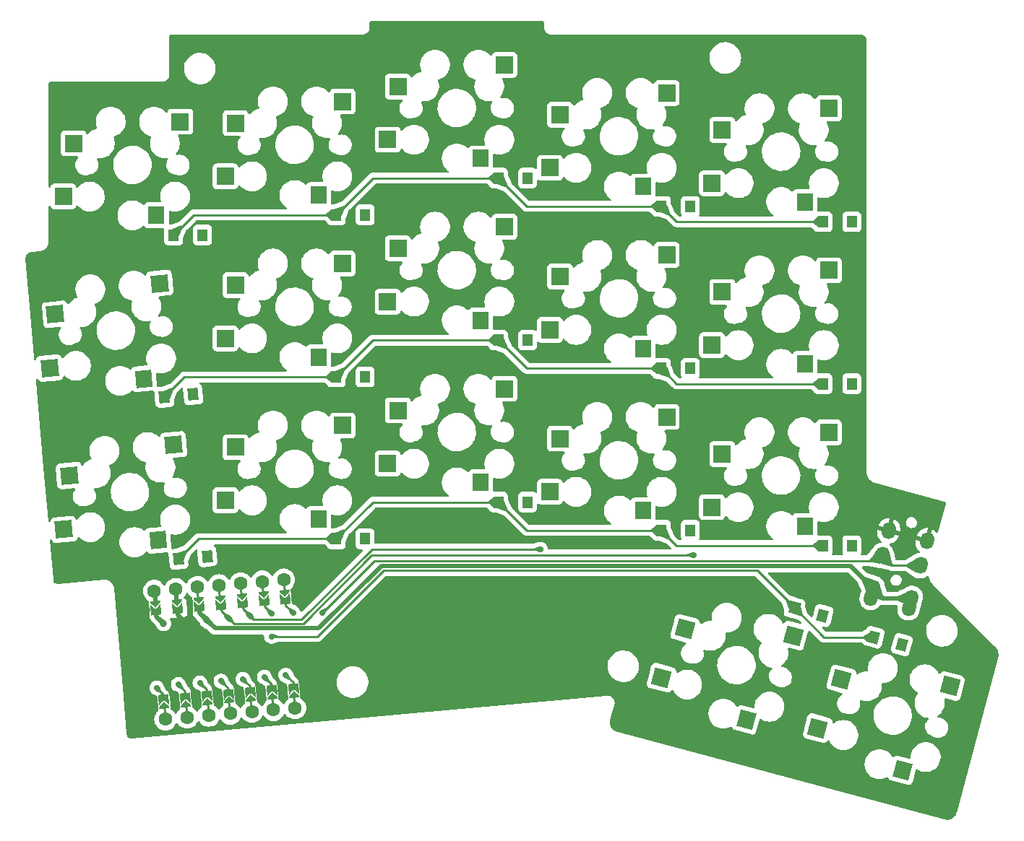
<source format=gbl>
G04 #@! TF.GenerationSoftware,KiCad,Pcbnew,7.0.5-0*
G04 #@! TF.CreationDate,2023-06-11T17:15:19+08:00*
G04 #@! TF.ProjectId,AWKB,41574b42-2e6b-4696-9361-645f70636258,rev?*
G04 #@! TF.SameCoordinates,Original*
G04 #@! TF.FileFunction,Copper,L2,Bot*
G04 #@! TF.FilePolarity,Positive*
%FSLAX46Y46*%
G04 Gerber Fmt 4.6, Leading zero omitted, Abs format (unit mm)*
G04 Created by KiCad (PCBNEW 7.0.5-0) date 2023-06-11 17:15:19*
%MOMM*%
%LPD*%
G01*
G04 APERTURE LIST*
G04 Aperture macros list*
%AMHorizOval*
0 Thick line with rounded ends*
0 $1 width*
0 $2 $3 position (X,Y) of the first rounded end (center of the circle)*
0 $4 $5 position (X,Y) of the second rounded end (center of the circle)*
0 Add line between two ends*
20,1,$1,$2,$3,$4,$5,0*
0 Add two circle primitives to create the rounded ends*
1,1,$1,$2,$3*
1,1,$1,$4,$5*%
%AMRotRect*
0 Rectangle, with rotation*
0 The origin of the aperture is its center*
0 $1 length*
0 $2 width*
0 $3 Rotation angle, in degrees counterclockwise*
0 Add horizontal line*
21,1,$1,$2,0,0,$3*%
%AMFreePoly0*
4,1,5,0.125000,-0.500000,-0.125000,-0.500000,-0.125000,0.500000,0.125000,0.500000,0.125000,-0.500000,0.125000,-0.500000,$1*%
%AMFreePoly1*
4,1,6,0.600000,0.200000,0.000000,-0.400000,-0.600000,0.200000,-0.600000,0.400000,0.600000,0.400000,0.600000,0.200000,0.600000,0.200000,$1*%
%AMFreePoly2*
4,1,5,0.254000,-0.500000,-0.254000,-0.500000,-0.254000,0.500000,0.254000,0.500000,0.254000,-0.500000,0.254000,-0.500000,$1*%
%AMFreePoly3*
4,1,6,0.600000,-0.250000,-0.600000,-0.250000,-0.600000,1.000000,0.000000,0.400000,0.600000,1.000000,0.600000,-0.250000,0.600000,-0.250000,$1*%
G04 Aperture macros list end*
G04 #@! TA.AperFunction,ComponentPad*
%ADD10HorizOval,1.600000X0.051764X0.193185X-0.051764X-0.193185X0*%
G04 #@! TD*
G04 #@! TA.AperFunction,ComponentPad*
%ADD11HorizOval,1.600000X-0.051764X-0.193185X0.051764X0.193185X0*%
G04 #@! TD*
G04 #@! TA.AperFunction,SMDPad,CuDef*
%ADD12R,2.000000X2.000000*%
G04 #@! TD*
G04 #@! TA.AperFunction,SMDPad,CuDef*
%ADD13R,1.900000X2.000000*%
G04 #@! TD*
G04 #@! TA.AperFunction,SMDPad,CuDef*
%ADD14R,1.200000X1.400000*%
G04 #@! TD*
G04 #@! TA.AperFunction,SMDPad,CuDef*
%ADD15RotRect,2.000000X2.000000X165.000000*%
G04 #@! TD*
G04 #@! TA.AperFunction,SMDPad,CuDef*
%ADD16RotRect,1.900000X2.000000X165.000000*%
G04 #@! TD*
G04 #@! TA.AperFunction,SMDPad,CuDef*
%ADD17RotRect,2.000000X2.000000X185.000000*%
G04 #@! TD*
G04 #@! TA.AperFunction,SMDPad,CuDef*
%ADD18RotRect,1.900000X2.000000X185.000000*%
G04 #@! TD*
G04 #@! TA.AperFunction,ComponentPad*
%ADD19C,1.600000*%
G04 #@! TD*
G04 #@! TA.AperFunction,SMDPad,CuDef*
%ADD20FreePoly0,185.000000*%
G04 #@! TD*
G04 #@! TA.AperFunction,SMDPad,CuDef*
%ADD21FreePoly1,185.000000*%
G04 #@! TD*
G04 #@! TA.AperFunction,SMDPad,CuDef*
%ADD22FreePoly1,5.000000*%
G04 #@! TD*
G04 #@! TA.AperFunction,SMDPad,CuDef*
%ADD23FreePoly2,5.000000*%
G04 #@! TD*
G04 #@! TA.AperFunction,SMDPad,CuDef*
%ADD24FreePoly0,5.000000*%
G04 #@! TD*
G04 #@! TA.AperFunction,SMDPad,CuDef*
%ADD25FreePoly3,185.000000*%
G04 #@! TD*
G04 #@! TA.AperFunction,SMDPad,CuDef*
%ADD26FreePoly3,5.000000*%
G04 #@! TD*
G04 #@! TA.AperFunction,SMDPad,CuDef*
%ADD27RotRect,1.200000X1.400000X345.000000*%
G04 #@! TD*
G04 #@! TA.AperFunction,SMDPad,CuDef*
%ADD28RotRect,1.200000X1.400000X5.000000*%
G04 #@! TD*
G04 #@! TA.AperFunction,ViaPad*
%ADD29C,0.800000*%
G04 #@! TD*
G04 #@! TA.AperFunction,ViaPad*
%ADD30C,0.700000*%
G04 #@! TD*
G04 #@! TA.AperFunction,Conductor*
%ADD31C,0.250000*%
G04 #@! TD*
G04 #@! TA.AperFunction,Conductor*
%ADD32C,0.500000*%
G04 #@! TD*
G04 APERTURE END LIST*
D10*
X194911267Y-123814783D03*
D11*
X199388680Y-124993796D03*
D10*
X195946543Y-119951079D03*
D11*
X200423956Y-121130093D03*
D10*
X196723000Y-117053302D03*
D11*
X201200413Y-118232315D03*
X194660720Y-124865747D03*
D10*
X199069825Y-126067869D03*
D12*
X119013328Y-113486994D03*
X120213328Y-107246994D03*
D13*
X129913328Y-115686994D03*
D12*
X132713328Y-104706994D03*
D14*
X170082000Y-117007000D03*
X173482000Y-117007000D03*
D12*
X119013328Y-94487394D03*
X120213328Y-88247394D03*
D13*
X129913328Y-96687394D03*
D12*
X132713328Y-85707394D03*
D14*
X170082000Y-98006600D03*
X173482000Y-98006600D03*
D15*
X170093908Y-134288729D03*
X172868050Y-128571935D03*
D16*
X180053098Y-139234894D03*
D15*
X185599523Y-129353721D03*
D12*
X100013128Y-77849994D03*
X101213128Y-71609994D03*
D13*
X110913128Y-80049994D03*
D12*
X113713128Y-69069994D03*
D17*
X98416711Y-97977023D03*
X99068293Y-91656181D03*
D18*
X109466976Y-99218654D03*
D17*
X111299351Y-88036400D03*
D14*
X131982000Y-118006400D03*
X135382000Y-118006400D03*
X170082000Y-79006640D03*
X173482000Y-79006640D03*
X192405000Y-99806000D03*
X189005000Y-99806000D03*
X151005102Y-75696440D03*
X154405102Y-75696440D03*
X192405000Y-118806000D03*
X189005000Y-118806000D03*
D15*
X188393059Y-140206292D03*
X191167201Y-134489498D03*
D16*
X198352249Y-145152457D03*
D15*
X203898674Y-135271284D03*
D19*
X111981982Y-139160002D03*
X114512317Y-138938627D03*
X117042651Y-138717251D03*
X119572986Y-138495876D03*
X122103321Y-138274500D03*
X124633655Y-138053124D03*
X127163990Y-137831749D03*
D20*
X111885484Y-138057016D03*
X114415818Y-137835640D03*
X116946153Y-137614264D03*
X119476487Y-137392889D03*
X122006822Y-137171513D03*
X124537156Y-136950138D03*
X127067491Y-136728762D03*
D21*
X111841208Y-137550949D03*
X114371543Y-137329573D03*
X116901877Y-137108197D03*
X119432212Y-136886822D03*
X121962547Y-136665446D03*
X124492881Y-136444071D03*
X127023216Y-136222695D03*
D22*
X110805171Y-125708983D03*
X113335505Y-125487607D03*
X115865840Y-125266232D03*
X118396174Y-125044856D03*
X120926509Y-124823481D03*
X123456843Y-124602105D03*
X125987178Y-124380730D03*
D23*
X110760896Y-125202916D03*
X113291230Y-124981541D03*
D24*
X115821565Y-124760165D03*
X118351899Y-124538789D03*
X120882234Y-124317414D03*
X123412568Y-124096038D03*
X125942903Y-123874663D03*
D19*
X110665704Y-124114872D03*
X113196039Y-123893497D03*
X115726373Y-123672121D03*
X118256708Y-123450746D03*
X120787042Y-123229370D03*
X123317377Y-123007994D03*
X125847711Y-122786619D03*
D25*
X111752658Y-136538815D03*
X114282993Y-136317439D03*
X116813327Y-136096064D03*
X119343662Y-135874688D03*
X121873996Y-135653312D03*
X124404331Y-135431937D03*
X126934665Y-135210561D03*
D26*
X126075728Y-125392863D03*
X123545394Y-125614239D03*
X121015059Y-125835615D03*
X118484725Y-126056990D03*
X115954390Y-126278366D03*
X113424055Y-126499741D03*
X110893721Y-126721117D03*
D14*
X192405000Y-80806200D03*
X189005000Y-80806200D03*
D12*
X138012728Y-109177194D03*
X139212728Y-102937194D03*
D13*
X148912728Y-111377194D03*
D12*
X151712728Y-100397194D03*
D27*
X194979326Y-129531808D03*
X198263474Y-130411792D03*
D12*
X157012928Y-74487234D03*
X158212928Y-68247234D03*
D13*
X167912928Y-76687234D03*
D12*
X170712928Y-65707234D03*
X119013328Y-75487794D03*
X120213328Y-69247794D03*
D13*
X129913328Y-77687794D03*
D12*
X132713328Y-66707794D03*
X189712626Y-67506794D03*
D13*
X186912626Y-78486794D03*
D12*
X177212626Y-70046794D03*
X176012626Y-76286794D03*
D27*
X185691852Y-126120016D03*
X188976000Y-127000000D03*
D28*
X116886462Y-120050270D03*
X113499400Y-120346600D03*
D14*
X131982000Y-99006800D03*
X135382000Y-99006800D03*
D28*
X111839083Y-101369091D03*
X115226145Y-101072761D03*
D14*
X131982000Y-80007200D03*
X135382000Y-80007200D03*
D12*
X157012928Y-112487594D03*
X158212928Y-106247594D03*
D13*
X167912928Y-114687594D03*
D12*
X170712928Y-103707594D03*
D14*
X151005102Y-113696600D03*
X154405102Y-113696600D03*
X112932000Y-82369400D03*
X116332000Y-82369400D03*
D12*
X189712626Y-105506594D03*
D13*
X186912626Y-116486594D03*
D12*
X177212626Y-108046594D03*
X176012626Y-114286594D03*
X157012928Y-93487194D03*
X158212928Y-87247194D03*
D13*
X167912928Y-95687194D03*
D12*
X170712928Y-84707194D03*
D14*
X151005102Y-94696400D03*
X154405102Y-94696400D03*
D12*
X189712626Y-86506594D03*
D13*
X186912626Y-97486594D03*
D12*
X177212626Y-89046594D03*
X176012626Y-95286594D03*
X138012728Y-71177034D03*
X139212728Y-64937034D03*
D13*
X148912728Y-73377034D03*
D12*
X151712728Y-62397034D03*
X138012728Y-90176994D03*
X139212728Y-83936994D03*
D13*
X148912728Y-92376994D03*
D12*
X151712728Y-81396994D03*
D17*
X112955310Y-106964099D03*
D18*
X111122935Y-118146353D03*
D17*
X100724252Y-110583880D03*
X100072670Y-116904722D03*
D29*
X108419400Y-103835200D03*
D30*
X113499400Y-120346600D03*
X116886462Y-120050270D03*
X111122935Y-118146353D03*
X112955310Y-106964099D03*
X111839083Y-101369091D03*
X115226145Y-101072761D03*
X109466976Y-99218654D03*
X111299351Y-88036400D03*
X124404331Y-129438400D03*
X130389065Y-126668465D03*
X126934665Y-126668465D03*
X124404331Y-126796800D03*
X121873996Y-127000000D03*
X119343662Y-127251738D03*
D29*
X116813327Y-127519927D03*
X114282993Y-127791207D03*
X111752658Y-127933942D03*
D30*
X126075728Y-133988328D03*
X123557800Y-134213600D03*
X121068600Y-134467600D03*
X118477800Y-134670800D03*
X116013827Y-134874000D03*
X113483493Y-135077200D03*
X110953158Y-135483600D03*
X100072670Y-116904722D03*
X100724252Y-110583880D03*
X98416711Y-97977023D03*
X99068293Y-91656181D03*
D29*
X191985406Y-83732983D03*
D30*
X131982000Y-80007200D03*
X112932000Y-82369400D03*
X151005102Y-75696440D03*
X170082000Y-79006640D03*
X189005000Y-80806200D03*
X151005102Y-94696400D03*
X131982000Y-99006800D03*
X170082000Y-98006600D03*
X189005000Y-99806000D03*
X131982000Y-118006400D03*
X151005102Y-113696600D03*
X189005000Y-118806000D03*
X170082000Y-117007000D03*
X185691852Y-126120016D03*
X194979326Y-129531808D03*
X113713128Y-69069994D03*
X116332000Y-82369400D03*
X110913128Y-80049994D03*
X132713328Y-66707794D03*
X135382000Y-80007200D03*
X129913328Y-77687794D03*
X148912728Y-73377034D03*
X151712728Y-62397034D03*
X154405102Y-75696440D03*
X167912928Y-76687234D03*
X173482000Y-79006640D03*
X170712928Y-65707234D03*
X186912626Y-78486794D03*
X189712626Y-67506794D03*
X192405000Y-80806200D03*
D29*
X119202200Y-102692200D03*
X163880800Y-118414800D03*
X142087600Y-116916200D03*
X174015400Y-123799600D03*
X178384200Y-117612200D03*
D30*
X100013128Y-77849994D03*
X101213128Y-71609994D03*
X120213328Y-69247794D03*
X119013328Y-94487394D03*
X119013328Y-113486994D03*
X120213328Y-88247394D03*
X120213328Y-107246994D03*
X119013328Y-75487794D03*
X138012728Y-109177194D03*
X138012728Y-90176994D03*
X139212728Y-102937194D03*
X139212728Y-83936994D03*
X138012728Y-71177034D03*
X139212728Y-64937034D03*
X172868050Y-128571935D03*
X158212928Y-106247594D03*
X157012928Y-112487594D03*
X155917400Y-119228900D03*
X170093908Y-134288729D03*
X157012928Y-74487234D03*
X157012928Y-93487194D03*
X158212928Y-87247194D03*
X158212928Y-68247234D03*
X132713328Y-85707394D03*
X129913328Y-96687394D03*
X135382000Y-99006800D03*
X154405102Y-94696400D03*
X151712728Y-81396994D03*
X148912728Y-92376994D03*
X167912928Y-95687194D03*
X173482000Y-98006600D03*
X170712928Y-84707194D03*
X189712626Y-86506594D03*
X192405000Y-99806000D03*
X186912626Y-97486594D03*
X135382000Y-118006400D03*
X129913328Y-115686994D03*
X132713328Y-104706994D03*
X151712728Y-100397194D03*
X154405102Y-113696600D03*
X148912728Y-111377194D03*
X170712928Y-103707594D03*
X167912928Y-114687594D03*
X173482000Y-117007000D03*
X189712626Y-105506594D03*
X186912626Y-116486594D03*
X192405000Y-118806000D03*
X180053098Y-139234894D03*
X188976000Y-127000000D03*
X185599523Y-129353721D03*
X203898674Y-135271284D03*
X198263474Y-130411792D03*
X198352249Y-145152457D03*
X177212626Y-89046594D03*
X188393059Y-140206292D03*
X173849800Y-119903400D03*
X176012626Y-114286594D03*
X176012626Y-76286794D03*
X177212626Y-108046594D03*
X191167201Y-134489498D03*
X177212626Y-70046794D03*
X176012626Y-95286594D03*
D31*
X173849800Y-119903400D02*
X136132975Y-119903400D01*
X136132975Y-119903400D02*
X128114575Y-127921800D01*
X128114575Y-127921800D02*
X120013724Y-127921800D01*
X120013724Y-127921800D02*
X119343662Y-127251738D01*
X155917400Y-119228900D02*
X136171079Y-119228900D01*
X127928179Y-127471800D02*
X122345796Y-127471800D01*
X136171079Y-119228900D02*
X127928179Y-127471800D01*
X122345796Y-127471800D02*
X121873996Y-127000000D01*
X195946543Y-119951079D02*
X195319722Y-120577900D01*
X195319722Y-120577900D02*
X136479630Y-120577900D01*
X136479630Y-120577900D02*
X130389065Y-126668465D01*
D32*
X199388680Y-124993796D02*
X196090280Y-124993796D01*
X196090280Y-124993796D02*
X194911267Y-123814783D01*
D31*
X200423956Y-121130093D02*
X197125557Y-121130093D01*
X197125557Y-121130093D02*
X195946543Y-119951079D01*
D32*
X194911267Y-123814783D02*
X192249384Y-121152900D01*
X192249384Y-121152900D02*
X137273703Y-121152900D01*
X137273703Y-121152900D02*
X129929803Y-128496800D01*
X129929803Y-128496800D02*
X117790200Y-128496800D01*
X117790200Y-128496800D02*
X116813327Y-127519927D01*
D31*
X131982000Y-118006400D02*
X115839600Y-118006400D01*
X115839600Y-118006400D02*
X113499400Y-120346600D01*
X131982000Y-99006800D02*
X114201374Y-99006800D01*
X114201374Y-99006800D02*
X111839083Y-101369091D01*
X110953158Y-135483600D02*
X111752658Y-136283100D01*
X111752658Y-136283100D02*
X111752658Y-136538815D01*
X113483493Y-135077200D02*
X114282993Y-135876700D01*
X114282993Y-135876700D02*
X114282993Y-136317439D01*
X116013827Y-134874000D02*
X116813327Y-135673500D01*
X116813327Y-135673500D02*
X116813327Y-136096064D01*
X118477800Y-134670800D02*
X119343662Y-135536662D01*
X119343662Y-135536662D02*
X119343662Y-135874688D01*
X121068600Y-134467600D02*
X121873996Y-135272996D01*
X121873996Y-135272996D02*
X121873996Y-135653312D01*
X123557800Y-134213600D02*
X124404331Y-135060131D01*
X124404331Y-135060131D02*
X124404331Y-135431937D01*
X126075728Y-133988328D02*
X126934665Y-134847265D01*
X126934665Y-134847265D02*
X126934665Y-135210561D01*
X126934665Y-126668465D02*
X126075728Y-125809528D01*
X126075728Y-125809528D02*
X126075728Y-125392863D01*
X124404331Y-126796800D02*
X123545394Y-125937863D01*
X123545394Y-125937863D02*
X123545394Y-125614239D01*
X185691852Y-126120016D02*
X181299736Y-121727900D01*
X181299736Y-121727900D02*
X137511875Y-121727900D01*
X137511875Y-121727900D02*
X129801375Y-129438400D01*
X129801375Y-129438400D02*
X124404331Y-129438400D01*
D32*
X111752658Y-127933942D02*
X110893721Y-127075005D01*
X110893721Y-127075005D02*
X110893721Y-126721117D01*
X114282993Y-127791207D02*
X113424055Y-126932269D01*
X113424055Y-126932269D02*
X113424055Y-126499741D01*
X116813327Y-127519927D02*
X115954390Y-126660990D01*
X115954390Y-126660990D02*
X115954390Y-126278366D01*
D31*
X119343662Y-127251738D02*
X118484725Y-126392801D01*
X118484725Y-126392801D02*
X118484725Y-126056990D01*
X121873996Y-127000000D02*
X121015059Y-126141063D01*
X121015059Y-126141063D02*
X121015059Y-125835615D01*
X170082000Y-79006640D02*
X171881560Y-80806200D01*
X171881560Y-80806200D02*
X189005000Y-80806200D01*
X170082000Y-98006600D02*
X171881400Y-99806000D01*
X171881400Y-99806000D02*
X189005000Y-99806000D01*
X170082000Y-117007000D02*
X171881000Y-118806000D01*
X171881000Y-118806000D02*
X189005000Y-118806000D01*
X151005102Y-94696400D02*
X154315302Y-98006600D01*
X136292400Y-94696400D02*
X151005102Y-94696400D01*
X131982000Y-99006800D02*
X136292400Y-94696400D01*
X154315302Y-98006600D02*
X170082000Y-98006600D01*
X136291800Y-113696600D02*
X151005102Y-113696600D01*
X151005102Y-113696600D02*
X154315502Y-117007000D01*
X154315502Y-117007000D02*
X170082000Y-117007000D01*
X131982000Y-118006400D02*
X136291800Y-113696600D01*
X151005102Y-75696440D02*
X154315302Y-79006640D01*
X136292760Y-75696440D02*
X151005102Y-75696440D01*
X131982000Y-80007200D02*
X136292760Y-75696440D01*
X154315302Y-79006640D02*
X170082000Y-79006640D01*
X112932000Y-82369400D02*
X115294200Y-80007200D01*
X115294200Y-80007200D02*
X131982000Y-80007200D01*
X189103644Y-129531808D02*
X194979326Y-129531808D01*
X189103644Y-129531808D02*
X185691852Y-126120016D01*
G04 #@! TA.AperFunction,Conductor*
G36*
X155979283Y-57227921D02*
G01*
X155985899Y-57228830D01*
X155985899Y-57228829D01*
X155985900Y-57228830D01*
X156020008Y-57227534D01*
X156039983Y-57228362D01*
X156056965Y-57230424D01*
X156110609Y-57236939D01*
X156148917Y-57247943D01*
X156204127Y-57273836D01*
X156237082Y-57296254D01*
X156281441Y-57338095D01*
X156305745Y-57369686D01*
X156334816Y-57423290D01*
X156348036Y-57460889D01*
X156360416Y-57529200D01*
X156362436Y-57551669D01*
X156362436Y-58074874D01*
X156361863Y-58083356D01*
X156360882Y-58090576D01*
X156361814Y-58114079D01*
X156362387Y-58128513D01*
X156362436Y-58130990D01*
X156362436Y-58149457D01*
X156363042Y-58155618D01*
X156362815Y-58155640D01*
X156363863Y-58164476D01*
X156365851Y-58213685D01*
X156406147Y-58366555D01*
X156478562Y-58507074D01*
X156579668Y-58628598D01*
X156579669Y-58628599D01*
X156704675Y-58725367D01*
X156704676Y-58725367D01*
X156704677Y-58725368D01*
X156847653Y-58792793D01*
X156847655Y-58792793D01*
X156847658Y-58792795D01*
X156971967Y-58820927D01*
X157001838Y-58827687D01*
X157001843Y-58827688D01*
X157053034Y-58827952D01*
X157055877Y-58828100D01*
X157057326Y-58828100D01*
X157081281Y-58828100D01*
X157098009Y-58828173D01*
X157125054Y-58828294D01*
X157125055Y-58828293D01*
X157134185Y-58828334D01*
X157136935Y-58828100D01*
X193216373Y-58828100D01*
X193224876Y-58828676D01*
X193231979Y-58829642D01*
X193231979Y-58829641D01*
X193231980Y-58829642D01*
X193234284Y-58829551D01*
X193269975Y-58828149D01*
X193272450Y-58828100D01*
X193277224Y-58828100D01*
X193281161Y-58828223D01*
X193312197Y-58830165D01*
X193432560Y-58837701D01*
X193457816Y-58841889D01*
X193596630Y-58879735D01*
X193620522Y-58888947D01*
X193748809Y-58954082D01*
X193770343Y-58967934D01*
X193882803Y-59057667D01*
X193901097Y-59075595D01*
X193993088Y-59186220D01*
X194007380Y-59207479D01*
X194075091Y-59334412D01*
X194084787Y-59358121D01*
X194125429Y-59496129D01*
X194130130Y-59521310D01*
X194142819Y-59674321D01*
X194143023Y-59680732D01*
X194142170Y-59725467D01*
X194143032Y-59736543D01*
X194135700Y-110107045D01*
X194135674Y-110108442D01*
X194133808Y-110208649D01*
X194150677Y-110339742D01*
X194159391Y-110407460D01*
X194159393Y-110407471D01*
X194213825Y-110600365D01*
X194213829Y-110600378D01*
X194295948Y-110783237D01*
X194403968Y-110952079D01*
X194403969Y-110952081D01*
X194403973Y-110952086D01*
X194535573Y-111103286D01*
X194535574Y-111103287D01*
X194687898Y-111233564D01*
X194687903Y-111233567D01*
X194687908Y-111233572D01*
X194857689Y-111340130D01*
X195041252Y-111420660D01*
X195129927Y-111444898D01*
X195129938Y-111444905D01*
X195129939Y-111444902D01*
X203263695Y-113669282D01*
X203271853Y-113672128D01*
X203277724Y-113674639D01*
X203277730Y-113674643D01*
X203307831Y-113681683D01*
X203332727Y-113690337D01*
X203348962Y-113697967D01*
X203390745Y-113729664D01*
X203393612Y-113732985D01*
X203418857Y-113778900D01*
X203420124Y-113783096D01*
X203424505Y-113835346D01*
X203421735Y-113857220D01*
X203420127Y-113865461D01*
X203419023Y-113869621D01*
X203418121Y-113873022D01*
X203416718Y-113877596D01*
X203406115Y-113908009D01*
X203404348Y-113918892D01*
X203403755Y-113918795D01*
X203401814Y-113934511D01*
X202530712Y-117219077D01*
X202493915Y-117279794D01*
X202430134Y-117310979D01*
X202359618Y-117302730D01*
X202312400Y-117267768D01*
X202180607Y-117110702D01*
X202005283Y-116963588D01*
X201830384Y-116862609D01*
X201830383Y-116862609D01*
X201594052Y-117744608D01*
X201522415Y-117672971D01*
X201402481Y-117609585D01*
X201269194Y-117584365D01*
X201134394Y-117599554D01*
X201103373Y-117613087D01*
X201339694Y-116731130D01*
X201137745Y-116731130D01*
X200912351Y-116770872D01*
X200912345Y-116770874D01*
X200697289Y-116849147D01*
X200697285Y-116849149D01*
X200499075Y-116963584D01*
X200323749Y-117110700D01*
X200176633Y-117286024D01*
X200176631Y-117286027D01*
X200062201Y-117484228D01*
X200062197Y-117484236D01*
X200003525Y-117645435D01*
X200002720Y-117648434D01*
X200831487Y-117870501D01*
X200705254Y-118341606D01*
X200702958Y-118361982D01*
X199871240Y-118139125D01*
X199870441Y-118142107D01*
X199840649Y-118311065D01*
X199840649Y-118539932D01*
X199880391Y-118765325D01*
X199880393Y-118765331D01*
X199958666Y-118980387D01*
X199958668Y-118980391D01*
X200073104Y-119178602D01*
X200073103Y-119178602D01*
X200220222Y-119353929D01*
X200308026Y-119427606D01*
X200347353Y-119486715D01*
X200348479Y-119557703D01*
X200311048Y-119618030D01*
X200248915Y-119648213D01*
X200135762Y-119668164D01*
X199920616Y-119746472D01*
X199920608Y-119746476D01*
X199722331Y-119860951D01*
X199642386Y-119928031D01*
X199623996Y-119940858D01*
X199219982Y-120172143D01*
X198782192Y-120422764D01*
X198682310Y-120479943D01*
X198619711Y-120496593D01*
X197627836Y-120496593D01*
X197559715Y-120476591D01*
X197513222Y-120422935D01*
X197505641Y-120401322D01*
X197373324Y-119875158D01*
X197290582Y-119546130D01*
X197288724Y-119539332D01*
X197287459Y-119533691D01*
X197267049Y-119417937D01*
X197235884Y-119332312D01*
X197188744Y-119202794D01*
X197188742Y-119202790D01*
X197188741Y-119202787D01*
X197162347Y-119157071D01*
X197074264Y-119004505D01*
X197074262Y-119004503D01*
X196927094Y-118829113D01*
X196927089Y-118829108D01*
X196839073Y-118755254D01*
X196799746Y-118696145D01*
X196798620Y-118625157D01*
X196836051Y-118564830D01*
X196898185Y-118534647D01*
X197011061Y-118514744D01*
X197011067Y-118514742D01*
X197226123Y-118436469D01*
X197226127Y-118436467D01*
X197424338Y-118322031D01*
X197599662Y-118174916D01*
X197746777Y-117999592D01*
X197746786Y-117999580D01*
X197861211Y-117801388D01*
X197861215Y-117801380D01*
X197919881Y-117640199D01*
X197919883Y-117640192D01*
X197920690Y-117637180D01*
X197091926Y-117415114D01*
X197218159Y-116944011D01*
X197220454Y-116923633D01*
X198052171Y-117146490D01*
X198052975Y-117143494D01*
X198052975Y-117143493D01*
X198082764Y-116974552D01*
X198082764Y-116745685D01*
X198043019Y-116520284D01*
X198043017Y-116520279D01*
X197964746Y-116305229D01*
X197964744Y-116305225D01*
X197850309Y-116107014D01*
X197802787Y-116050380D01*
X198738519Y-116050380D01*
X198748838Y-116214406D01*
X198748838Y-116214411D01*
X198799626Y-116370720D01*
X198887691Y-116509489D01*
X199007501Y-116621997D01*
X199007502Y-116621998D01*
X199151527Y-116701177D01*
X199151529Y-116701178D01*
X199285721Y-116735632D01*
X199310718Y-116742050D01*
X199310721Y-116742050D01*
X199433817Y-116742050D01*
X199433820Y-116742050D01*
X199484624Y-116735632D01*
X199555948Y-116726622D01*
X199555949Y-116726621D01*
X199555953Y-116726621D01*
X199708766Y-116666118D01*
X199841732Y-116569513D01*
X199946495Y-116442876D01*
X200016474Y-116294163D01*
X200023303Y-116258367D01*
X200047270Y-116132726D01*
X200047271Y-116132715D01*
X200039295Y-116005947D01*
X200036951Y-115968690D01*
X200036951Y-115968688D01*
X199986163Y-115812379D01*
X199898098Y-115673610D01*
X199778288Y-115561102D01*
X199778287Y-115561101D01*
X199634262Y-115481922D01*
X199634260Y-115481921D01*
X199475079Y-115441051D01*
X199475073Y-115441050D01*
X199475072Y-115441050D01*
X199351970Y-115441050D01*
X199351967Y-115441050D01*
X199351954Y-115441051D01*
X199229841Y-115456477D01*
X199229836Y-115456479D01*
X199077028Y-115516979D01*
X199077021Y-115516983D01*
X198944059Y-115613585D01*
X198944058Y-115613586D01*
X198839294Y-115740224D01*
X198769315Y-115888939D01*
X198769314Y-115888940D01*
X198738519Y-116050373D01*
X198738519Y-116050380D01*
X197802787Y-116050380D01*
X197703194Y-115931689D01*
X197527870Y-115784575D01*
X197352971Y-115683596D01*
X197352970Y-115683596D01*
X197116638Y-116565595D01*
X197045002Y-116493958D01*
X196925068Y-116430572D01*
X196791781Y-116405352D01*
X196656981Y-116420541D01*
X196625960Y-116434074D01*
X196862281Y-115552117D01*
X196660332Y-115552117D01*
X196434938Y-115591859D01*
X196434932Y-115591861D01*
X196219876Y-115670134D01*
X196219872Y-115670136D01*
X196021662Y-115784571D01*
X195846336Y-115931687D01*
X195699220Y-116107011D01*
X195699218Y-116107014D01*
X195584788Y-116305215D01*
X195584784Y-116305223D01*
X195526112Y-116466422D01*
X195525307Y-116469421D01*
X196354074Y-116691488D01*
X196227841Y-117162593D01*
X196225545Y-117182969D01*
X195393827Y-116960112D01*
X195393028Y-116963094D01*
X195363236Y-117132052D01*
X195363236Y-117360919D01*
X195402978Y-117586312D01*
X195402980Y-117586318D01*
X195481253Y-117801374D01*
X195481255Y-117801378D01*
X195595691Y-117999589D01*
X195595690Y-117999589D01*
X195742806Y-118174913D01*
X195830612Y-118248591D01*
X195869939Y-118307701D01*
X195871065Y-118378689D01*
X195833634Y-118439016D01*
X195771501Y-118469199D01*
X195658349Y-118489150D01*
X195443203Y-118567458D01*
X195443195Y-118567462D01*
X195244918Y-118681937D01*
X195069526Y-118829106D01*
X194922357Y-119004496D01*
X194922354Y-119004501D01*
X194880952Y-119076208D01*
X194869874Y-119092352D01*
X194219844Y-119897547D01*
X194161490Y-119937987D01*
X194121804Y-119944400D01*
X193563304Y-119944400D01*
X193495183Y-119924398D01*
X193448690Y-119870742D01*
X193438586Y-119800468D01*
X193452714Y-119758019D01*
X193455884Y-119752209D01*
X193455889Y-119752204D01*
X193499960Y-119634045D01*
X193506988Y-119615204D01*
X193506990Y-119615196D01*
X193513499Y-119554649D01*
X193513500Y-119554632D01*
X193513500Y-118057367D01*
X193513499Y-118057350D01*
X193506990Y-117996803D01*
X193506988Y-117996795D01*
X193466717Y-117888826D01*
X193455889Y-117859796D01*
X193455888Y-117859794D01*
X193455887Y-117859792D01*
X193368261Y-117742738D01*
X193251207Y-117655112D01*
X193251202Y-117655110D01*
X193114204Y-117604011D01*
X193114196Y-117604009D01*
X193053649Y-117597500D01*
X193053638Y-117597500D01*
X191756362Y-117597500D01*
X191756350Y-117597500D01*
X191695803Y-117604009D01*
X191695795Y-117604011D01*
X191558797Y-117655110D01*
X191558792Y-117655112D01*
X191441738Y-117742738D01*
X191354112Y-117859792D01*
X191354110Y-117859797D01*
X191303011Y-117996795D01*
X191303009Y-117996803D01*
X191296500Y-118057350D01*
X191296500Y-119554649D01*
X191303009Y-119615196D01*
X191303011Y-119615204D01*
X191354110Y-119752202D01*
X191357286Y-119758019D01*
X191372375Y-119827394D01*
X191347561Y-119893913D01*
X191290724Y-119936457D01*
X191246696Y-119944400D01*
X190163304Y-119944400D01*
X190095183Y-119924398D01*
X190048690Y-119870742D01*
X190038586Y-119800468D01*
X190052714Y-119758019D01*
X190055884Y-119752209D01*
X190055889Y-119752204D01*
X190099960Y-119634045D01*
X190106988Y-119615204D01*
X190106990Y-119615196D01*
X190113499Y-119554649D01*
X190113500Y-119554632D01*
X190113500Y-118057367D01*
X190113499Y-118057350D01*
X190106990Y-117996803D01*
X190106988Y-117996795D01*
X190066717Y-117888826D01*
X190055889Y-117859796D01*
X190055888Y-117859794D01*
X190055887Y-117859792D01*
X189968261Y-117742738D01*
X189851207Y-117655112D01*
X189851202Y-117655110D01*
X189714204Y-117604011D01*
X189714196Y-117604009D01*
X189653649Y-117597500D01*
X189653638Y-117597500D01*
X188497126Y-117597500D01*
X188429005Y-117577498D01*
X188382512Y-117523842D01*
X188371126Y-117471500D01*
X188371126Y-116060875D01*
X188391128Y-115992754D01*
X188444784Y-115946261D01*
X188515058Y-115936157D01*
X188543154Y-115943583D01*
X188595210Y-115964014D01*
X188850996Y-116022396D01*
X189047132Y-116037094D01*
X189047133Y-116037094D01*
X189178119Y-116037094D01*
X189178120Y-116037094D01*
X189374256Y-116022396D01*
X189630042Y-115964014D01*
X189874269Y-115868162D01*
X189874271Y-115868160D01*
X189874273Y-115868160D01*
X189997880Y-115796795D01*
X190101483Y-115736980D01*
X190306607Y-115573399D01*
X190485059Y-115381073D01*
X190632854Y-115164298D01*
X190746689Y-114927917D01*
X190753727Y-114905100D01*
X190824021Y-114677213D01*
X190829091Y-114643576D01*
X190863126Y-114417776D01*
X190863126Y-114155412D01*
X190824022Y-113895979D01*
X190824021Y-113895977D01*
X190824021Y-113895974D01*
X190746692Y-113645279D01*
X190746687Y-113645266D01*
X190648505Y-113441390D01*
X190632854Y-113408890D01*
X190632852Y-113408887D01*
X190632848Y-113408880D01*
X190485063Y-113192121D01*
X190485062Y-113192120D01*
X190485059Y-113192115D01*
X190306607Y-112999789D01*
X190101483Y-112836208D01*
X190101478Y-112836205D01*
X190101479Y-112836205D01*
X189874273Y-112705027D01*
X189874265Y-112705024D01*
X189630045Y-112609175D01*
X189630043Y-112609174D01*
X189374259Y-112550792D01*
X189227154Y-112539768D01*
X189178120Y-112536094D01*
X189047132Y-112536094D01*
X189007904Y-112539033D01*
X188850992Y-112550792D01*
X188595208Y-112609174D01*
X188595206Y-112609175D01*
X188350986Y-112705024D01*
X188350978Y-112705027D01*
X188123772Y-112836205D01*
X187918644Y-112999789D01*
X187740192Y-113192116D01*
X187740188Y-113192121D01*
X187592403Y-113408880D01*
X187592399Y-113408887D01*
X187478564Y-113645266D01*
X187478559Y-113645279D01*
X187401230Y-113895974D01*
X187382950Y-114017254D01*
X187362126Y-114155412D01*
X187362126Y-114417776D01*
X187377415Y-114519210D01*
X187401230Y-114677213D01*
X187443718Y-114814955D01*
X187444684Y-114885945D01*
X187407115Y-114946188D01*
X187342942Y-114976556D01*
X187323316Y-114978094D01*
X185913976Y-114978094D01*
X185853429Y-114984603D01*
X185853421Y-114984605D01*
X185716423Y-115035704D01*
X185716418Y-115035706D01*
X185599366Y-115123331D01*
X185527469Y-115219374D01*
X185470633Y-115261920D01*
X185399817Y-115266984D01*
X185337505Y-115232959D01*
X185334237Y-115229566D01*
X185306611Y-115199793D01*
X185306609Y-115199792D01*
X185306607Y-115199789D01*
X185101483Y-115036208D01*
X185101478Y-115036205D01*
X185101479Y-115036205D01*
X184874273Y-114905027D01*
X184874265Y-114905024D01*
X184630045Y-114809175D01*
X184630043Y-114809174D01*
X184374259Y-114750792D01*
X184227154Y-114739768D01*
X184178120Y-114736094D01*
X184047132Y-114736094D01*
X184007904Y-114739033D01*
X183850992Y-114750792D01*
X183595208Y-114809174D01*
X183595206Y-114809175D01*
X183350986Y-114905024D01*
X183350978Y-114905027D01*
X183123772Y-115036205D01*
X182918644Y-115199789D01*
X182740192Y-115392116D01*
X182740188Y-115392121D01*
X182592403Y-115608880D01*
X182592399Y-115608887D01*
X182478564Y-115845266D01*
X182478559Y-115845279D01*
X182401230Y-116095974D01*
X182390828Y-116164988D01*
X182362126Y-116355412D01*
X182362126Y-116617776D01*
X182379137Y-116730633D01*
X182401230Y-116877213D01*
X182478559Y-117127908D01*
X182478564Y-117127921D01*
X182592399Y-117364300D01*
X182592403Y-117364307D01*
X182740188Y-117581066D01*
X182740193Y-117581073D01*
X182918645Y-117773399D01*
X183123769Y-117936980D01*
X183123772Y-117936982D01*
X183124463Y-117937381D01*
X183124659Y-117937587D01*
X183127666Y-117939637D01*
X183127227Y-117940280D01*
X183173456Y-117988763D01*
X183186892Y-118058477D01*
X183160506Y-118124388D01*
X183102674Y-118165570D01*
X183061463Y-118172500D01*
X174620442Y-118172500D01*
X174552321Y-118152498D01*
X174505828Y-118098842D01*
X174495724Y-118028568D01*
X174519575Y-117970990D01*
X174532886Y-117953208D01*
X174532885Y-117953208D01*
X174532889Y-117953204D01*
X174576960Y-117835045D01*
X174583988Y-117816204D01*
X174583990Y-117816196D01*
X174590499Y-117755649D01*
X174590500Y-117755632D01*
X174590500Y-116258367D01*
X174590499Y-116258350D01*
X174583990Y-116197803D01*
X174583988Y-116197795D01*
X174532889Y-116060797D01*
X174532887Y-116060792D01*
X174445261Y-115943738D01*
X174328207Y-115856112D01*
X174328202Y-115856110D01*
X174191204Y-115805011D01*
X174191196Y-115805009D01*
X174130649Y-115798500D01*
X174130638Y-115798500D01*
X172833362Y-115798500D01*
X172833350Y-115798500D01*
X172772803Y-115805009D01*
X172772795Y-115805011D01*
X172635797Y-115856110D01*
X172635792Y-115856112D01*
X172518738Y-115943738D01*
X172431112Y-116060792D01*
X172431110Y-116060797D01*
X172380011Y-116197795D01*
X172380009Y-116197803D01*
X172373500Y-116258350D01*
X172373500Y-117755649D01*
X172380009Y-117816196D01*
X172380011Y-117816204D01*
X172431110Y-117953202D01*
X172431113Y-117953208D01*
X172444425Y-117970990D01*
X172469237Y-118037510D01*
X172454146Y-118106884D01*
X172403945Y-118157087D01*
X172343558Y-118172500D01*
X172195595Y-118172500D01*
X172127474Y-118152498D01*
X172106500Y-118135595D01*
X171649389Y-117678484D01*
X171622851Y-117639439D01*
X171614515Y-117620181D01*
X171372134Y-117060196D01*
X171200867Y-116664509D01*
X171190500Y-116614459D01*
X171190500Y-116258367D01*
X171190499Y-116258350D01*
X171183990Y-116197803D01*
X171183988Y-116197795D01*
X171132889Y-116060797D01*
X171132887Y-116060792D01*
X171045261Y-115943738D01*
X170928207Y-115856112D01*
X170928202Y-115856110D01*
X170791204Y-115805011D01*
X170791196Y-115805009D01*
X170730649Y-115798500D01*
X170730638Y-115798500D01*
X169497428Y-115798500D01*
X169429307Y-115778498D01*
X169382814Y-115724842D01*
X169371428Y-115672500D01*
X169371428Y-115335243D01*
X174504126Y-115335243D01*
X174510635Y-115395790D01*
X174510637Y-115395798D01*
X174561736Y-115532796D01*
X174561738Y-115532801D01*
X174649364Y-115649855D01*
X174766418Y-115737481D01*
X174766420Y-115737482D01*
X174766422Y-115737483D01*
X174818298Y-115756832D01*
X174903421Y-115788582D01*
X174903429Y-115788584D01*
X174963976Y-115795093D01*
X174963981Y-115795093D01*
X174963988Y-115795094D01*
X174963994Y-115795094D01*
X177061258Y-115795094D01*
X177061264Y-115795094D01*
X177061271Y-115795093D01*
X177061275Y-115795093D01*
X177121822Y-115788584D01*
X177121825Y-115788583D01*
X177121827Y-115788583D01*
X177132584Y-115784571D01*
X177148866Y-115778498D01*
X177258830Y-115737483D01*
X177259500Y-115736982D01*
X177375887Y-115649855D01*
X177463513Y-115532801D01*
X177463513Y-115532800D01*
X177463515Y-115532798D01*
X177512877Y-115400453D01*
X177555422Y-115343621D01*
X177621942Y-115318810D01*
X177691316Y-115333901D01*
X177735036Y-115373509D01*
X177740193Y-115381073D01*
X177918645Y-115573399D01*
X178123769Y-115736980D01*
X178123772Y-115736982D01*
X178350978Y-115868160D01*
X178350982Y-115868161D01*
X178350983Y-115868162D01*
X178595210Y-115964014D01*
X178850996Y-116022396D01*
X179047132Y-116037094D01*
X179047133Y-116037094D01*
X179178119Y-116037094D01*
X179178120Y-116037094D01*
X179374256Y-116022396D01*
X179630042Y-115964014D01*
X179874269Y-115868162D01*
X179874271Y-115868160D01*
X179874273Y-115868160D01*
X179997880Y-115796795D01*
X180101483Y-115736980D01*
X180306607Y-115573399D01*
X180485059Y-115381073D01*
X180632854Y-115164298D01*
X180746689Y-114927917D01*
X180753727Y-114905100D01*
X180824021Y-114677213D01*
X180829091Y-114643576D01*
X180863126Y-114417776D01*
X180863126Y-114155412D01*
X180824022Y-113895979D01*
X180824021Y-113895977D01*
X180824021Y-113895974D01*
X180746692Y-113645279D01*
X180746687Y-113645266D01*
X180648505Y-113441390D01*
X180632854Y-113408890D01*
X180632852Y-113408887D01*
X180632848Y-113408880D01*
X180485063Y-113192121D01*
X180485062Y-113192120D01*
X180485059Y-113192115D01*
X180306607Y-112999789D01*
X180101483Y-112836208D01*
X180101478Y-112836205D01*
X180101479Y-112836205D01*
X179874273Y-112705027D01*
X179874265Y-112705024D01*
X179630045Y-112609175D01*
X179630043Y-112609174D01*
X179374259Y-112550792D01*
X179227154Y-112539768D01*
X179178120Y-112536094D01*
X179047132Y-112536094D01*
X179007904Y-112539033D01*
X178850992Y-112550792D01*
X178595208Y-112609174D01*
X178595206Y-112609175D01*
X178350986Y-112705024D01*
X178350978Y-112705027D01*
X178123772Y-112836205D01*
X177918644Y-112999789D01*
X177740192Y-113192116D01*
X177740189Y-113192120D01*
X177735034Y-113199681D01*
X177680132Y-113244695D01*
X177609609Y-113252881D01*
X177545855Y-113221639D01*
X177512877Y-113172734D01*
X177463515Y-113040390D01*
X177463512Y-113040386D01*
X177463512Y-113040385D01*
X177375887Y-112923332D01*
X177258833Y-112835706D01*
X177258828Y-112835704D01*
X177121830Y-112784605D01*
X177121822Y-112784603D01*
X177061275Y-112778094D01*
X177061264Y-112778094D01*
X174963988Y-112778094D01*
X174963976Y-112778094D01*
X174903429Y-112784603D01*
X174903421Y-112784605D01*
X174766423Y-112835704D01*
X174766418Y-112835706D01*
X174649364Y-112923332D01*
X174561738Y-113040386D01*
X174561736Y-113040391D01*
X174510637Y-113177389D01*
X174510635Y-113177397D01*
X174504126Y-113237944D01*
X174504126Y-115335243D01*
X169371428Y-115335243D01*
X169371428Y-114261875D01*
X169391430Y-114193754D01*
X169445086Y-114147261D01*
X169515360Y-114137157D01*
X169543456Y-114144583D01*
X169595512Y-114165014D01*
X169851298Y-114223396D01*
X170047434Y-114238094D01*
X170047435Y-114238094D01*
X170178421Y-114238094D01*
X170178422Y-114238094D01*
X170374558Y-114223396D01*
X170630344Y-114165014D01*
X170874571Y-114069162D01*
X170874573Y-114069160D01*
X170874575Y-114069160D01*
X170993126Y-114000714D01*
X171101785Y-113937980D01*
X171306909Y-113774399D01*
X171485361Y-113582073D01*
X171633156Y-113365298D01*
X171746991Y-113128917D01*
X171763825Y-113074344D01*
X171824323Y-112878213D01*
X171824324Y-112878209D01*
X171863428Y-112618776D01*
X171863428Y-112356412D01*
X171824324Y-112096979D01*
X171824323Y-112096977D01*
X171824323Y-112096974D01*
X171746994Y-111846279D01*
X171746989Y-111846266D01*
X171678257Y-111703543D01*
X171633156Y-111609890D01*
X171633154Y-111609887D01*
X171633150Y-111609880D01*
X171488185Y-111397257D01*
X171485361Y-111393115D01*
X171306909Y-111200789D01*
X171101785Y-111037208D01*
X171101780Y-111037205D01*
X171101781Y-111037205D01*
X170874575Y-110906027D01*
X170874567Y-110906024D01*
X170630347Y-110810175D01*
X170630345Y-110810174D01*
X170374561Y-110751792D01*
X170227456Y-110740768D01*
X170178422Y-110737094D01*
X170047434Y-110737094D01*
X170008206Y-110740033D01*
X169851294Y-110751792D01*
X169595510Y-110810174D01*
X169595508Y-110810175D01*
X169351288Y-110906024D01*
X169351280Y-110906027D01*
X169124074Y-111037205D01*
X168918946Y-111200789D01*
X168740494Y-111393116D01*
X168740490Y-111393121D01*
X168592705Y-111609880D01*
X168592701Y-111609887D01*
X168478866Y-111846266D01*
X168478861Y-111846279D01*
X168401532Y-112096974D01*
X168386593Y-112196090D01*
X168362428Y-112356412D01*
X168362428Y-112618776D01*
X168380491Y-112738613D01*
X168401532Y-112878213D01*
X168444020Y-113015955D01*
X168444986Y-113086945D01*
X168407417Y-113147188D01*
X168343244Y-113177556D01*
X168323618Y-113179094D01*
X166914278Y-113179094D01*
X166853731Y-113185603D01*
X166853723Y-113185605D01*
X166716725Y-113236704D01*
X166716720Y-113236706D01*
X166599668Y-113324331D01*
X166527771Y-113420374D01*
X166470935Y-113462920D01*
X166400119Y-113467984D01*
X166337807Y-113433959D01*
X166334539Y-113430566D01*
X166306913Y-113400793D01*
X166306911Y-113400792D01*
X166306909Y-113400789D01*
X166101785Y-113237208D01*
X166101780Y-113237205D01*
X166101781Y-113237205D01*
X165874575Y-113106027D01*
X165874567Y-113106024D01*
X165630347Y-113010175D01*
X165630345Y-113010174D01*
X165374561Y-112951792D01*
X165204857Y-112939075D01*
X165178422Y-112937094D01*
X165047434Y-112937094D01*
X165021012Y-112939074D01*
X164851294Y-112951792D01*
X164595510Y-113010174D01*
X164595508Y-113010175D01*
X164351288Y-113106024D01*
X164351280Y-113106027D01*
X164124074Y-113237205D01*
X163918946Y-113400789D01*
X163740494Y-113593116D01*
X163740492Y-113593119D01*
X163592705Y-113809880D01*
X163592701Y-113809887D01*
X163478866Y-114046266D01*
X163478861Y-114046279D01*
X163401532Y-114296974D01*
X163383325Y-114417771D01*
X163362428Y-114556412D01*
X163362428Y-114818776D01*
X163378879Y-114927917D01*
X163401532Y-115078213D01*
X163478861Y-115328908D01*
X163478866Y-115328921D01*
X163592701Y-115565300D01*
X163592705Y-115565307D01*
X163740490Y-115782066D01*
X163740495Y-115782073D01*
X163918947Y-115974399D01*
X164124071Y-116137980D01*
X164124074Y-116137982D01*
X164124765Y-116138381D01*
X164124961Y-116138587D01*
X164127968Y-116140637D01*
X164127529Y-116141280D01*
X164173758Y-116189763D01*
X164187194Y-116259477D01*
X164160808Y-116325388D01*
X164102976Y-116366570D01*
X164061765Y-116373500D01*
X154630096Y-116373500D01*
X154561975Y-116353498D01*
X154541001Y-116336595D01*
X152649655Y-114445249D01*
X153296602Y-114445249D01*
X153303111Y-114505796D01*
X153303113Y-114505804D01*
X153354212Y-114642802D01*
X153354214Y-114642807D01*
X153441840Y-114759861D01*
X153558894Y-114847487D01*
X153558896Y-114847488D01*
X153558898Y-114847489D01*
X153617977Y-114869524D01*
X153695897Y-114898588D01*
X153695905Y-114898590D01*
X153756452Y-114905099D01*
X153756457Y-114905099D01*
X153756464Y-114905100D01*
X153756470Y-114905100D01*
X155053734Y-114905100D01*
X155053740Y-114905100D01*
X155053747Y-114905099D01*
X155053751Y-114905099D01*
X155114298Y-114898590D01*
X155114301Y-114898589D01*
X155114303Y-114898589D01*
X155251306Y-114847489D01*
X155302488Y-114809175D01*
X155368363Y-114759861D01*
X155455989Y-114642807D01*
X155455989Y-114642806D01*
X155455991Y-114642804D01*
X155507091Y-114505801D01*
X155513602Y-114445238D01*
X155513602Y-114000714D01*
X155533604Y-113932593D01*
X155587260Y-113886100D01*
X155657534Y-113875996D01*
X155715110Y-113899845D01*
X155740424Y-113918795D01*
X155766724Y-113938483D01*
X155903723Y-113989582D01*
X155903731Y-113989584D01*
X155964278Y-113996093D01*
X155964283Y-113996093D01*
X155964290Y-113996094D01*
X155964296Y-113996094D01*
X158061560Y-113996094D01*
X158061566Y-113996094D01*
X158061573Y-113996093D01*
X158061577Y-113996093D01*
X158122124Y-113989584D01*
X158122127Y-113989583D01*
X158122129Y-113989583D01*
X158259132Y-113938483D01*
X158259802Y-113937982D01*
X158376189Y-113850855D01*
X158463815Y-113733801D01*
X158463815Y-113733800D01*
X158463817Y-113733798D01*
X158513179Y-113601453D01*
X158555724Y-113544621D01*
X158622244Y-113519810D01*
X158691618Y-113534901D01*
X158735338Y-113574509D01*
X158740495Y-113582073D01*
X158918947Y-113774399D01*
X159124071Y-113937980D01*
X159124074Y-113937982D01*
X159351280Y-114069160D01*
X159351284Y-114069161D01*
X159351285Y-114069162D01*
X159595512Y-114165014D01*
X159851298Y-114223396D01*
X160047434Y-114238094D01*
X160047435Y-114238094D01*
X160178421Y-114238094D01*
X160178422Y-114238094D01*
X160374558Y-114223396D01*
X160630344Y-114165014D01*
X160874571Y-114069162D01*
X160874573Y-114069160D01*
X160874575Y-114069160D01*
X160993126Y-114000714D01*
X161101785Y-113937980D01*
X161306909Y-113774399D01*
X161485361Y-113582073D01*
X161633156Y-113365298D01*
X161746991Y-113128917D01*
X161763825Y-113074344D01*
X161824323Y-112878213D01*
X161824324Y-112878209D01*
X161863428Y-112618776D01*
X161863428Y-112356412D01*
X161824324Y-112096979D01*
X161824323Y-112096977D01*
X161824323Y-112096974D01*
X161746994Y-111846279D01*
X161746989Y-111846266D01*
X161678257Y-111703543D01*
X161633156Y-111609890D01*
X161633154Y-111609887D01*
X161633150Y-111609880D01*
X161488185Y-111397257D01*
X161485361Y-111393115D01*
X161306909Y-111200789D01*
X161101785Y-111037208D01*
X161101780Y-111037205D01*
X161101781Y-111037205D01*
X160874575Y-110906027D01*
X160874567Y-110906024D01*
X160630347Y-110810175D01*
X160630345Y-110810174D01*
X160374561Y-110751792D01*
X160227456Y-110740768D01*
X160178422Y-110737094D01*
X160047434Y-110737094D01*
X160008206Y-110740033D01*
X159851294Y-110751792D01*
X159595510Y-110810174D01*
X159595508Y-110810175D01*
X159351288Y-110906024D01*
X159351280Y-110906027D01*
X159124074Y-111037205D01*
X158918946Y-111200789D01*
X158740494Y-111393116D01*
X158740491Y-111393120D01*
X158735336Y-111400681D01*
X158680434Y-111445695D01*
X158609911Y-111453881D01*
X158546157Y-111422639D01*
X158513179Y-111373734D01*
X158463817Y-111241390D01*
X158463814Y-111241386D01*
X158463814Y-111241385D01*
X158376189Y-111124332D01*
X158259135Y-111036706D01*
X158259130Y-111036704D01*
X158122132Y-110985605D01*
X158122124Y-110985603D01*
X158061577Y-110979094D01*
X158061566Y-110979094D01*
X155964290Y-110979094D01*
X155964278Y-110979094D01*
X155903731Y-110985603D01*
X155903723Y-110985605D01*
X155766725Y-111036704D01*
X155766720Y-111036706D01*
X155649666Y-111124332D01*
X155562040Y-111241386D01*
X155562038Y-111241391D01*
X155510939Y-111378389D01*
X155510937Y-111378397D01*
X155504428Y-111438944D01*
X155504428Y-112483479D01*
X155484426Y-112551600D01*
X155430770Y-112598093D01*
X155360496Y-112608197D01*
X155302919Y-112584347D01*
X155251309Y-112545713D01*
X155251304Y-112545710D01*
X155114306Y-112494611D01*
X155114298Y-112494609D01*
X155053751Y-112488100D01*
X155053740Y-112488100D01*
X153756464Y-112488100D01*
X153756452Y-112488100D01*
X153695905Y-112494609D01*
X153695897Y-112494611D01*
X153558899Y-112545710D01*
X153558894Y-112545712D01*
X153441840Y-112633338D01*
X153354214Y-112750392D01*
X153354212Y-112750397D01*
X153303113Y-112887395D01*
X153303111Y-112887403D01*
X153296602Y-112947950D01*
X153296602Y-114445249D01*
X152649655Y-114445249D01*
X152572491Y-114368085D01*
X152545953Y-114329040D01*
X152538835Y-114312596D01*
X152321246Y-113809887D01*
X152123969Y-113354109D01*
X152113602Y-113304059D01*
X152113602Y-112947967D01*
X152113601Y-112947950D01*
X152107092Y-112887403D01*
X152107090Y-112887395D01*
X152072270Y-112794041D01*
X152055991Y-112750396D01*
X152055990Y-112750394D01*
X152055989Y-112750392D01*
X151968363Y-112633338D01*
X151851309Y-112545712D01*
X151851304Y-112545710D01*
X151714306Y-112494611D01*
X151714298Y-112494609D01*
X151653751Y-112488100D01*
X151653740Y-112488100D01*
X150497228Y-112488100D01*
X150429107Y-112468098D01*
X150382614Y-112414442D01*
X150371228Y-112362100D01*
X150371228Y-110951475D01*
X150391230Y-110883354D01*
X150444886Y-110836861D01*
X150515160Y-110826757D01*
X150543256Y-110834183D01*
X150595312Y-110854614D01*
X150851098Y-110912996D01*
X151047234Y-110927694D01*
X151047235Y-110927694D01*
X151178221Y-110927694D01*
X151178222Y-110927694D01*
X151374358Y-110912996D01*
X151630144Y-110854614D01*
X151874371Y-110758762D01*
X151874373Y-110758760D01*
X151874375Y-110758760D01*
X151987977Y-110693171D01*
X152101585Y-110627580D01*
X152306709Y-110463999D01*
X152485161Y-110271673D01*
X152632956Y-110054898D01*
X152746791Y-109818517D01*
X152748212Y-109813910D01*
X152824123Y-109567813D01*
X152824124Y-109567809D01*
X152863228Y-109308376D01*
X152863228Y-109046012D01*
X152824124Y-108786579D01*
X152824123Y-108786577D01*
X152824123Y-108786574D01*
X152746794Y-108535879D01*
X152746789Y-108535866D01*
X152669924Y-108376255D01*
X152632956Y-108299490D01*
X152632954Y-108299487D01*
X152632950Y-108299480D01*
X152485165Y-108082721D01*
X152485164Y-108082720D01*
X152485161Y-108082715D01*
X152306709Y-107890389D01*
X152101585Y-107726808D01*
X152101580Y-107726805D01*
X152101581Y-107726805D01*
X151874375Y-107595627D01*
X151874367Y-107595624D01*
X151630147Y-107499775D01*
X151630145Y-107499774D01*
X151374361Y-107441392D01*
X151227255Y-107430368D01*
X151178222Y-107426694D01*
X151047234Y-107426694D01*
X151008006Y-107429633D01*
X150851094Y-107441392D01*
X150595310Y-107499774D01*
X150595308Y-107499775D01*
X150351088Y-107595624D01*
X150351080Y-107595627D01*
X150123874Y-107726805D01*
X149918746Y-107890389D01*
X149740294Y-108082716D01*
X149740290Y-108082721D01*
X149592505Y-108299480D01*
X149592501Y-108299487D01*
X149478666Y-108535866D01*
X149478661Y-108535879D01*
X149401332Y-108786574D01*
X149388723Y-108870231D01*
X149362228Y-109046012D01*
X149362228Y-109308376D01*
X149380387Y-109428850D01*
X149401332Y-109567813D01*
X149443820Y-109705555D01*
X149444786Y-109776545D01*
X149407217Y-109836788D01*
X149343044Y-109867156D01*
X149323418Y-109868694D01*
X147914078Y-109868694D01*
X147853531Y-109875203D01*
X147853523Y-109875205D01*
X147716525Y-109926304D01*
X147716520Y-109926306D01*
X147599468Y-110013931D01*
X147527571Y-110109974D01*
X147470735Y-110152520D01*
X147399919Y-110157584D01*
X147337607Y-110123559D01*
X147334339Y-110120166D01*
X147306713Y-110090393D01*
X147306711Y-110090392D01*
X147306709Y-110090389D01*
X147101585Y-109926808D01*
X147101580Y-109926805D01*
X147101581Y-109926805D01*
X146874375Y-109795627D01*
X146874367Y-109795624D01*
X146630147Y-109699775D01*
X146630145Y-109699774D01*
X146374361Y-109641392D01*
X146217815Y-109629661D01*
X146178222Y-109626694D01*
X146047234Y-109626694D01*
X146008006Y-109629633D01*
X145851094Y-109641392D01*
X145595310Y-109699774D01*
X145595308Y-109699775D01*
X145351088Y-109795624D01*
X145351080Y-109795627D01*
X145123874Y-109926805D01*
X144918746Y-110090389D01*
X144740294Y-110282716D01*
X144740290Y-110282721D01*
X144592505Y-110499480D01*
X144592501Y-110499487D01*
X144478666Y-110735866D01*
X144478661Y-110735879D01*
X144401332Y-110986574D01*
X144380479Y-111124925D01*
X144362228Y-111246012D01*
X144362228Y-111508376D01*
X144377674Y-111610849D01*
X144401332Y-111767813D01*
X144478661Y-112018508D01*
X144478666Y-112018521D01*
X144592501Y-112254900D01*
X144592505Y-112254907D01*
X144740290Y-112471666D01*
X144740295Y-112471673D01*
X144918747Y-112663999D01*
X145123871Y-112827580D01*
X145123874Y-112827582D01*
X145124565Y-112827981D01*
X145124761Y-112828187D01*
X145127768Y-112830237D01*
X145127329Y-112830880D01*
X145173558Y-112879363D01*
X145186994Y-112949077D01*
X145160608Y-113014988D01*
X145102776Y-113056170D01*
X145061565Y-113063100D01*
X136375654Y-113063100D01*
X136359812Y-113061350D01*
X136359785Y-113061644D01*
X136351892Y-113060897D01*
X136282813Y-113063069D01*
X136280834Y-113063100D01*
X136251944Y-113063100D01*
X136251940Y-113063100D01*
X136251929Y-113063101D01*
X136244990Y-113063977D01*
X136239077Y-113064443D01*
X136191911Y-113065925D01*
X136172450Y-113071579D01*
X136153104Y-113075585D01*
X136133004Y-113078125D01*
X136133003Y-113078125D01*
X136089135Y-113095493D01*
X136083520Y-113097415D01*
X136038213Y-113110578D01*
X136038204Y-113110582D01*
X136020762Y-113120897D01*
X136003015Y-113129591D01*
X135984183Y-113137047D01*
X135984181Y-113137048D01*
X135946014Y-113164778D01*
X135941054Y-113168036D01*
X135900436Y-113192059D01*
X135900433Y-113192061D01*
X135886112Y-113206383D01*
X135871083Y-113219219D01*
X135854693Y-113231127D01*
X135824608Y-113267492D01*
X135820612Y-113271883D01*
X132662995Y-116429499D01*
X132618713Y-116458166D01*
X132238927Y-116602688D01*
X131747579Y-116789662D01*
X131702769Y-116797900D01*
X131497828Y-116797900D01*
X131429707Y-116777898D01*
X131383214Y-116724242D01*
X131371828Y-116671900D01*
X131371828Y-115261275D01*
X131391830Y-115193154D01*
X131445486Y-115146661D01*
X131515760Y-115136557D01*
X131543856Y-115143983D01*
X131595912Y-115164414D01*
X131851698Y-115222796D01*
X132047834Y-115237494D01*
X132047835Y-115237494D01*
X132178821Y-115237494D01*
X132178822Y-115237494D01*
X132374958Y-115222796D01*
X132630744Y-115164414D01*
X132874971Y-115068562D01*
X132874973Y-115068560D01*
X132874975Y-115068560D01*
X132988578Y-115002971D01*
X133102185Y-114937380D01*
X133307309Y-114773799D01*
X133485761Y-114581473D01*
X133633556Y-114364698D01*
X133747391Y-114128317D01*
X133762027Y-114080869D01*
X133824723Y-113877613D01*
X133825415Y-113873022D01*
X133863828Y-113618176D01*
X133863828Y-113355812D01*
X133824724Y-113096379D01*
X133824723Y-113096377D01*
X133824723Y-113096374D01*
X133747394Y-112845679D01*
X133747389Y-112845666D01*
X133659496Y-112663155D01*
X133633556Y-112609290D01*
X133633554Y-112609287D01*
X133633550Y-112609280D01*
X133485765Y-112392521D01*
X133485764Y-112392520D01*
X133485761Y-112392515D01*
X133307309Y-112200189D01*
X133102185Y-112036608D01*
X133102180Y-112036605D01*
X133102181Y-112036605D01*
X132874975Y-111905427D01*
X132874967Y-111905424D01*
X132630747Y-111809575D01*
X132630745Y-111809574D01*
X132374961Y-111751192D01*
X132227856Y-111740168D01*
X132178822Y-111736494D01*
X132047834Y-111736494D01*
X132008606Y-111739433D01*
X131851694Y-111751192D01*
X131595910Y-111809574D01*
X131595908Y-111809575D01*
X131351688Y-111905424D01*
X131351680Y-111905427D01*
X131124474Y-112036605D01*
X130919346Y-112200189D01*
X130740894Y-112392516D01*
X130740890Y-112392521D01*
X130593105Y-112609280D01*
X130593101Y-112609287D01*
X130479266Y-112845666D01*
X130479261Y-112845679D01*
X130401932Y-113096374D01*
X130362827Y-113355816D01*
X130362827Y-113618171D01*
X130401932Y-113877613D01*
X130444420Y-114015355D01*
X130445386Y-114086345D01*
X130407817Y-114146588D01*
X130343644Y-114176956D01*
X130324018Y-114178494D01*
X128914678Y-114178494D01*
X128854131Y-114185003D01*
X128854123Y-114185005D01*
X128717125Y-114236104D01*
X128717120Y-114236106D01*
X128600068Y-114323731D01*
X128528171Y-114419774D01*
X128471335Y-114462320D01*
X128400519Y-114467384D01*
X128338207Y-114433359D01*
X128334939Y-114429966D01*
X128307313Y-114400193D01*
X128307311Y-114400192D01*
X128307309Y-114400189D01*
X128102185Y-114236608D01*
X128102180Y-114236605D01*
X128102181Y-114236605D01*
X127874975Y-114105427D01*
X127874967Y-114105424D01*
X127630747Y-114009575D01*
X127630745Y-114009574D01*
X127374961Y-113951192D01*
X127198678Y-113937982D01*
X127178822Y-113936494D01*
X127047834Y-113936494D01*
X127027978Y-113937982D01*
X126851694Y-113951192D01*
X126595910Y-114009574D01*
X126595908Y-114009575D01*
X126351688Y-114105424D01*
X126351680Y-114105427D01*
X126124474Y-114236605D01*
X125919346Y-114400189D01*
X125740894Y-114592516D01*
X125740890Y-114592521D01*
X125593105Y-114809280D01*
X125593101Y-114809287D01*
X125479266Y-115045666D01*
X125479261Y-115045679D01*
X125401932Y-115296374D01*
X125386244Y-115400457D01*
X125362828Y-115555812D01*
X125362828Y-115818176D01*
X125379938Y-115931689D01*
X125401932Y-116077613D01*
X125479261Y-116328308D01*
X125479266Y-116328321D01*
X125593101Y-116564700D01*
X125593105Y-116564707D01*
X125740890Y-116781466D01*
X125740895Y-116781473D01*
X125919347Y-116973799D01*
X126124471Y-117137380D01*
X126124474Y-117137382D01*
X126125165Y-117137781D01*
X126125361Y-117137987D01*
X126128368Y-117140037D01*
X126127929Y-117140680D01*
X126174158Y-117189163D01*
X126187594Y-117258877D01*
X126161208Y-117324788D01*
X126103376Y-117365970D01*
X126062165Y-117372900D01*
X115923454Y-117372900D01*
X115907612Y-117371150D01*
X115907585Y-117371444D01*
X115899692Y-117370697D01*
X115830613Y-117372869D01*
X115828634Y-117372900D01*
X115799744Y-117372900D01*
X115799740Y-117372900D01*
X115799729Y-117372901D01*
X115792790Y-117373777D01*
X115786877Y-117374243D01*
X115739711Y-117375725D01*
X115720250Y-117381379D01*
X115700904Y-117385385D01*
X115680804Y-117387925D01*
X115680803Y-117387925D01*
X115636935Y-117405293D01*
X115631320Y-117407215D01*
X115586013Y-117420378D01*
X115586004Y-117420382D01*
X115568562Y-117430697D01*
X115550815Y-117439391D01*
X115531983Y-117446847D01*
X115531981Y-117446848D01*
X115493814Y-117474578D01*
X115488854Y-117477836D01*
X115448236Y-117501859D01*
X115448233Y-117501861D01*
X115433912Y-117516183D01*
X115418883Y-117529019D01*
X115402493Y-117540927D01*
X115372408Y-117577292D01*
X115368412Y-117581683D01*
X114138153Y-118811941D01*
X114091733Y-118841399D01*
X113225349Y-119153263D01*
X113193656Y-119160230D01*
X112804189Y-119194306D01*
X112734584Y-119180318D01*
X112683592Y-119130919D01*
X112667476Y-119067244D01*
X112667393Y-119067247D01*
X112667380Y-119066863D01*
X112667232Y-119066279D01*
X112667280Y-119063884D01*
X112538685Y-117594043D01*
X112552674Y-117524440D01*
X112602074Y-117473447D01*
X112671200Y-117457257D01*
X112692237Y-117460221D01*
X112861191Y-117498784D01*
X113057327Y-117513482D01*
X113057328Y-117513482D01*
X113188314Y-117513482D01*
X113188315Y-117513482D01*
X113384451Y-117498784D01*
X113640237Y-117440402D01*
X113884464Y-117344550D01*
X113884466Y-117344548D01*
X113884468Y-117344548D01*
X114032854Y-117258877D01*
X114111678Y-117213368D01*
X114316802Y-117049787D01*
X114495254Y-116857461D01*
X114626807Y-116664509D01*
X114643043Y-116640695D01*
X114643043Y-116640693D01*
X114643049Y-116640686D01*
X114756884Y-116404305D01*
X114771964Y-116355416D01*
X114834216Y-116153601D01*
X114835681Y-116143884D01*
X114873321Y-115894164D01*
X114873321Y-115631800D01*
X114834217Y-115372367D01*
X114834216Y-115372365D01*
X114834216Y-115372362D01*
X114756887Y-115121667D01*
X114756882Y-115121654D01*
X114677646Y-114957119D01*
X114643049Y-114885278D01*
X114643047Y-114885275D01*
X114643043Y-114885268D01*
X114495258Y-114668509D01*
X114495254Y-114668503D01*
X114371978Y-114535643D01*
X117504828Y-114535643D01*
X117511337Y-114596190D01*
X117511339Y-114596198D01*
X117562438Y-114733196D01*
X117562440Y-114733201D01*
X117650066Y-114850255D01*
X117767120Y-114937881D01*
X117767122Y-114937882D01*
X117767124Y-114937883D01*
X117818697Y-114957119D01*
X117904123Y-114988982D01*
X117904131Y-114988984D01*
X117964678Y-114995493D01*
X117964683Y-114995493D01*
X117964690Y-114995494D01*
X117964696Y-114995494D01*
X120061960Y-114995494D01*
X120061966Y-114995494D01*
X120061973Y-114995493D01*
X120061977Y-114995493D01*
X120122524Y-114988984D01*
X120122527Y-114988983D01*
X120122529Y-114988983D01*
X120259532Y-114937883D01*
X120260202Y-114937382D01*
X120376589Y-114850255D01*
X120464215Y-114733201D01*
X120464215Y-114733200D01*
X120464217Y-114733198D01*
X120513579Y-114600853D01*
X120556124Y-114544021D01*
X120622644Y-114519210D01*
X120692018Y-114534301D01*
X120735738Y-114573909D01*
X120740895Y-114581473D01*
X120919347Y-114773799D01*
X121124471Y-114937380D01*
X121124474Y-114937382D01*
X121351680Y-115068560D01*
X121351684Y-115068561D01*
X121351685Y-115068562D01*
X121595912Y-115164414D01*
X121851698Y-115222796D01*
X122047834Y-115237494D01*
X122047835Y-115237494D01*
X122178821Y-115237494D01*
X122178822Y-115237494D01*
X122374958Y-115222796D01*
X122630744Y-115164414D01*
X122874971Y-115068562D01*
X122874973Y-115068560D01*
X122874975Y-115068560D01*
X122988577Y-115002970D01*
X123102185Y-114937380D01*
X123307309Y-114773799D01*
X123485761Y-114581473D01*
X123633556Y-114364698D01*
X123747391Y-114128317D01*
X123762027Y-114080869D01*
X123824723Y-113877613D01*
X123825415Y-113873022D01*
X123863828Y-113618176D01*
X123863828Y-113355812D01*
X123824724Y-113096379D01*
X123824723Y-113096377D01*
X123824723Y-113096374D01*
X123747394Y-112845679D01*
X123747389Y-112845666D01*
X123659496Y-112663155D01*
X123633556Y-112609290D01*
X123633554Y-112609287D01*
X123633550Y-112609280D01*
X123485765Y-112392521D01*
X123485764Y-112392520D01*
X123485761Y-112392515D01*
X123307309Y-112200189D01*
X123102185Y-112036608D01*
X123102180Y-112036605D01*
X123102181Y-112036605D01*
X122874975Y-111905427D01*
X122874967Y-111905424D01*
X122630747Y-111809575D01*
X122630745Y-111809574D01*
X122374961Y-111751192D01*
X122227856Y-111740168D01*
X122178822Y-111736494D01*
X122047834Y-111736494D01*
X122008606Y-111739433D01*
X121851694Y-111751192D01*
X121595910Y-111809574D01*
X121595908Y-111809575D01*
X121351688Y-111905424D01*
X121351680Y-111905427D01*
X121124474Y-112036605D01*
X120919346Y-112200189D01*
X120740894Y-112392516D01*
X120740891Y-112392520D01*
X120735736Y-112400081D01*
X120680834Y-112445095D01*
X120610311Y-112453281D01*
X120546557Y-112422039D01*
X120513579Y-112373134D01*
X120464217Y-112240790D01*
X120464214Y-112240786D01*
X120464214Y-112240785D01*
X120376589Y-112123732D01*
X120259535Y-112036106D01*
X120259530Y-112036104D01*
X120122532Y-111985005D01*
X120122524Y-111985003D01*
X120061977Y-111978494D01*
X120061966Y-111978494D01*
X117964690Y-111978494D01*
X117964678Y-111978494D01*
X117904131Y-111985003D01*
X117904123Y-111985005D01*
X117767125Y-112036104D01*
X117767120Y-112036106D01*
X117650066Y-112123732D01*
X117562440Y-112240786D01*
X117562438Y-112240791D01*
X117511339Y-112377789D01*
X117511337Y-112377797D01*
X117504828Y-112438344D01*
X117504828Y-114535643D01*
X114371978Y-114535643D01*
X114316802Y-114476177D01*
X114111678Y-114312596D01*
X114111673Y-114312593D01*
X114111674Y-114312593D01*
X113884468Y-114181415D01*
X113884460Y-114181412D01*
X113640240Y-114085563D01*
X113640238Y-114085562D01*
X113384454Y-114027180D01*
X113226653Y-114015355D01*
X113188315Y-114012482D01*
X113057327Y-114012482D01*
X113018989Y-114015355D01*
X112861187Y-114027180D01*
X112605403Y-114085562D01*
X112605401Y-114085563D01*
X112361181Y-114181412D01*
X112361173Y-114181415D01*
X112133967Y-114312593D01*
X111928839Y-114476177D01*
X111750387Y-114668504D01*
X111750383Y-114668509D01*
X111602598Y-114885268D01*
X111602594Y-114885275D01*
X111488759Y-115121654D01*
X111488754Y-115121667D01*
X111411425Y-115372362D01*
X111401072Y-115441051D01*
X111372321Y-115631800D01*
X111372321Y-115894164D01*
X111387250Y-115993211D01*
X111411425Y-116153601D01*
X111488755Y-116404299D01*
X111488758Y-116404306D01*
X111500107Y-116427872D01*
X111511642Y-116497925D01*
X111483473Y-116563094D01*
X111424542Y-116602688D01*
X111397567Y-116608062D01*
X110752384Y-116664509D01*
X109996623Y-116730630D01*
X109996619Y-116730630D01*
X109996616Y-116730631D01*
X109996604Y-116730633D01*
X109936858Y-116742394D01*
X109804831Y-116805240D01*
X109804826Y-116805244D01*
X109695855Y-116902736D01*
X109631543Y-117006388D01*
X109578632Y-117053726D01*
X109508527Y-117064943D01*
X109445918Y-117038468D01*
X109364826Y-116973799D01*
X109322447Y-116940003D01*
X109322446Y-116940002D01*
X109322443Y-116940000D01*
X109095237Y-116808822D01*
X109095229Y-116808819D01*
X108851009Y-116712970D01*
X108851007Y-116712969D01*
X108595223Y-116654587D01*
X108448117Y-116643563D01*
X108399084Y-116639889D01*
X108268096Y-116639889D01*
X108228868Y-116642828D01*
X108071956Y-116654587D01*
X107816172Y-116712969D01*
X107816170Y-116712970D01*
X107571950Y-116808819D01*
X107571942Y-116808822D01*
X107344736Y-116940000D01*
X107139608Y-117103584D01*
X106961156Y-117295911D01*
X106961152Y-117295916D01*
X106813367Y-117512675D01*
X106813363Y-117512682D01*
X106699528Y-117749061D01*
X106699523Y-117749074D01*
X106622194Y-117999769D01*
X106601722Y-118135595D01*
X106583090Y-118259207D01*
X106583090Y-118521571D01*
X106600926Y-118639900D01*
X106622194Y-118781008D01*
X106699523Y-119031703D01*
X106699528Y-119031716D01*
X106813363Y-119268095D01*
X106813367Y-119268102D01*
X106961152Y-119484861D01*
X106961157Y-119484868D01*
X107139609Y-119677194D01*
X107344733Y-119840775D01*
X107344736Y-119840777D01*
X107571942Y-119971955D01*
X107571946Y-119971956D01*
X107571947Y-119971957D01*
X107816174Y-120067809D01*
X108071960Y-120126191D01*
X108268096Y-120140889D01*
X108268097Y-120140889D01*
X108399083Y-120140889D01*
X108399084Y-120140889D01*
X108595220Y-120126191D01*
X108851006Y-120067809D01*
X109095233Y-119971957D01*
X109095235Y-119971955D01*
X109095237Y-119971955D01*
X109262894Y-119875158D01*
X109322447Y-119840775D01*
X109527571Y-119677194D01*
X109666725Y-119527221D01*
X109727718Y-119490891D01*
X109798673Y-119493304D01*
X109852991Y-119528912D01*
X109933485Y-119618884D01*
X110057734Y-119695976D01*
X110057738Y-119695978D01*
X110111561Y-119710858D01*
X110198672Y-119734942D01*
X110259572Y-119736150D01*
X112192965Y-119567000D01*
X112262565Y-119580988D01*
X112313558Y-119630388D01*
X112329678Y-119694062D01*
X112329757Y-119694060D01*
X112329769Y-119694420D01*
X112329917Y-119695005D01*
X112329869Y-119697406D01*
X112329870Y-119697423D01*
X112460092Y-121185874D01*
X112460367Y-121189007D01*
X112460369Y-121189019D01*
X112472130Y-121248765D01*
X112527070Y-121364183D01*
X112534977Y-121380794D01*
X112632474Y-121489769D01*
X112756723Y-121566861D01*
X112897658Y-121605826D01*
X112958558Y-121607034D01*
X114250897Y-121493969D01*
X114310663Y-121482204D01*
X114442691Y-121419358D01*
X114551665Y-121321861D01*
X114628757Y-121197612D01*
X114667722Y-121056677D01*
X114668930Y-120995777D01*
X114642164Y-120689843D01*
X114650622Y-120632254D01*
X114998894Y-119757526D01*
X115026859Y-119715043D01*
X115503577Y-119238326D01*
X115565886Y-119204302D01*
X115636701Y-119209367D01*
X115693537Y-119251914D01*
X115718348Y-119318434D01*
X115717840Y-119332302D01*
X115718296Y-119332312D01*
X115717770Y-119358832D01*
X115716932Y-119401093D01*
X115835851Y-120760347D01*
X115847429Y-120892677D01*
X115847431Y-120892689D01*
X115859192Y-120952435D01*
X115908810Y-121056673D01*
X115922039Y-121084464D01*
X115922042Y-121084467D01*
X116015581Y-121189019D01*
X116019536Y-121193439D01*
X116143785Y-121270531D01*
X116284720Y-121309496D01*
X116345620Y-121310704D01*
X117637959Y-121197639D01*
X117697725Y-121185874D01*
X117829753Y-121123028D01*
X117938727Y-121025531D01*
X118015819Y-120901282D01*
X118054784Y-120760347D01*
X118055992Y-120699447D01*
X117925496Y-119207869D01*
X117913731Y-119148104D01*
X117850885Y-119016076D01*
X117794101Y-118952607D01*
X117753388Y-118907100D01*
X117698372Y-118872965D01*
X117651033Y-118820054D01*
X117639816Y-118749949D01*
X117668280Y-118684909D01*
X117727390Y-118645582D01*
X117764802Y-118639900D01*
X130553191Y-118639900D01*
X130621312Y-118659902D01*
X130631394Y-118667106D01*
X130839504Y-118831860D01*
X130878026Y-118862356D01*
X130917873Y-118917112D01*
X130931111Y-118952604D01*
X130931112Y-118952607D01*
X131018738Y-119069661D01*
X131135792Y-119157287D01*
X131135794Y-119157288D01*
X131135796Y-119157289D01*
X131192938Y-119178602D01*
X131272795Y-119208388D01*
X131272803Y-119208390D01*
X131333350Y-119214899D01*
X131333355Y-119214899D01*
X131333362Y-119214900D01*
X131333368Y-119214900D01*
X132630632Y-119214900D01*
X132630638Y-119214900D01*
X132630645Y-119214899D01*
X132630649Y-119214899D01*
X132691196Y-119208390D01*
X132691199Y-119208389D01*
X132691201Y-119208389D01*
X132828204Y-119157289D01*
X132828496Y-119157071D01*
X132945261Y-119069661D01*
X133032887Y-118952607D01*
X133032887Y-118952606D01*
X133032889Y-118952604D01*
X133083989Y-118815601D01*
X133084383Y-118811941D01*
X133090499Y-118755049D01*
X133090500Y-118755032D01*
X133090500Y-118398939D01*
X133100867Y-118348889D01*
X133522852Y-117373955D01*
X133549386Y-117334916D01*
X136517298Y-114367005D01*
X136579611Y-114332979D01*
X136606394Y-114330100D01*
X149576293Y-114330100D01*
X149644414Y-114350102D01*
X149654496Y-114357306D01*
X149867517Y-114525948D01*
X149901128Y-114552556D01*
X149940975Y-114607312D01*
X149954213Y-114642804D01*
X149954214Y-114642807D01*
X150041840Y-114759861D01*
X150158894Y-114847487D01*
X150158896Y-114847488D01*
X150158898Y-114847489D01*
X150217977Y-114869524D01*
X150295897Y-114898588D01*
X150295905Y-114898590D01*
X150356452Y-114905099D01*
X150356457Y-114905099D01*
X150356464Y-114905100D01*
X150725874Y-114905100D01*
X150770685Y-114913337D01*
X151630141Y-115240390D01*
X151641814Y-115244832D01*
X151686097Y-115273499D01*
X153808255Y-117395657D01*
X153818222Y-117408097D01*
X153818449Y-117407910D01*
X153823501Y-117414017D01*
X153823502Y-117414018D01*
X153841263Y-117430697D01*
X153873890Y-117461335D01*
X153875279Y-117462681D01*
X153895733Y-117483135D01*
X153901272Y-117487431D01*
X153905784Y-117491285D01*
X153939762Y-117523193D01*
X153940180Y-117523585D01*
X153940184Y-117523588D01*
X153957932Y-117533345D01*
X153974459Y-117544201D01*
X153990462Y-117556614D01*
X154033761Y-117575351D01*
X154039087Y-117577960D01*
X154080437Y-117600693D01*
X154080440Y-117600694D01*
X154080442Y-117600695D01*
X154100064Y-117605733D01*
X154118765Y-117612135D01*
X154131316Y-117617567D01*
X154137354Y-117620180D01*
X154137355Y-117620180D01*
X154137357Y-117620181D01*
X154183979Y-117627564D01*
X154189764Y-117628763D01*
X154235472Y-117640500D01*
X154255726Y-117640500D01*
X154275436Y-117642051D01*
X154277643Y-117642400D01*
X154295445Y-117645220D01*
X154329372Y-117642012D01*
X154342419Y-117640780D01*
X154348352Y-117640500D01*
X168653191Y-117640500D01*
X168721312Y-117660502D01*
X168731394Y-117667706D01*
X168974035Y-117859797D01*
X168978026Y-117862956D01*
X169017873Y-117917712D01*
X169031111Y-117953204D01*
X169031112Y-117953207D01*
X169118738Y-118070261D01*
X169235792Y-118157887D01*
X169235794Y-118157888D01*
X169235796Y-118157889D01*
X169281439Y-118174913D01*
X169372795Y-118208988D01*
X169372803Y-118208990D01*
X169433350Y-118215499D01*
X169433355Y-118215499D01*
X169433362Y-118215500D01*
X169802772Y-118215500D01*
X169847583Y-118223737D01*
X170630704Y-118521742D01*
X170718712Y-118555232D01*
X170762995Y-118583899D01*
X171233901Y-119054805D01*
X171267927Y-119117117D01*
X171262862Y-119187932D01*
X171220315Y-119244768D01*
X171153795Y-119269579D01*
X171144806Y-119269900D01*
X156898389Y-119269900D01*
X156830268Y-119249898D01*
X156783775Y-119196242D01*
X156773079Y-119157071D01*
X156772679Y-119153263D01*
X156761765Y-119049425D01*
X156747169Y-119004503D01*
X156706001Y-118877797D01*
X156705998Y-118877791D01*
X156635251Y-118755254D01*
X156615767Y-118721507D01*
X156615765Y-118721505D01*
X156615761Y-118721499D01*
X156495015Y-118587397D01*
X156349015Y-118481322D01*
X156184152Y-118407920D01*
X156007633Y-118370400D01*
X156007632Y-118370400D01*
X155827168Y-118370400D01*
X155650642Y-118407921D01*
X155634107Y-118415283D01*
X155607198Y-118423803D01*
X155603226Y-118424584D01*
X155135993Y-118588311D01*
X155094325Y-118595400D01*
X136616500Y-118595400D01*
X136548379Y-118575398D01*
X136501886Y-118521742D01*
X136490500Y-118469400D01*
X136490500Y-117257767D01*
X136490499Y-117257750D01*
X136483990Y-117197203D01*
X136483988Y-117197195D01*
X136449072Y-117103584D01*
X136432889Y-117060196D01*
X136432888Y-117060194D01*
X136432887Y-117060192D01*
X136345261Y-116943138D01*
X136228207Y-116855512D01*
X136228202Y-116855510D01*
X136091204Y-116804411D01*
X136091196Y-116804409D01*
X136030649Y-116797900D01*
X136030638Y-116797900D01*
X134733362Y-116797900D01*
X134733350Y-116797900D01*
X134672803Y-116804409D01*
X134672795Y-116804411D01*
X134535797Y-116855510D01*
X134535792Y-116855512D01*
X134418738Y-116943138D01*
X134331112Y-117060192D01*
X134331110Y-117060197D01*
X134280011Y-117197195D01*
X134280009Y-117197203D01*
X134273500Y-117257750D01*
X134273500Y-118755049D01*
X134280009Y-118815596D01*
X134280011Y-118815604D01*
X134331110Y-118952602D01*
X134331112Y-118952607D01*
X134418738Y-119069661D01*
X134535792Y-119157287D01*
X134535794Y-119157288D01*
X134535796Y-119157289D01*
X134592938Y-119178602D01*
X134672795Y-119208388D01*
X134672803Y-119208390D01*
X134733350Y-119214899D01*
X134733355Y-119214899D01*
X134733362Y-119214900D01*
X134984985Y-119214900D01*
X135053106Y-119234902D01*
X135099599Y-119288558D01*
X135109703Y-119358832D01*
X135080209Y-119423412D01*
X135074080Y-119429995D01*
X127982309Y-126521763D01*
X127919997Y-126555789D01*
X127849181Y-126550724D01*
X127792346Y-126508177D01*
X127773381Y-126471603D01*
X127723267Y-126317365D01*
X127723263Y-126317356D01*
X127668339Y-126222225D01*
X127633032Y-126161072D01*
X127633030Y-126161070D01*
X127633026Y-126161064D01*
X127512280Y-126026962D01*
X127453586Y-125984319D01*
X127366280Y-125920887D01*
X127356222Y-125916409D01*
X127340516Y-125909416D01*
X127315317Y-125898196D01*
X127296348Y-125887709D01*
X127281252Y-125877576D01*
X127267072Y-125870755D01*
X126867816Y-125678704D01*
X126815099Y-125631151D01*
X126796915Y-125576143D01*
X126753735Y-125082590D01*
X126688368Y-124335444D01*
X126677180Y-124297060D01*
X126671452Y-124286058D01*
X126672803Y-124285354D01*
X126651055Y-124232552D01*
X126662097Y-124172045D01*
X126661459Y-124171844D01*
X126663061Y-124166762D01*
X126663801Y-124162709D01*
X126665146Y-124160149D01*
X126665190Y-124160010D01*
X126666784Y-124145455D01*
X126669543Y-124120267D01*
X126652112Y-123921028D01*
X126652111Y-123921023D01*
X126650971Y-123914947D01*
X126652954Y-123914574D01*
X126653067Y-123852867D01*
X126688839Y-123797425D01*
X126688121Y-123796707D01*
X126691453Y-123793374D01*
X126691559Y-123793211D01*
X126691949Y-123792878D01*
X126692007Y-123792819D01*
X126692011Y-123792817D01*
X126853909Y-123630919D01*
X126985234Y-123443368D01*
X127081995Y-123235862D01*
X127141254Y-123014706D01*
X127161209Y-122786619D01*
X127141254Y-122558532D01*
X127081995Y-122337376D01*
X126985234Y-122129870D01*
X126853909Y-121942319D01*
X126692011Y-121780421D01*
X126682425Y-121773709D01*
X126504460Y-121649096D01*
X126296957Y-121552336D01*
X126296951Y-121552334D01*
X126203482Y-121527289D01*
X126075798Y-121493076D01*
X125847711Y-121473121D01*
X125847710Y-121473121D01*
X125619624Y-121493076D01*
X125398470Y-121552334D01*
X125398464Y-121552336D01*
X125190961Y-121649096D01*
X125003414Y-121780418D01*
X125003408Y-121780423D01*
X124841515Y-121942316D01*
X124841510Y-121942322D01*
X124710188Y-122129869D01*
X124638406Y-122283807D01*
X124591489Y-122337092D01*
X124523211Y-122356553D01*
X124455252Y-122336011D01*
X124420998Y-122302828D01*
X124323577Y-122163697D01*
X124323572Y-122163691D01*
X124161679Y-122001798D01*
X124161673Y-122001793D01*
X123974126Y-121870471D01*
X123766623Y-121773711D01*
X123766617Y-121773709D01*
X123653025Y-121743272D01*
X123545464Y-121714451D01*
X123317377Y-121694496D01*
X123317376Y-121694496D01*
X123089290Y-121714451D01*
X122868136Y-121773709D01*
X122868130Y-121773711D01*
X122660627Y-121870471D01*
X122473080Y-122001793D01*
X122473074Y-122001798D01*
X122311181Y-122163691D01*
X122311176Y-122163697D01*
X122179854Y-122351244D01*
X122108071Y-122505183D01*
X122061153Y-122558468D01*
X121992876Y-122577929D01*
X121924916Y-122557387D01*
X121890663Y-122524204D01*
X121793242Y-122385073D01*
X121793237Y-122385067D01*
X121631344Y-122223174D01*
X121631338Y-122223169D01*
X121443791Y-122091847D01*
X121236288Y-121995087D01*
X121236282Y-121995085D01*
X121039368Y-121942322D01*
X121015129Y-121935827D01*
X120787042Y-121915872D01*
X120558955Y-121935827D01*
X120337801Y-121995085D01*
X120337795Y-121995087D01*
X120130292Y-122091847D01*
X119942745Y-122223169D01*
X119942739Y-122223174D01*
X119780846Y-122385067D01*
X119780841Y-122385073D01*
X119649519Y-122572620D01*
X119577737Y-122726558D01*
X119530820Y-122779843D01*
X119462542Y-122799304D01*
X119394583Y-122778762D01*
X119360329Y-122745579D01*
X119262908Y-122606449D01*
X119262903Y-122606443D01*
X119101010Y-122444550D01*
X119101004Y-122444545D01*
X118913457Y-122313223D01*
X118705954Y-122216463D01*
X118705948Y-122216461D01*
X118612479Y-122191416D01*
X118484795Y-122157203D01*
X118256708Y-122137248D01*
X118256707Y-122137248D01*
X118028621Y-122157203D01*
X117807467Y-122216461D01*
X117807461Y-122216463D01*
X117599958Y-122313223D01*
X117412411Y-122444545D01*
X117412405Y-122444550D01*
X117250512Y-122606443D01*
X117250507Y-122606449D01*
X117119185Y-122793996D01*
X117047402Y-122947935D01*
X117000484Y-123001220D01*
X116932207Y-123020681D01*
X116864247Y-123000139D01*
X116829994Y-122966955D01*
X116732577Y-122827829D01*
X116732573Y-122827824D01*
X116732571Y-122827821D01*
X116570673Y-122665923D01*
X116548532Y-122650420D01*
X116383122Y-122534598D01*
X116175619Y-122437838D01*
X116175613Y-122437836D01*
X116031537Y-122399231D01*
X115954460Y-122378578D01*
X115726373Y-122358623D01*
X115498286Y-122378578D01*
X115277132Y-122437836D01*
X115277126Y-122437838D01*
X115069623Y-122534598D01*
X114882076Y-122665920D01*
X114882070Y-122665925D01*
X114720177Y-122827818D01*
X114720172Y-122827824D01*
X114588850Y-123015371D01*
X114517068Y-123169309D01*
X114470151Y-123222594D01*
X114401873Y-123242055D01*
X114333914Y-123221513D01*
X114299660Y-123188330D01*
X114202239Y-123049200D01*
X114202234Y-123049194D01*
X114040341Y-122887301D01*
X114040335Y-122887296D01*
X113852788Y-122755974D01*
X113645285Y-122659214D01*
X113645279Y-122659212D01*
X113542894Y-122631778D01*
X113424126Y-122599954D01*
X113196039Y-122579999D01*
X112967952Y-122599954D01*
X112746798Y-122659212D01*
X112746792Y-122659214D01*
X112539289Y-122755974D01*
X112351742Y-122887296D01*
X112351736Y-122887301D01*
X112189843Y-123049194D01*
X112189838Y-123049200D01*
X112058516Y-123236747D01*
X111986733Y-123390686D01*
X111939815Y-123443971D01*
X111871538Y-123463432D01*
X111803578Y-123442890D01*
X111769325Y-123409706D01*
X111671908Y-123270580D01*
X111671904Y-123270575D01*
X111671902Y-123270572D01*
X111510004Y-123108674D01*
X111472632Y-123082506D01*
X111322453Y-122977349D01*
X111114950Y-122880589D01*
X111114944Y-122880587D01*
X111021475Y-122855542D01*
X110893791Y-122821329D01*
X110665704Y-122801374D01*
X110665703Y-122801374D01*
X110437617Y-122821329D01*
X110216463Y-122880587D01*
X110216457Y-122880589D01*
X110008954Y-122977349D01*
X109821407Y-123108671D01*
X109821401Y-123108676D01*
X109659508Y-123270569D01*
X109659503Y-123270575D01*
X109528181Y-123458122D01*
X109431421Y-123665625D01*
X109431419Y-123665631D01*
X109381404Y-123852290D01*
X109372161Y-123886785D01*
X109352206Y-124114872D01*
X109372161Y-124342959D01*
X109389138Y-124406316D01*
X109431419Y-124564112D01*
X109431421Y-124564118D01*
X109528181Y-124771621D01*
X109657444Y-124956228D01*
X109659506Y-124959172D01*
X109821404Y-125121070D01*
X109837154Y-125132098D01*
X109945494Y-125207959D01*
X109989822Y-125263416D01*
X109998744Y-125300190D01*
X110039666Y-125767933D01*
X110051245Y-125840293D01*
X110051247Y-125840303D01*
X110073362Y-125896839D01*
X110104514Y-125976479D01*
X110108958Y-125984319D01*
X110107296Y-125985260D01*
X110129055Y-126040887D01*
X110166747Y-126471706D01*
X110163830Y-126511744D01*
X110135221Y-126632460D01*
X110135221Y-127010564D01*
X110133891Y-127028824D01*
X110130380Y-127052791D01*
X110130380Y-127052799D01*
X110132708Y-127079405D01*
X110134717Y-127102369D01*
X110134981Y-127105377D01*
X110135221Y-127110871D01*
X110135221Y-127119189D01*
X110138963Y-127151204D01*
X110139149Y-127153025D01*
X110145833Y-127229424D01*
X110147317Y-127236611D01*
X110147252Y-127236624D01*
X110148886Y-127243994D01*
X110148950Y-127243980D01*
X110150642Y-127251120D01*
X110159468Y-127275368D01*
X110176896Y-127323252D01*
X110177482Y-127324939D01*
X110201606Y-127397741D01*
X110204708Y-127404393D01*
X110204647Y-127404421D01*
X110207932Y-127411207D01*
X110207991Y-127411178D01*
X110211284Y-127417735D01*
X110253457Y-127481855D01*
X110254438Y-127483395D01*
X110294691Y-127548656D01*
X110294692Y-127548658D01*
X110294693Y-127548658D01*
X110299243Y-127554413D01*
X110299189Y-127554455D01*
X110303949Y-127560297D01*
X110304000Y-127560255D01*
X110308718Y-127565877D01*
X110308719Y-127565878D01*
X110308720Y-127565879D01*
X110353327Y-127607964D01*
X110364543Y-127618545D01*
X110365857Y-127619822D01*
X110589745Y-127843710D01*
X110604639Y-127861655D01*
X110969776Y-128395318D01*
X110972338Y-128399387D01*
X111013618Y-128470886D01*
X111013620Y-128470889D01*
X111013623Y-128470893D01*
X111045553Y-128506354D01*
X111049040Y-128510583D01*
X111058856Y-128523608D01*
X111067712Y-128534304D01*
X111093968Y-128560279D01*
X111096464Y-128562896D01*
X111117997Y-128586811D01*
X111141405Y-128612808D01*
X111295906Y-128725060D01*
X111470370Y-128802736D01*
X111657171Y-128842442D01*
X111848145Y-128842442D01*
X112034946Y-128802736D01*
X112209410Y-128725060D01*
X112363911Y-128612808D01*
X112436339Y-128532369D01*
X112491692Y-128470893D01*
X112491693Y-128470891D01*
X112491698Y-128470886D01*
X112587185Y-128305498D01*
X112646200Y-128123870D01*
X112666162Y-127933942D01*
X112646200Y-127744014D01*
X112587185Y-127562386D01*
X112529498Y-127462469D01*
X112512761Y-127393477D01*
X112535981Y-127326385D01*
X112591788Y-127282498D01*
X112662463Y-127275749D01*
X112680772Y-127280732D01*
X112747009Y-127304246D01*
X112747006Y-127304246D01*
X112892854Y-127312354D01*
X114088311Y-127207764D01*
X114160597Y-127196197D01*
X114160602Y-127196195D01*
X114296639Y-127142982D01*
X114296642Y-127142980D01*
X114412172Y-127053600D01*
X114412180Y-127053593D01*
X114497851Y-126935283D01*
X114497853Y-126935279D01*
X114546724Y-126797616D01*
X114554832Y-126651767D01*
X114511254Y-126153668D01*
X114445883Y-125406492D01*
X114441393Y-125370168D01*
X114441392Y-125370163D01*
X114398019Y-125230671D01*
X114317103Y-125109050D01*
X114205199Y-125015152D01*
X114179313Y-125003823D01*
X114124926Y-124958187D01*
X114103846Y-124890392D01*
X114122765Y-124821962D01*
X114140729Y-124799303D01*
X114202237Y-124737797D01*
X114333562Y-124550246D01*
X114405344Y-124396307D01*
X114452259Y-124343023D01*
X114520537Y-124323562D01*
X114588497Y-124344103D01*
X114622751Y-124377287D01*
X114718606Y-124514180D01*
X114720175Y-124516421D01*
X114882073Y-124678319D01*
X114915053Y-124701412D01*
X115074131Y-124812800D01*
X115073301Y-124813984D01*
X115117597Y-124860427D01*
X115129620Y-124922770D01*
X115131250Y-124922788D01*
X115131182Y-124928978D01*
X115131182Y-124928979D01*
X115133895Y-124959983D01*
X115148613Y-125128217D01*
X115159800Y-125166601D01*
X115165529Y-125177604D01*
X115164177Y-125178307D01*
X115185926Y-125231110D01*
X115174883Y-125291617D01*
X115175522Y-125291819D01*
X115173919Y-125296902D01*
X115173180Y-125300953D01*
X115171835Y-125303512D01*
X115171790Y-125303652D01*
X115167438Y-125343390D01*
X115167438Y-125343396D01*
X115227416Y-126028956D01*
X115224499Y-126068993D01*
X115195890Y-126189709D01*
X115195890Y-126596549D01*
X115194560Y-126614809D01*
X115191049Y-126638776D01*
X115191049Y-126638784D01*
X115192460Y-126654909D01*
X115195377Y-126688250D01*
X115195650Y-126691362D01*
X115195890Y-126696856D01*
X115195890Y-126705174D01*
X115199632Y-126737189D01*
X115199818Y-126739010D01*
X115206502Y-126815409D01*
X115207986Y-126822596D01*
X115207921Y-126822609D01*
X115209555Y-126829979D01*
X115209619Y-126829965D01*
X115211311Y-126837105D01*
X115220328Y-126861877D01*
X115237565Y-126909237D01*
X115238151Y-126910924D01*
X115262275Y-126983726D01*
X115265377Y-126990378D01*
X115265316Y-126990406D01*
X115268601Y-126997192D01*
X115268660Y-126997163D01*
X115271953Y-127003720D01*
X115314126Y-127067840D01*
X115315107Y-127069380D01*
X115355360Y-127134641D01*
X115355362Y-127134643D01*
X115359912Y-127140398D01*
X115359858Y-127140440D01*
X115364618Y-127146282D01*
X115364669Y-127146240D01*
X115369387Y-127151862D01*
X115369388Y-127151863D01*
X115369389Y-127151864D01*
X115416379Y-127196197D01*
X115425212Y-127204530D01*
X115426526Y-127205807D01*
X115650414Y-127429695D01*
X115665308Y-127447640D01*
X116030445Y-127981303D01*
X116033007Y-127985372D01*
X116074287Y-128056871D01*
X116074289Y-128056874D01*
X116074292Y-128056878D01*
X116106222Y-128092339D01*
X116109709Y-128096568D01*
X116115677Y-128104488D01*
X116119523Y-128109591D01*
X116128380Y-128120288D01*
X116128381Y-128120289D01*
X116154637Y-128146264D01*
X116157133Y-128148881D01*
X116176375Y-128170251D01*
X116202074Y-128198793D01*
X116306618Y-128274749D01*
X116356576Y-128311046D01*
X116367346Y-128315841D01*
X116387248Y-128326959D01*
X116674656Y-128523606D01*
X116756277Y-128579452D01*
X116885611Y-128667943D01*
X116903556Y-128682837D01*
X117208292Y-128987573D01*
X117220265Y-129001427D01*
X117234731Y-129020858D01*
X117252054Y-129035394D01*
X117275175Y-129054794D01*
X117279221Y-129058502D01*
X117285099Y-129064380D01*
X117285100Y-129064381D01*
X117310370Y-129084362D01*
X117311784Y-129085513D01*
X117370560Y-129134832D01*
X117370566Y-129134835D01*
X117376695Y-129138867D01*
X117376657Y-129138923D01*
X117383006Y-129142968D01*
X117383042Y-129142911D01*
X117389294Y-129146767D01*
X117458837Y-129179196D01*
X117460467Y-129179985D01*
X117529012Y-129214409D01*
X117529014Y-129214409D01*
X117535911Y-129216920D01*
X117535887Y-129216984D01*
X117543003Y-129219458D01*
X117543025Y-129219394D01*
X117549993Y-129221703D01*
X117570020Y-129225838D01*
X117625154Y-129237222D01*
X117626913Y-129237612D01*
X117639116Y-129240504D01*
X117701544Y-129255300D01*
X117701547Y-129255300D01*
X117708833Y-129256152D01*
X117708825Y-129256218D01*
X117716324Y-129256984D01*
X117716330Y-129256918D01*
X117723633Y-129257556D01*
X117723642Y-129257558D01*
X117770312Y-129256200D01*
X117800355Y-129255327D01*
X117802187Y-129255300D01*
X123420410Y-129255300D01*
X123488531Y-129275302D01*
X123535024Y-129328958D01*
X123545719Y-129394468D01*
X123541102Y-129438400D01*
X123551350Y-129535905D01*
X123559967Y-129617880D01*
X123615729Y-129789502D01*
X123615732Y-129789508D01*
X123705962Y-129945790D01*
X123705969Y-129945800D01*
X123826715Y-130079902D01*
X123884598Y-130121956D01*
X123972716Y-130185978D01*
X124137579Y-130259380D01*
X124276577Y-130288924D01*
X124314098Y-130296900D01*
X124314099Y-130296900D01*
X124494564Y-130296900D01*
X124553403Y-130284393D01*
X124671083Y-130259380D01*
X124687622Y-130252015D01*
X124714548Y-130243492D01*
X124718501Y-130242715D01*
X125183123Y-130079904D01*
X125185734Y-130078989D01*
X125227402Y-130071900D01*
X129717522Y-130071900D01*
X129733363Y-130073649D01*
X129733391Y-130073356D01*
X129741276Y-130074100D01*
X129741284Y-130074102D01*
X129802583Y-130072175D01*
X129810351Y-130071931D01*
X129812330Y-130071900D01*
X129841226Y-130071900D01*
X129841231Y-130071900D01*
X129848193Y-130071019D01*
X129854094Y-130070554D01*
X129901264Y-130069073D01*
X129920722Y-130063419D01*
X129940069Y-130059413D01*
X129960172Y-130056874D01*
X130004054Y-130039499D01*
X130009649Y-130037583D01*
X130038191Y-130029291D01*
X130054966Y-130024419D01*
X130054970Y-130024417D01*
X130072401Y-130014108D01*
X130090155Y-130005409D01*
X130108992Y-129997952D01*
X130147161Y-129970218D01*
X130152119Y-129966962D01*
X130192737Y-129942942D01*
X130207060Y-129928618D01*
X130222099Y-129915774D01*
X130238482Y-129903872D01*
X130268568Y-129867503D01*
X130272536Y-129863141D01*
X130881075Y-129254602D01*
X171130157Y-129254602D01*
X171144057Y-129400157D01*
X171159784Y-129439441D01*
X171198403Y-129535906D01*
X171288792Y-129650845D01*
X171407901Y-129735663D01*
X171464715Y-129757627D01*
X172887129Y-130138761D01*
X172947751Y-130175713D01*
X172978772Y-130239573D01*
X172970344Y-130310068D01*
X172930449Y-130361018D01*
X172750710Y-130496750D01*
X172600821Y-130661171D01*
X172600820Y-130661172D01*
X172483705Y-130850320D01*
X172483697Y-130850336D01*
X172403329Y-131057786D01*
X172403328Y-131057793D01*
X172362446Y-131276490D01*
X172362446Y-131498976D01*
X172391757Y-131655775D01*
X172403329Y-131717679D01*
X172483697Y-131925129D01*
X172483705Y-131925145D01*
X172600820Y-132114293D01*
X172600821Y-132114294D01*
X172750710Y-132278715D01*
X172928256Y-132412790D01*
X172928261Y-132412794D01*
X173127408Y-132511958D01*
X173127414Y-132511960D01*
X173127418Y-132511962D01*
X173127424Y-132511963D01*
X173127425Y-132511964D01*
X173312902Y-132564737D01*
X173341410Y-132572848D01*
X173507443Y-132588233D01*
X173507450Y-132588233D01*
X173618452Y-132588233D01*
X173686079Y-132581966D01*
X173735611Y-132577376D01*
X173771081Y-132579114D01*
X173863550Y-132596937D01*
X173863554Y-132596937D01*
X174021058Y-132596937D01*
X174021060Y-132596937D01*
X174177853Y-132581965D01*
X174379510Y-132522753D01*
X174566317Y-132426448D01*
X174731521Y-132296529D01*
X174869154Y-132137693D01*
X174974239Y-131955681D01*
X174984812Y-131925134D01*
X175005973Y-131863992D01*
X175042979Y-131757070D01*
X175068016Y-131582930D01*
X175072889Y-131549040D01*
X175062890Y-131339117D01*
X175062889Y-131339112D01*
X175062889Y-131339107D01*
X175013603Y-131135949D01*
X175016981Y-131065036D01*
X175058162Y-131007204D01*
X175124073Y-130980817D01*
X175182084Y-130988956D01*
X175228580Y-131007204D01*
X175335345Y-131049106D01*
X175591131Y-131107488D01*
X175787267Y-131122186D01*
X175787268Y-131122186D01*
X175918254Y-131122186D01*
X175918255Y-131122186D01*
X176114391Y-131107488D01*
X176370177Y-131049106D01*
X176614404Y-130953254D01*
X176614406Y-130953252D01*
X176614408Y-130953252D01*
X176763785Y-130867009D01*
X176841618Y-130822072D01*
X177046742Y-130658491D01*
X177225194Y-130466165D01*
X177350845Y-130281868D01*
X177372983Y-130249399D01*
X177372983Y-130249397D01*
X177372989Y-130249390D01*
X177486824Y-130013009D01*
X177487063Y-130012234D01*
X177564156Y-129762305D01*
X177564157Y-129762301D01*
X177603261Y-129502868D01*
X177603261Y-129240504D01*
X177588445Y-129142211D01*
X177598071Y-129071873D01*
X177644198Y-129017902D01*
X177712181Y-128997437D01*
X177713038Y-128997434D01*
X177802380Y-128997434D01*
X177802381Y-128997434D01*
X177998517Y-128982736D01*
X178254303Y-128924354D01*
X178498530Y-128828502D01*
X178498532Y-128828500D01*
X178498534Y-128828500D01*
X178627421Y-128754087D01*
X178725744Y-128697320D01*
X178930868Y-128533739D01*
X179109320Y-128341413D01*
X179257115Y-128124638D01*
X179370950Y-127888257D01*
X179382136Y-127851994D01*
X179448282Y-127637553D01*
X179448865Y-127633687D01*
X179487387Y-127378116D01*
X179487387Y-127115752D01*
X179448283Y-126856319D01*
X179448282Y-126856317D01*
X179448282Y-126856314D01*
X179370953Y-126605619D01*
X179370948Y-126605606D01*
X179313756Y-126486846D01*
X179257115Y-126369230D01*
X179257113Y-126369227D01*
X179257109Y-126369220D01*
X179115195Y-126161072D01*
X179109320Y-126152455D01*
X178930868Y-125960129D01*
X178725744Y-125796548D01*
X178725739Y-125796545D01*
X178725740Y-125796545D01*
X178498534Y-125665367D01*
X178498526Y-125665364D01*
X178254306Y-125569515D01*
X178254304Y-125569514D01*
X177998520Y-125511132D01*
X177851414Y-125500108D01*
X177802381Y-125496434D01*
X177671393Y-125496434D01*
X177632165Y-125499373D01*
X177475253Y-125511132D01*
X177219469Y-125569514D01*
X177219467Y-125569515D01*
X176975247Y-125665364D01*
X176975239Y-125665367D01*
X176748033Y-125796545D01*
X176542905Y-125960129D01*
X176364453Y-126152456D01*
X176364449Y-126152461D01*
X176216664Y-126369220D01*
X176216660Y-126369227D01*
X176102825Y-126605606D01*
X176102820Y-126605619D01*
X176025491Y-126856314D01*
X176006823Y-126980168D01*
X175986387Y-127115752D01*
X175986387Y-127378116D01*
X175997447Y-127451491D01*
X176001202Y-127476407D01*
X175991576Y-127546748D01*
X175945448Y-127600719D01*
X175877465Y-127621183D01*
X175876609Y-127621186D01*
X175787267Y-127621186D01*
X175748039Y-127624125D01*
X175591127Y-127635884D01*
X175335343Y-127694266D01*
X175335341Y-127694267D01*
X175091121Y-127790116D01*
X175091113Y-127790119D01*
X174863907Y-127921297D01*
X174863900Y-127921302D01*
X174808913Y-127965153D01*
X174743183Y-127991987D01*
X174673380Y-127979025D01*
X174621665Y-127930382D01*
X174604925Y-127878619D01*
X174592042Y-127743712D01*
X174575653Y-127702775D01*
X174537697Y-127607964D01*
X174447308Y-127493025D01*
X174384147Y-127448048D01*
X174328198Y-127408206D01*
X174328195Y-127408205D01*
X174271392Y-127386245D01*
X174271385Y-127386243D01*
X172245572Y-126843428D01*
X172245568Y-126843427D01*
X172245567Y-126843427D01*
X172185381Y-126834042D01*
X172039827Y-126847942D01*
X171904083Y-126902286D01*
X171904079Y-126902288D01*
X171789140Y-126992676D01*
X171704321Y-127111786D01*
X171704320Y-127111789D01*
X171682360Y-127168592D01*
X171473128Y-127949457D01*
X171159644Y-129119397D01*
X171139542Y-129194417D01*
X171130157Y-129254602D01*
X130881075Y-129254602D01*
X137737373Y-122398305D01*
X137799686Y-122364279D01*
X137826469Y-122361400D01*
X180985142Y-122361400D01*
X181053263Y-122381402D01*
X181074236Y-122398304D01*
X182650856Y-123974925D01*
X184215581Y-125539650D01*
X184246080Y-125589082D01*
X184477809Y-126287803D01*
X184480268Y-126358757D01*
X184479922Y-126360076D01*
X184427362Y-126556237D01*
X184427360Y-126556249D01*
X184417975Y-126616429D01*
X184431875Y-126761988D01*
X184469304Y-126855481D01*
X184486221Y-126897737D01*
X184576610Y-127012676D01*
X184695719Y-127097493D01*
X184695720Y-127097493D01*
X184695723Y-127097495D01*
X184747957Y-127117688D01*
X184752533Y-127119457D01*
X185339967Y-127276859D01*
X185362930Y-127285485D01*
X185374412Y-127291129D01*
X185374417Y-127291130D01*
X185374420Y-127291132D01*
X186223413Y-127566909D01*
X186273582Y-127597650D01*
X186453291Y-127777359D01*
X186487317Y-127839671D01*
X186482252Y-127910486D01*
X186439705Y-127967322D01*
X186373185Y-127992133D01*
X186331585Y-127988161D01*
X185377308Y-127732464D01*
X184977045Y-127625214D01*
X184977041Y-127625213D01*
X184977040Y-127625213D01*
X184916854Y-127615828D01*
X184771300Y-127629728D01*
X184635556Y-127684072D01*
X184635552Y-127684074D01*
X184520612Y-127774463D01*
X184457522Y-127863060D01*
X184401714Y-127906947D01*
X184331039Y-127913695D01*
X184267935Y-127881162D01*
X184241364Y-127844642D01*
X184227476Y-127815804D01*
X184164018Y-127684031D01*
X184164016Y-127684028D01*
X184164012Y-127684021D01*
X184016227Y-127467262D01*
X184016223Y-127467256D01*
X183837771Y-127274930D01*
X183632647Y-127111349D01*
X183632642Y-127111346D01*
X183632643Y-127111346D01*
X183405437Y-126980168D01*
X183405429Y-126980165D01*
X183161209Y-126884316D01*
X183161207Y-126884315D01*
X182905423Y-126825933D01*
X182739709Y-126813515D01*
X182709284Y-126811235D01*
X182578296Y-126811235D01*
X182547871Y-126813515D01*
X182382156Y-126825933D01*
X182126372Y-126884315D01*
X182126370Y-126884316D01*
X181882150Y-126980165D01*
X181882142Y-126980168D01*
X181654936Y-127111346D01*
X181449808Y-127274930D01*
X181271356Y-127467257D01*
X181271352Y-127467262D01*
X181123567Y-127684021D01*
X181123563Y-127684028D01*
X181009728Y-127920407D01*
X181009723Y-127920420D01*
X180932394Y-128171115D01*
X180916774Y-128274749D01*
X180893290Y-128430553D01*
X180893290Y-128692917D01*
X180912918Y-128823140D01*
X180932394Y-128952354D01*
X181009723Y-129203049D01*
X181009728Y-129203062D01*
X181123563Y-129439441D01*
X181123567Y-129439448D01*
X181256260Y-129634071D01*
X181271357Y-129656214D01*
X181449809Y-129848540D01*
X181654933Y-130012121D01*
X181654936Y-130012123D01*
X181786700Y-130088197D01*
X181835693Y-130139579D01*
X181849129Y-130209293D01*
X181827806Y-130268294D01*
X181692893Y-130466173D01*
X181692889Y-130466180D01*
X181579054Y-130702559D01*
X181579049Y-130702572D01*
X181501720Y-130953267D01*
X181484874Y-131065036D01*
X181462616Y-131212705D01*
X181462616Y-131475069D01*
X181481081Y-131597573D01*
X181501720Y-131734506D01*
X181579049Y-131985201D01*
X181579054Y-131985214D01*
X181692889Y-132221593D01*
X181692893Y-132221600D01*
X181839127Y-132436084D01*
X181840683Y-132438366D01*
X182019135Y-132630692D01*
X182224259Y-132794273D01*
X182224262Y-132794275D01*
X182451468Y-132925453D01*
X182451472Y-132925454D01*
X182451473Y-132925455D01*
X182695700Y-133021307D01*
X182951486Y-133079689D01*
X182976159Y-133081537D01*
X183042593Y-133106574D01*
X183084946Y-133163553D01*
X183089771Y-133234386D01*
X183055535Y-133296582D01*
X183044631Y-133306227D01*
X183019556Y-133325945D01*
X183019548Y-133325953D01*
X182881926Y-133484777D01*
X182881920Y-133484785D01*
X182776837Y-133666794D01*
X182776834Y-133666799D01*
X182708099Y-133865398D01*
X182708095Y-133865413D01*
X182678186Y-134073435D01*
X182688185Y-134283358D01*
X182688187Y-134283371D01*
X182737736Y-134487611D01*
X182737739Y-134487622D01*
X182802685Y-134629830D01*
X182825045Y-134678792D01*
X182946955Y-134849991D01*
X183099063Y-134995025D01*
X183275869Y-135108652D01*
X183424988Y-135168350D01*
X183454086Y-135184772D01*
X183501092Y-135220269D01*
X183544036Y-135252699D01*
X183553440Y-135259800D01*
X183553445Y-135259804D01*
X183752592Y-135358968D01*
X183752598Y-135358970D01*
X183752602Y-135358972D01*
X183752608Y-135358973D01*
X183752609Y-135358974D01*
X183957673Y-135417320D01*
X183966594Y-135419858D01*
X184132627Y-135435243D01*
X184132634Y-135435243D01*
X184243626Y-135435243D01*
X184243633Y-135435243D01*
X184409666Y-135419858D01*
X184623658Y-135358972D01*
X184623663Y-135358969D01*
X184623667Y-135358968D01*
X184822814Y-135259804D01*
X184822815Y-135259802D01*
X184822819Y-135259801D01*
X184938868Y-135172165D01*
X189429308Y-135172165D01*
X189443208Y-135317720D01*
X189496157Y-135449980D01*
X189497554Y-135453469D01*
X189587943Y-135568408D01*
X189707052Y-135653226D01*
X189732528Y-135663075D01*
X189760883Y-135674037D01*
X189763866Y-135675190D01*
X191186280Y-136056324D01*
X191246902Y-136093276D01*
X191277923Y-136157136D01*
X191269495Y-136227631D01*
X191229600Y-136278581D01*
X191049861Y-136414313D01*
X190899972Y-136578734D01*
X190899971Y-136578735D01*
X190782856Y-136767883D01*
X190782848Y-136767899D01*
X190702480Y-136975349D01*
X190697367Y-137002703D01*
X190661597Y-137194053D01*
X190661597Y-137416539D01*
X190694029Y-137590035D01*
X190702480Y-137635242D01*
X190782848Y-137842692D01*
X190782856Y-137842708D01*
X190899971Y-138031856D01*
X190899972Y-138031857D01*
X191049861Y-138196278D01*
X191227407Y-138330353D01*
X191227412Y-138330357D01*
X191426559Y-138429521D01*
X191426565Y-138429523D01*
X191426569Y-138429525D01*
X191426575Y-138429526D01*
X191426576Y-138429527D01*
X191635956Y-138489101D01*
X191640561Y-138490411D01*
X191806594Y-138505796D01*
X191806601Y-138505796D01*
X191917603Y-138505796D01*
X191985230Y-138499529D01*
X192034762Y-138494939D01*
X192070232Y-138496677D01*
X192162701Y-138514500D01*
X192162705Y-138514500D01*
X192320209Y-138514500D01*
X192320211Y-138514500D01*
X192477004Y-138499528D01*
X192678661Y-138440316D01*
X192865468Y-138344011D01*
X193030672Y-138214092D01*
X193168305Y-138055256D01*
X193273390Y-137873244D01*
X193273491Y-137872954D01*
X193305881Y-137779367D01*
X193342130Y-137674633D01*
X193363810Y-137523841D01*
X193372040Y-137466603D01*
X193371899Y-137463653D01*
X193369753Y-137418599D01*
X193362041Y-137256680D01*
X193362040Y-137256675D01*
X193362040Y-137256670D01*
X193312754Y-137053512D01*
X193316132Y-136982599D01*
X193357313Y-136924767D01*
X193423224Y-136898380D01*
X193481235Y-136906519D01*
X193546431Y-136932106D01*
X193634496Y-136966669D01*
X193890282Y-137025051D01*
X194086418Y-137039749D01*
X194086419Y-137039749D01*
X194217405Y-137039749D01*
X194217406Y-137039749D01*
X194413542Y-137025051D01*
X194669328Y-136966669D01*
X194913555Y-136870817D01*
X194913557Y-136870815D01*
X194913559Y-136870815D01*
X195056768Y-136788133D01*
X195140769Y-136739635D01*
X195345893Y-136576054D01*
X195524345Y-136383728D01*
X195657808Y-136187974D01*
X195672134Y-136166962D01*
X195672134Y-136166960D01*
X195672140Y-136166953D01*
X195785975Y-135930572D01*
X195785978Y-135930563D01*
X195863307Y-135679868D01*
X195863308Y-135679864D01*
X195902412Y-135420431D01*
X195902412Y-135158067D01*
X195887596Y-135059774D01*
X195897222Y-134989436D01*
X195943349Y-134935465D01*
X196011332Y-134915000D01*
X196012189Y-134914997D01*
X196101531Y-134914997D01*
X196101532Y-134914997D01*
X196297668Y-134900299D01*
X196553454Y-134841917D01*
X196797681Y-134746065D01*
X196797683Y-134746063D01*
X196797685Y-134746063D01*
X196956366Y-134654448D01*
X197024895Y-134614883D01*
X197030416Y-134610480D01*
X199192441Y-134610480D01*
X199211346Y-134735904D01*
X199231545Y-134869917D01*
X199308874Y-135120612D01*
X199308879Y-135120625D01*
X199422714Y-135357004D01*
X199422718Y-135357011D01*
X199570503Y-135573770D01*
X199570508Y-135573777D01*
X199748960Y-135766103D01*
X199954084Y-135929684D01*
X199954087Y-135929686D01*
X200085851Y-136005760D01*
X200134844Y-136057142D01*
X200148280Y-136126856D01*
X200126957Y-136185857D01*
X199992044Y-136383736D01*
X199992040Y-136383743D01*
X199878205Y-136620122D01*
X199878200Y-136620135D01*
X199800871Y-136870830D01*
X199783687Y-136984840D01*
X199761767Y-137130268D01*
X199761767Y-137392632D01*
X199780864Y-137519327D01*
X199800871Y-137652069D01*
X199878200Y-137902764D01*
X199878205Y-137902777D01*
X199992040Y-138139156D01*
X199992044Y-138139163D01*
X200138278Y-138353647D01*
X200139834Y-138355929D01*
X200318286Y-138548255D01*
X200523410Y-138711836D01*
X200523413Y-138711838D01*
X200750619Y-138843016D01*
X200750623Y-138843017D01*
X200750624Y-138843018D01*
X200994851Y-138938870D01*
X201250637Y-138997252D01*
X201275310Y-138999100D01*
X201341744Y-139024137D01*
X201384097Y-139081116D01*
X201388922Y-139151949D01*
X201354686Y-139214145D01*
X201343782Y-139223790D01*
X201318707Y-139243508D01*
X201318699Y-139243516D01*
X201181077Y-139402340D01*
X201181071Y-139402348D01*
X201075988Y-139584357D01*
X201075985Y-139584362D01*
X201007250Y-139782961D01*
X201007246Y-139782976D01*
X200977337Y-139990998D01*
X200987336Y-140200921D01*
X200987338Y-140200934D01*
X201036887Y-140405174D01*
X201036890Y-140405185D01*
X201107477Y-140559746D01*
X201124196Y-140596355D01*
X201246106Y-140767554D01*
X201398214Y-140912588D01*
X201575020Y-141026215D01*
X201724139Y-141085913D01*
X201753237Y-141102335D01*
X201775356Y-141119038D01*
X201843187Y-141170262D01*
X201852591Y-141177363D01*
X201852596Y-141177367D01*
X202051743Y-141276531D01*
X202051749Y-141276533D01*
X202051753Y-141276535D01*
X202265745Y-141337421D01*
X202431778Y-141352806D01*
X202431785Y-141352806D01*
X202542777Y-141352806D01*
X202542784Y-141352806D01*
X202708817Y-141337421D01*
X202922809Y-141276535D01*
X202922814Y-141276532D01*
X202922818Y-141276531D01*
X203121965Y-141177367D01*
X203121966Y-141177365D01*
X203121970Y-141177364D01*
X203299517Y-141043287D01*
X203449405Y-140878868D01*
X203566528Y-140689707D01*
X203634691Y-140513759D01*
X203646897Y-140482252D01*
X203646897Y-140482250D01*
X203646899Y-140482246D01*
X203687781Y-140263549D01*
X203687781Y-140041063D01*
X203646899Y-139822366D01*
X203646897Y-139822362D01*
X203646897Y-139822359D01*
X203591060Y-139678230D01*
X203566528Y-139614905D01*
X203563198Y-139609527D01*
X203449406Y-139425745D01*
X203449405Y-139425744D01*
X203299516Y-139261323D01*
X203121970Y-139127248D01*
X203121965Y-139127244D01*
X202922818Y-139028080D01*
X202922801Y-139028074D01*
X202708820Y-138967191D01*
X202656754Y-138962366D01*
X202543110Y-138951836D01*
X202477128Y-138925635D01*
X202435784Y-138867918D01*
X202432207Y-138797012D01*
X202467533Y-138735427D01*
X202491740Y-138717254D01*
X202494771Y-138715503D01*
X202501124Y-138711836D01*
X202706248Y-138548255D01*
X202884700Y-138355929D01*
X203032495Y-138139154D01*
X203146330Y-137902773D01*
X203147609Y-137898627D01*
X203223662Y-137652069D01*
X203223736Y-137651579D01*
X203262767Y-137392632D01*
X203262767Y-137130268D01*
X203223663Y-136870835D01*
X203217320Y-136850274D01*
X203216355Y-136779287D01*
X203253922Y-136719044D01*
X203318095Y-136688674D01*
X203370331Y-136691428D01*
X204521152Y-136999791D01*
X204581337Y-137009176D01*
X204726897Y-136995276D01*
X204862645Y-136940931D01*
X204977584Y-136850542D01*
X205062402Y-136731433D01*
X205084366Y-136674619D01*
X205627181Y-134648806D01*
X205636566Y-134588621D01*
X205636362Y-134586486D01*
X205622666Y-134443061D01*
X205619718Y-134435697D01*
X205568321Y-134307313D01*
X205477932Y-134192374D01*
X205391018Y-134130482D01*
X205358822Y-134107555D01*
X205358819Y-134107554D01*
X205302016Y-134085594D01*
X205288618Y-134082004D01*
X203276196Y-133542777D01*
X203276192Y-133542776D01*
X203276191Y-133542776D01*
X203216005Y-133533391D01*
X203070451Y-133547291D01*
X202934707Y-133601635D01*
X202934703Y-133601637D01*
X202819763Y-133692026D01*
X202756673Y-133780623D01*
X202700865Y-133824510D01*
X202630190Y-133831258D01*
X202567086Y-133798725D01*
X202540515Y-133762205D01*
X202514258Y-133707682D01*
X202463169Y-133601594D01*
X202463167Y-133601591D01*
X202463163Y-133601584D01*
X202315378Y-133384825D01*
X202315374Y-133384819D01*
X202136922Y-133192493D01*
X201931798Y-133028912D01*
X201931793Y-133028909D01*
X201931794Y-133028909D01*
X201704588Y-132897731D01*
X201704580Y-132897728D01*
X201460360Y-132801879D01*
X201460358Y-132801878D01*
X201204574Y-132743496D01*
X201057468Y-132732472D01*
X201008435Y-132728798D01*
X200877447Y-132728798D01*
X200838219Y-132731737D01*
X200681307Y-132743496D01*
X200425523Y-132801878D01*
X200425521Y-132801879D01*
X200181301Y-132897728D01*
X200181293Y-132897731D01*
X199954087Y-133028909D01*
X199748959Y-133192493D01*
X199570507Y-133384820D01*
X199570503Y-133384825D01*
X199422718Y-133601584D01*
X199422714Y-133601591D01*
X199308879Y-133837970D01*
X199308874Y-133837983D01*
X199231545Y-134088678D01*
X199212716Y-134213600D01*
X199192441Y-134348116D01*
X199192441Y-134610480D01*
X197030416Y-134610480D01*
X197230019Y-134451302D01*
X197408471Y-134258976D01*
X197556266Y-134042201D01*
X197670101Y-133805820D01*
X197674367Y-133791990D01*
X197747433Y-133555116D01*
X197747685Y-133553447D01*
X197786538Y-133295679D01*
X197786538Y-133033315D01*
X197747434Y-132773882D01*
X197747433Y-132773880D01*
X197747433Y-132773877D01*
X197670104Y-132523182D01*
X197670099Y-132523169D01*
X197584062Y-132344512D01*
X197556266Y-132286793D01*
X197556264Y-132286790D01*
X197556260Y-132286783D01*
X197408475Y-132070024D01*
X197408471Y-132070018D01*
X197230019Y-131877692D01*
X197024895Y-131714111D01*
X197024890Y-131714108D01*
X197024891Y-131714108D01*
X196797685Y-131582930D01*
X196797677Y-131582927D01*
X196553457Y-131487078D01*
X196553455Y-131487077D01*
X196297671Y-131428695D01*
X196150565Y-131417671D01*
X196101532Y-131413997D01*
X195970544Y-131413997D01*
X195931316Y-131416936D01*
X195774404Y-131428695D01*
X195518620Y-131487077D01*
X195518618Y-131487078D01*
X195274398Y-131582927D01*
X195274390Y-131582930D01*
X195047184Y-131714108D01*
X194842056Y-131877692D01*
X194663604Y-132070019D01*
X194663600Y-132070024D01*
X194515815Y-132286783D01*
X194515811Y-132286790D01*
X194401976Y-132523169D01*
X194401971Y-132523182D01*
X194324642Y-132773877D01*
X194305974Y-132897731D01*
X194285538Y-133033315D01*
X194285538Y-133295679D01*
X194298002Y-133378372D01*
X194300353Y-133393970D01*
X194290727Y-133464311D01*
X194244599Y-133518282D01*
X194176616Y-133538746D01*
X194175760Y-133538749D01*
X194086418Y-133538749D01*
X194047190Y-133541688D01*
X193890278Y-133553447D01*
X193634494Y-133611829D01*
X193634492Y-133611830D01*
X193390272Y-133707679D01*
X193390264Y-133707682D01*
X193163058Y-133838860D01*
X193163051Y-133838865D01*
X193108064Y-133882716D01*
X193042334Y-133909550D01*
X192972531Y-133896588D01*
X192920816Y-133847945D01*
X192904076Y-133796182D01*
X192891193Y-133661275D01*
X192871670Y-133612509D01*
X192836848Y-133525527D01*
X192746459Y-133410588D01*
X192668538Y-133355100D01*
X192627349Y-133325769D01*
X192627346Y-133325768D01*
X192570543Y-133303808D01*
X192570536Y-133303806D01*
X190544723Y-132760991D01*
X190544719Y-132760990D01*
X190544718Y-132760990D01*
X190484532Y-132751605D01*
X190338978Y-132765505D01*
X190203234Y-132819849D01*
X190203230Y-132819851D01*
X190088291Y-132910239D01*
X190003472Y-133029349D01*
X190003471Y-133029352D01*
X189981511Y-133086155D01*
X189635875Y-134376086D01*
X189448013Y-135077199D01*
X189438693Y-135111980D01*
X189429308Y-135172165D01*
X184938868Y-135172165D01*
X184974443Y-135145300D01*
X185000365Y-135125725D01*
X185015930Y-135108651D01*
X185150254Y-134961305D01*
X185267377Y-134772144D01*
X185333429Y-134601644D01*
X185347746Y-134564689D01*
X185347746Y-134564687D01*
X185347748Y-134564683D01*
X185388630Y-134345986D01*
X185388630Y-134123500D01*
X185347748Y-133904803D01*
X185347746Y-133904799D01*
X185347746Y-133904796D01*
X185291909Y-133760667D01*
X185267377Y-133697342D01*
X185264085Y-133692026D01*
X185150255Y-133508182D01*
X185150254Y-133508181D01*
X185000365Y-133343760D01*
X184822819Y-133209685D01*
X184822814Y-133209681D01*
X184623667Y-133110517D01*
X184623650Y-133110511D01*
X184409669Y-133049628D01*
X184357603Y-133044803D01*
X184243959Y-133034273D01*
X184177977Y-133008072D01*
X184136633Y-132950355D01*
X184133056Y-132879449D01*
X184168382Y-132817864D01*
X184192589Y-132799691D01*
X184195620Y-132797940D01*
X184201973Y-132794273D01*
X184407097Y-132630692D01*
X184585549Y-132438366D01*
X184733344Y-132221591D01*
X184847179Y-131985210D01*
X184849706Y-131977017D01*
X184924511Y-131734506D01*
X184925603Y-131727264D01*
X184963616Y-131475069D01*
X184963616Y-131212705D01*
X184924512Y-130953272D01*
X184918169Y-130932711D01*
X184917204Y-130861724D01*
X184954771Y-130801481D01*
X185018944Y-130771111D01*
X185071180Y-130773865D01*
X186222001Y-131082228D01*
X186282186Y-131091613D01*
X186427746Y-131077713D01*
X186563494Y-131023368D01*
X186678433Y-130932979D01*
X186696075Y-130908205D01*
X196989597Y-130908205D01*
X197003497Y-131053764D01*
X197037266Y-131138115D01*
X197057843Y-131189513D01*
X197148232Y-131304452D01*
X197267341Y-131389269D01*
X197267342Y-131389269D01*
X197267345Y-131389271D01*
X197324147Y-131411230D01*
X197324155Y-131411233D01*
X198577227Y-131746993D01*
X198637412Y-131756379D01*
X198782972Y-131742479D01*
X198918720Y-131688134D01*
X199033659Y-131597745D01*
X199118477Y-131478636D01*
X199140441Y-131421822D01*
X199527965Y-129975564D01*
X199537350Y-129915380D01*
X199536251Y-129903875D01*
X199523450Y-129769819D01*
X199491220Y-129689313D01*
X199469105Y-129634071D01*
X199378716Y-129519132D01*
X199259607Y-129434315D01*
X199259602Y-129434312D01*
X199202800Y-129412353D01*
X199163244Y-129401754D01*
X198630200Y-129258925D01*
X197949722Y-129076591D01*
X197949718Y-129076590D01*
X197889533Y-129067204D01*
X197743976Y-129081104D01*
X197608232Y-129135448D01*
X197608228Y-129135450D01*
X197493289Y-129225838D01*
X197408470Y-129344948D01*
X197408469Y-129344951D01*
X197386509Y-129401754D01*
X196998984Y-130848013D01*
X196998982Y-130848026D01*
X196989597Y-130908205D01*
X186696075Y-130908205D01*
X186763251Y-130813870D01*
X186785215Y-130757056D01*
X187288272Y-128879619D01*
X187325222Y-128819001D01*
X187389082Y-128787980D01*
X187459577Y-128796408D01*
X187499072Y-128823140D01*
X188596397Y-129920465D01*
X188606364Y-129932905D01*
X188606591Y-129932718D01*
X188611643Y-129938825D01*
X188611644Y-129938826D01*
X188645075Y-129970220D01*
X188662032Y-129986143D01*
X188663421Y-129987489D01*
X188683875Y-130007943D01*
X188689414Y-130012239D01*
X188693926Y-130016093D01*
X188728322Y-130048393D01*
X188728326Y-130048396D01*
X188746074Y-130058153D01*
X188762601Y-130069009D01*
X188769165Y-130074101D01*
X188778604Y-130081422D01*
X188821903Y-130100159D01*
X188827229Y-130102768D01*
X188868579Y-130125501D01*
X188868582Y-130125502D01*
X188868584Y-130125503D01*
X188888206Y-130130541D01*
X188906907Y-130136943D01*
X188919458Y-130142375D01*
X188925496Y-130144988D01*
X188925497Y-130144988D01*
X188925499Y-130144989D01*
X188972121Y-130152372D01*
X188977906Y-130153571D01*
X189023614Y-130165308D01*
X189043868Y-130165308D01*
X189063578Y-130166859D01*
X189065785Y-130167208D01*
X189083587Y-130170028D01*
X189117514Y-130166820D01*
X189130561Y-130165588D01*
X189136494Y-130165308D01*
X193515233Y-130165308D01*
X193583354Y-130185310D01*
X193597373Y-130195761D01*
X193877018Y-130436184D01*
X193894880Y-130447861D01*
X193918898Y-130463563D01*
X193920969Y-130464976D01*
X193983193Y-130509285D01*
X194028827Y-130526926D01*
X194030946Y-130527791D01*
X194034367Y-130529262D01*
X194034380Y-130529265D01*
X194035803Y-130529727D01*
X194039067Y-130530885D01*
X194040007Y-130531249D01*
X195293079Y-130867009D01*
X195353264Y-130876395D01*
X195498824Y-130862495D01*
X195634572Y-130808150D01*
X195749511Y-130717761D01*
X195834329Y-130598652D01*
X195856293Y-130541838D01*
X196243817Y-129095580D01*
X196253202Y-129035396D01*
X196251531Y-129017902D01*
X196239302Y-128889835D01*
X196235039Y-128879186D01*
X196223414Y-128850148D01*
X201103994Y-128850148D01*
X201133618Y-129119397D01*
X201202134Y-129381473D01*
X201308075Y-129630772D01*
X201353129Y-129704594D01*
X201449188Y-129861993D01*
X201622461Y-130070203D01*
X201622463Y-130070205D01*
X201622465Y-130070207D01*
X201750928Y-130185310D01*
X201824204Y-130250965D01*
X202050116Y-130400427D01*
X202295382Y-130515403D01*
X202554775Y-130593443D01*
X202554778Y-130593443D01*
X202554780Y-130593444D01*
X202822763Y-130632883D01*
X202822767Y-130632883D01*
X203025837Y-130632883D01*
X203228362Y-130618060D01*
X203228366Y-130618059D01*
X203228367Y-130618059D01*
X203343670Y-130592374D01*
X203492759Y-130559163D01*
X203745764Y-130462397D01*
X203981983Y-130329824D01*
X204196383Y-130164271D01*
X204384392Y-129969264D01*
X204542005Y-129748962D01*
X204548843Y-129735663D01*
X204665862Y-129508058D01*
X204665863Y-129508055D01*
X204751321Y-129257558D01*
X204753324Y-129251688D01*
X204784017Y-129085519D01*
X204802524Y-128985324D01*
X204802525Y-128985313D01*
X204802619Y-128982735D01*
X204812418Y-128714618D01*
X204791199Y-128521770D01*
X204782793Y-128445368D01*
X204714277Y-128183292D01*
X204608336Y-127933993D01*
X204600591Y-127921302D01*
X204467224Y-127702773D01*
X204293951Y-127494563D01*
X204293947Y-127494560D01*
X204293946Y-127494558D01*
X204092218Y-127313810D01*
X204092208Y-127313801D01*
X203866296Y-127164339D01*
X203621030Y-127049363D01*
X203434443Y-126993227D01*
X203361631Y-126971321D01*
X203093648Y-126931883D01*
X203093645Y-126931883D01*
X202890575Y-126931883D01*
X202688045Y-126946706D01*
X202688044Y-126946706D01*
X202423662Y-127005600D01*
X202423647Y-127005605D01*
X202170647Y-127102369D01*
X201934435Y-127234938D01*
X201934431Y-127234940D01*
X201831683Y-127314279D01*
X201749018Y-127378111D01*
X201720024Y-127400499D01*
X201532021Y-127595500D01*
X201532016Y-127595506D01*
X201374409Y-127815800D01*
X201374402Y-127815810D01*
X201250549Y-128056707D01*
X201250548Y-128056710D01*
X201163089Y-128313072D01*
X201163086Y-128313085D01*
X201113887Y-128579441D01*
X201113886Y-128579452D01*
X201103994Y-128850148D01*
X196223414Y-128850148D01*
X196184957Y-128754087D01*
X196094568Y-128639148D01*
X195975459Y-128554331D01*
X195975454Y-128554328D01*
X195918652Y-128532369D01*
X195885948Y-128523606D01*
X195222570Y-128345854D01*
X194665574Y-128196607D01*
X194665570Y-128196606D01*
X194605385Y-128187220D01*
X194459828Y-128201120D01*
X194324084Y-128255464D01*
X194324080Y-128255466D01*
X194209141Y-128345854D01*
X194124322Y-128464964D01*
X194124321Y-128464967D01*
X194102361Y-128521770D01*
X194094375Y-128551573D01*
X194057422Y-128612194D01*
X194039401Y-128625836D01*
X193833993Y-128754087D01*
X193633632Y-128879186D01*
X193566902Y-128898308D01*
X189418238Y-128898308D01*
X189350117Y-128878306D01*
X189329143Y-128861403D01*
X188957263Y-128489523D01*
X188923237Y-128427211D01*
X188928302Y-128356396D01*
X188970849Y-128299560D01*
X189037369Y-128274749D01*
X189078966Y-128278720D01*
X189289753Y-128335201D01*
X189349938Y-128344587D01*
X189495498Y-128330687D01*
X189631246Y-128276342D01*
X189746185Y-128185953D01*
X189831003Y-128066844D01*
X189852967Y-128010030D01*
X190240491Y-126563772D01*
X190249876Y-126503588D01*
X190248827Y-126492607D01*
X190235976Y-126358027D01*
X190231485Y-126346809D01*
X190181631Y-126222279D01*
X190091242Y-126107340D01*
X189972133Y-126022523D01*
X189972128Y-126022520D01*
X189915326Y-126000561D01*
X189911433Y-125999518D01*
X189456333Y-125877574D01*
X188662248Y-125664799D01*
X188662244Y-125664798D01*
X188602059Y-125655412D01*
X188456502Y-125669312D01*
X188320758Y-125723656D01*
X188320754Y-125723658D01*
X188205815Y-125814046D01*
X188120996Y-125933156D01*
X188120995Y-125933159D01*
X188099035Y-125989962D01*
X187808664Y-127073636D01*
X187771712Y-127134259D01*
X187707851Y-127165280D01*
X187637357Y-127156852D01*
X187597862Y-127130121D01*
X187168119Y-126700379D01*
X187137620Y-126650946D01*
X187136939Y-126648893D01*
X186905892Y-125952230D01*
X186903433Y-125881276D01*
X186903740Y-125880101D01*
X186956343Y-125683788D01*
X186965728Y-125623604D01*
X186965281Y-125618928D01*
X186951828Y-125478043D01*
X186897483Y-125342295D01*
X186807094Y-125227356D01*
X186687985Y-125142539D01*
X186687980Y-125142536D01*
X186631178Y-125120577D01*
X186618220Y-125117105D01*
X186428566Y-125066287D01*
X186043741Y-124963173D01*
X186020765Y-124954542D01*
X186009289Y-124948900D01*
X186009287Y-124948899D01*
X185160290Y-124673121D01*
X185110121Y-124642380D01*
X182594236Y-122126495D01*
X182560210Y-122064183D01*
X182565275Y-121993368D01*
X182607822Y-121936532D01*
X182674342Y-121911721D01*
X182683331Y-121911400D01*
X191883013Y-121911400D01*
X191951134Y-121931402D01*
X191972108Y-121948305D01*
X193092676Y-123068873D01*
X193120668Y-123111420D01*
X193287818Y-123531870D01*
X193501945Y-124070487D01*
X193503646Y-124074764D01*
X193510224Y-124145455D01*
X193504960Y-124164406D01*
X193463359Y-124278702D01*
X193340192Y-124738369D01*
X193330257Y-124775446D01*
X193300456Y-124944452D01*
X193300456Y-125173410D01*
X193323421Y-125303652D01*
X193340215Y-125398894D01*
X193340217Y-125398899D01*
X193418518Y-125614031D01*
X193418524Y-125614043D01*
X193532998Y-125812319D01*
X193533000Y-125812321D01*
X193680169Y-125987712D01*
X193680174Y-125987717D01*
X193855551Y-126134876D01*
X193855558Y-126134881D01*
X193855563Y-126134885D01*
X194053846Y-126249365D01*
X194053849Y-126249366D01*
X194053853Y-126249368D01*
X194268989Y-126327671D01*
X194268991Y-126327671D01*
X194268996Y-126327673D01*
X194494476Y-126367432D01*
X194494478Y-126367432D01*
X194723432Y-126367432D01*
X194723434Y-126367432D01*
X194948913Y-126327674D01*
X195155667Y-126252422D01*
X195164055Y-126249369D01*
X195164055Y-126249368D01*
X195164063Y-126249366D01*
X195326997Y-126155296D01*
X195362343Y-126134889D01*
X195362343Y-126134888D01*
X195362346Y-126134887D01*
X195537739Y-125987716D01*
X195669971Y-125830128D01*
X195684905Y-125812330D01*
X195684905Y-125812329D01*
X195684909Y-125812325D01*
X195705488Y-125776680D01*
X195756866Y-125727690D01*
X195826580Y-125714252D01*
X195842790Y-125717667D01*
X195842884Y-125717214D01*
X195868674Y-125722538D01*
X195925283Y-125734226D01*
X195926891Y-125734583D01*
X196001624Y-125752296D01*
X196001626Y-125752296D01*
X196008912Y-125753148D01*
X196008904Y-125753214D01*
X196016402Y-125753980D01*
X196016408Y-125753914D01*
X196023714Y-125754552D01*
X196023722Y-125754554D01*
X196070247Y-125753200D01*
X196100420Y-125752323D01*
X196102252Y-125752296D01*
X197597867Y-125752296D01*
X197655800Y-125766404D01*
X197688865Y-125783525D01*
X197740160Y-125832609D01*
X197756775Y-125901634D01*
X197752636Y-125928023D01*
X197739363Y-125977560D01*
X197731435Y-126022523D01*
X197709561Y-126146574D01*
X197709561Y-126375532D01*
X197741426Y-126556249D01*
X197749320Y-126601016D01*
X197749322Y-126601021D01*
X197827623Y-126816153D01*
X197827629Y-126816165D01*
X197942103Y-127014441D01*
X197942105Y-127014443D01*
X198089274Y-127189834D01*
X198089279Y-127189839D01*
X198264656Y-127336998D01*
X198264663Y-127337003D01*
X198264668Y-127337007D01*
X198462951Y-127451487D01*
X198462954Y-127451488D01*
X198462958Y-127451490D01*
X198678094Y-127529793D01*
X198678096Y-127529793D01*
X198678101Y-127529795D01*
X198903581Y-127569554D01*
X198903583Y-127569554D01*
X199132537Y-127569554D01*
X199132539Y-127569554D01*
X199358018Y-127529796D01*
X199573168Y-127451488D01*
X199771451Y-127337009D01*
X199946844Y-127189838D01*
X200049212Y-127067840D01*
X200094005Y-127014458D01*
X200094006Y-127014456D01*
X200094014Y-127014447D01*
X200208494Y-126816164D01*
X200267189Y-126654901D01*
X200400288Y-126158170D01*
X200430089Y-125989164D01*
X200430089Y-125944309D01*
X200446970Y-125881309D01*
X200447752Y-125879955D01*
X200527349Y-125742091D01*
X200586044Y-125580828D01*
X200719143Y-125084097D01*
X200748944Y-124915091D01*
X200748944Y-124686133D01*
X200709186Y-124460654D01*
X200704029Y-124446484D01*
X200630881Y-124245511D01*
X200630879Y-124245507D01*
X200630878Y-124245504D01*
X200597098Y-124186995D01*
X200516401Y-124047222D01*
X200516399Y-124047220D01*
X200369231Y-123871830D01*
X200369225Y-123871825D01*
X200349947Y-123855649D01*
X200275070Y-123792819D01*
X200193843Y-123724661D01*
X200193834Y-123724654D01*
X199995558Y-123610180D01*
X199995546Y-123610174D01*
X199780410Y-123531871D01*
X199748571Y-123526256D01*
X199554924Y-123492111D01*
X199325966Y-123492111D01*
X199286210Y-123499120D01*
X199100488Y-123531867D01*
X199100486Y-123531867D01*
X198885340Y-123610175D01*
X198885332Y-123610179D01*
X198687060Y-123724651D01*
X198687044Y-123724663D01*
X198641739Y-123762677D01*
X198614014Y-123780342D01*
X197836607Y-124142968D01*
X197724923Y-124195064D01*
X197663995Y-124223484D01*
X197610731Y-124235296D01*
X196580384Y-124235296D01*
X196512263Y-124215294D01*
X196465770Y-124161638D01*
X196458967Y-124142968D01*
X196387920Y-123886785D01*
X196252962Y-123400148D01*
X196251630Y-123394259D01*
X196241847Y-123338778D01*
X196231773Y-123281641D01*
X196197811Y-123188330D01*
X196153468Y-123066498D01*
X196153466Y-123066494D01*
X196153465Y-123066491D01*
X196123567Y-123014706D01*
X196038988Y-122868209D01*
X196038986Y-122868207D01*
X195991707Y-122811861D01*
X196926785Y-122811861D01*
X196937104Y-122975887D01*
X196937104Y-122975892D01*
X196987892Y-123132201D01*
X197075957Y-123270970D01*
X197195767Y-123383478D01*
X197195768Y-123383479D01*
X197339793Y-123462658D01*
X197339795Y-123462659D01*
X197498976Y-123503529D01*
X197498984Y-123503531D01*
X197498987Y-123503531D01*
X197622083Y-123503531D01*
X197622086Y-123503531D01*
X197649199Y-123500105D01*
X197744214Y-123488103D01*
X197744215Y-123488102D01*
X197744219Y-123488102D01*
X197897032Y-123427599D01*
X198029998Y-123330994D01*
X198134761Y-123204357D01*
X198204740Y-123055644D01*
X198205971Y-123049194D01*
X198235536Y-122894207D01*
X198235537Y-122894196D01*
X198225217Y-122730174D01*
X198225217Y-122730169D01*
X198174429Y-122573860D01*
X198086364Y-122435091D01*
X197966554Y-122322583D01*
X197966553Y-122322582D01*
X197822528Y-122243403D01*
X197822526Y-122243402D01*
X197663345Y-122202532D01*
X197663339Y-122202531D01*
X197663338Y-122202531D01*
X197540236Y-122202531D01*
X197540233Y-122202531D01*
X197540220Y-122202532D01*
X197418107Y-122217958D01*
X197418102Y-122217960D01*
X197265294Y-122278460D01*
X197265287Y-122278464D01*
X197132325Y-122375066D01*
X197132324Y-122375067D01*
X197027560Y-122501705D01*
X196957581Y-122650420D01*
X196957580Y-122650421D01*
X196926785Y-122811854D01*
X196926785Y-122811861D01*
X195991707Y-122811861D01*
X195891818Y-122692817D01*
X195891812Y-122692812D01*
X195716430Y-122545648D01*
X195716421Y-122545641D01*
X195518145Y-122431167D01*
X195518133Y-122431161D01*
X195302997Y-122352858D01*
X195302988Y-122352856D01*
X195146454Y-122325253D01*
X195128730Y-122320782D01*
X194202100Y-122013964D01*
X194152610Y-121983445D01*
X193595660Y-121426495D01*
X193561634Y-121364183D01*
X193566699Y-121293368D01*
X193609246Y-121236532D01*
X193675766Y-121211721D01*
X193684755Y-121211400D01*
X194348022Y-121211400D01*
X194369190Y-121213190D01*
X195590954Y-121421415D01*
X195621551Y-121425687D01*
X195621560Y-121425686D01*
X195625063Y-121425870D01*
X195632720Y-121426741D01*
X195780299Y-121452764D01*
X195780311Y-121452764D01*
X195783572Y-121453050D01*
X195802849Y-121456257D01*
X196916349Y-121731716D01*
X196936127Y-121738391D01*
X196947406Y-121743272D01*
X196947408Y-121743272D01*
X196947412Y-121743274D01*
X196988287Y-121749747D01*
X196993546Y-121750812D01*
X197005296Y-121753720D01*
X197009418Y-121754477D01*
X197013672Y-121755413D01*
X197045527Y-121763593D01*
X197065781Y-121763593D01*
X197085491Y-121765144D01*
X197087698Y-121765493D01*
X197105500Y-121768313D01*
X197139427Y-121765105D01*
X197152474Y-121763873D01*
X197158407Y-121763593D01*
X198604672Y-121763593D01*
X198672251Y-121783249D01*
X199544185Y-122337340D01*
X199550899Y-122342257D01*
X199577145Y-122364279D01*
X199618799Y-122399231D01*
X199817082Y-122513711D01*
X199817085Y-122513712D01*
X199817089Y-122513714D01*
X200032225Y-122592017D01*
X200032227Y-122592017D01*
X200032232Y-122592019D01*
X200257712Y-122631778D01*
X200257714Y-122631778D01*
X200486668Y-122631778D01*
X200486670Y-122631778D01*
X200712149Y-122592020D01*
X200927299Y-122513712D01*
X201125582Y-122399233D01*
X201183379Y-122350735D01*
X201248416Y-122322272D01*
X201318521Y-122333489D01*
X201371433Y-122380826D01*
X201385928Y-122414105D01*
X201443149Y-122623919D01*
X201443155Y-122623935D01*
X201543761Y-122864117D01*
X201543771Y-122864137D01*
X201674763Y-123089201D01*
X201674764Y-123089203D01*
X201736618Y-123169309D01*
X201833927Y-123295332D01*
X201833931Y-123295336D01*
X201833936Y-123295342D01*
X201877616Y-123338778D01*
X201925978Y-123386870D01*
X209095086Y-130541838D01*
X209095881Y-130542631D01*
X209104619Y-130552782D01*
X209106403Y-130554482D01*
X209106404Y-130554483D01*
X209136273Y-130582944D01*
X209137099Y-130583768D01*
X209140003Y-130586757D01*
X209277786Y-130739954D01*
X209289608Y-130755332D01*
X209398253Y-130921749D01*
X209407576Y-130938762D01*
X209489383Y-131119875D01*
X209495984Y-131138115D01*
X209549024Y-131329648D01*
X209552747Y-131348686D01*
X209575758Y-131546092D01*
X209576514Y-131565476D01*
X209568951Y-131764075D01*
X209566722Y-131783345D01*
X209527367Y-131985606D01*
X209526258Y-131990329D01*
X209513035Y-132038259D01*
X209512250Y-132042612D01*
X204652121Y-150166839D01*
X204649920Y-150173530D01*
X204586895Y-150334223D01*
X204577536Y-150353213D01*
X204491720Y-150495732D01*
X204479315Y-150512886D01*
X204370842Y-150639035D01*
X204355740Y-150653871D01*
X204227680Y-150760077D01*
X204210306Y-150772175D01*
X204066277Y-150855438D01*
X204047125Y-150864456D01*
X203891180Y-150922435D01*
X203870787Y-150928119D01*
X203707345Y-150959169D01*
X203686288Y-150961359D01*
X203519953Y-150964606D01*
X203498827Y-150963240D01*
X203327889Y-150937633D01*
X203320910Y-150936180D01*
X203269617Y-150922435D01*
X186128631Y-146329126D01*
X179522795Y-144558945D01*
X193897157Y-144558945D01*
X193917106Y-144691294D01*
X193936261Y-144818382D01*
X194013590Y-145069077D01*
X194013595Y-145069090D01*
X194127430Y-145305469D01*
X194127434Y-145305476D01*
X194275219Y-145522235D01*
X194275224Y-145522242D01*
X194453676Y-145714568D01*
X194658800Y-145878149D01*
X194658803Y-145878151D01*
X194886009Y-146009329D01*
X194886013Y-146009330D01*
X194886014Y-146009331D01*
X195130241Y-146105183D01*
X195386027Y-146163565D01*
X195582163Y-146178263D01*
X195582164Y-146178263D01*
X195713150Y-146178263D01*
X195713151Y-146178263D01*
X195909287Y-146163565D01*
X196165073Y-146105183D01*
X196409300Y-146009331D01*
X196505558Y-145953756D01*
X196574550Y-145937019D01*
X196641642Y-145960239D01*
X196685530Y-146016045D01*
X196685530Y-146016046D01*
X196721215Y-146105181D01*
X196730898Y-146129369D01*
X196821287Y-146244308D01*
X196940396Y-146329126D01*
X196997210Y-146351090D01*
X198926431Y-146868023D01*
X198986615Y-146877408D01*
X198986615Y-146877407D01*
X198986616Y-146877408D01*
X198986617Y-146877408D01*
X199044839Y-146871848D01*
X199132176Y-146863509D01*
X199267924Y-146809163D01*
X199382863Y-146718774D01*
X199467680Y-146599665D01*
X199489644Y-146542851D01*
X199870332Y-145122102D01*
X199907283Y-145061481D01*
X199971143Y-145030460D01*
X200041638Y-145038888D01*
X200055038Y-145045596D01*
X200285040Y-145178388D01*
X200285044Y-145178389D01*
X200285045Y-145178390D01*
X200529272Y-145274242D01*
X200785058Y-145332624D01*
X200981194Y-145347322D01*
X200981195Y-145347322D01*
X201112181Y-145347322D01*
X201112182Y-145347322D01*
X201308318Y-145332624D01*
X201564104Y-145274242D01*
X201808331Y-145178390D01*
X201808333Y-145178388D01*
X201808335Y-145178388D01*
X201997651Y-145069086D01*
X202035545Y-145047208D01*
X202240669Y-144883627D01*
X202419121Y-144691301D01*
X202566916Y-144474526D01*
X202680751Y-144238145D01*
X202758084Y-143987437D01*
X202797188Y-143728004D01*
X202797188Y-143465640D01*
X202758084Y-143206207D01*
X202758083Y-143206205D01*
X202758083Y-143206202D01*
X202680754Y-142955507D01*
X202680749Y-142955494D01*
X202586185Y-142759131D01*
X202566916Y-142719118D01*
X202566914Y-142719115D01*
X202566910Y-142719108D01*
X202419125Y-142502349D01*
X202419121Y-142502343D01*
X202240669Y-142310017D01*
X202035545Y-142146436D01*
X202035540Y-142146433D01*
X202035541Y-142146433D01*
X201808335Y-142015255D01*
X201808327Y-142015252D01*
X201564107Y-141919403D01*
X201564105Y-141919402D01*
X201308321Y-141861020D01*
X201161216Y-141849996D01*
X201112182Y-141846322D01*
X200981194Y-141846322D01*
X200941966Y-141849261D01*
X200785054Y-141861020D01*
X200529270Y-141919402D01*
X200529268Y-141919403D01*
X200285048Y-142015252D01*
X200285040Y-142015255D01*
X200057834Y-142146433D01*
X199852706Y-142310017D01*
X199674254Y-142502344D01*
X199674250Y-142502349D01*
X199526465Y-142719108D01*
X199526461Y-142719115D01*
X199412626Y-142955494D01*
X199412621Y-142955507D01*
X199335292Y-143206202D01*
X199316138Y-143333284D01*
X199296188Y-143465640D01*
X199296188Y-143465644D01*
X199296188Y-143679463D01*
X199276186Y-143747584D01*
X199222530Y-143794077D01*
X199152256Y-143804181D01*
X199137577Y-143801170D01*
X197778073Y-143436892D01*
X197778067Y-143436891D01*
X197770992Y-143435787D01*
X197717881Y-143427505D01*
X197717880Y-143427505D01*
X197572324Y-143441404D01*
X197572319Y-143441405D01*
X197436577Y-143495749D01*
X197436572Y-143495751D01*
X197343578Y-143568883D01*
X197277667Y-143595270D01*
X197207954Y-143581833D01*
X197161585Y-143540818D01*
X197020094Y-143333290D01*
X197020090Y-143333284D01*
X196841638Y-143140958D01*
X196636514Y-142977377D01*
X196636509Y-142977374D01*
X196636510Y-142977374D01*
X196409304Y-142846196D01*
X196409296Y-142846193D01*
X196165076Y-142750344D01*
X196165074Y-142750343D01*
X195909290Y-142691961D01*
X195762185Y-142680937D01*
X195713151Y-142677263D01*
X195582163Y-142677263D01*
X195542935Y-142680202D01*
X195386023Y-142691961D01*
X195130239Y-142750343D01*
X195130237Y-142750344D01*
X194886017Y-142846193D01*
X194886009Y-142846196D01*
X194658803Y-142977374D01*
X194453675Y-143140958D01*
X194275223Y-143333285D01*
X194275219Y-143333290D01*
X194127434Y-143550049D01*
X194127430Y-143550056D01*
X194013595Y-143786435D01*
X194013590Y-143786448D01*
X193936261Y-144037143D01*
X193914536Y-144181277D01*
X193897157Y-144296581D01*
X193897157Y-144558945D01*
X179522795Y-144558945D01*
X164999464Y-140667095D01*
X164985240Y-140661060D01*
X164984948Y-140661824D01*
X164974654Y-140657877D01*
X164942103Y-140651563D01*
X164937796Y-140650570D01*
X164924592Y-140647032D01*
X164924208Y-140646969D01*
X164917002Y-140645339D01*
X164754794Y-140598497D01*
X164733786Y-140590332D01*
X164579328Y-140513759D01*
X164560111Y-140501982D01*
X164421763Y-140399114D01*
X164404958Y-140384109D01*
X164287140Y-140258229D01*
X164273279Y-140240469D01*
X164179783Y-140095629D01*
X164169302Y-140075677D01*
X164142319Y-140010793D01*
X164103098Y-139916482D01*
X164096344Y-139894992D01*
X164060351Y-139730160D01*
X164059565Y-139726560D01*
X164056745Y-139704200D01*
X164055813Y-139678230D01*
X164050560Y-139531901D01*
X164051768Y-139509417D01*
X164077320Y-139332241D01*
X164078835Y-139324879D01*
X164262623Y-138641382D01*
X175598006Y-138641382D01*
X175617955Y-138773731D01*
X175637110Y-138900819D01*
X175714439Y-139151514D01*
X175714444Y-139151527D01*
X175828279Y-139387906D01*
X175828283Y-139387913D01*
X175962218Y-139584358D01*
X175976073Y-139604679D01*
X176154525Y-139797005D01*
X176359649Y-139960586D01*
X176359652Y-139960588D01*
X176586858Y-140091766D01*
X176586862Y-140091767D01*
X176586863Y-140091768D01*
X176831090Y-140187620D01*
X177086876Y-140246002D01*
X177283012Y-140260700D01*
X177283013Y-140260700D01*
X177413999Y-140260700D01*
X177414000Y-140260700D01*
X177610136Y-140246002D01*
X177865922Y-140187620D01*
X178110149Y-140091768D01*
X178206407Y-140036193D01*
X178275399Y-140019456D01*
X178342491Y-140042676D01*
X178386379Y-140098482D01*
X178386379Y-140098483D01*
X178431610Y-140211464D01*
X178431747Y-140211806D01*
X178522136Y-140326745D01*
X178641245Y-140411563D01*
X178698059Y-140433527D01*
X180627280Y-140950460D01*
X180687464Y-140959845D01*
X180687464Y-140959844D01*
X180687465Y-140959845D01*
X180687466Y-140959845D01*
X180745688Y-140954285D01*
X180833025Y-140945946D01*
X180968773Y-140891600D01*
X180972131Y-140888959D01*
X186655166Y-140888959D01*
X186669066Y-141034514D01*
X186704747Y-141123640D01*
X186723412Y-141170263D01*
X186813801Y-141285202D01*
X186912808Y-141355705D01*
X186932910Y-141370020D01*
X186932913Y-141370021D01*
X186988787Y-141391622D01*
X186989724Y-141391984D01*
X189015537Y-141934799D01*
X189075722Y-141944184D01*
X189221282Y-141930284D01*
X189357030Y-141875939D01*
X189471969Y-141785550D01*
X189555135Y-141668759D01*
X189610941Y-141624875D01*
X189681616Y-141618126D01*
X189744720Y-141650659D01*
X189771292Y-141687179D01*
X189822785Y-141794104D01*
X189867201Y-141886335D01*
X189867202Y-141886336D01*
X189867206Y-141886344D01*
X189955097Y-142015255D01*
X190014996Y-142103110D01*
X190193448Y-142295436D01*
X190398572Y-142459017D01*
X190398575Y-142459019D01*
X190625781Y-142590197D01*
X190625785Y-142590198D01*
X190625786Y-142590199D01*
X190870013Y-142686051D01*
X191125799Y-142744433D01*
X191321935Y-142759131D01*
X191321936Y-142759131D01*
X191452922Y-142759131D01*
X191452923Y-142759131D01*
X191649059Y-142744433D01*
X191904845Y-142686051D01*
X192149072Y-142590199D01*
X192149074Y-142590197D01*
X192149076Y-142590197D01*
X192301243Y-142502343D01*
X192376286Y-142459017D01*
X192581410Y-142295436D01*
X192759862Y-142103110D01*
X192901544Y-141895301D01*
X192907651Y-141886344D01*
X192907651Y-141886342D01*
X192907657Y-141886335D01*
X193021492Y-141649954D01*
X193098825Y-141399246D01*
X193137929Y-141139813D01*
X193137929Y-140877449D01*
X193098825Y-140618016D01*
X193098824Y-140618014D01*
X193098824Y-140618011D01*
X193021495Y-140367316D01*
X193021490Y-140367303D01*
X192963074Y-140246001D01*
X192907657Y-140130927D01*
X192907655Y-140130924D01*
X192907651Y-140130917D01*
X192759866Y-139914158D01*
X192759862Y-139914152D01*
X192581410Y-139721826D01*
X192376286Y-139558245D01*
X192376281Y-139558242D01*
X192376282Y-139558242D01*
X192149076Y-139427064D01*
X192149068Y-139427061D01*
X191904848Y-139331212D01*
X191904846Y-139331211D01*
X191649062Y-139272829D01*
X191488913Y-139260828D01*
X191452923Y-139258131D01*
X191321935Y-139258131D01*
X191285945Y-139260828D01*
X191125795Y-139272829D01*
X190870011Y-139331211D01*
X190870009Y-139331212D01*
X190625789Y-139427061D01*
X190625781Y-139427064D01*
X190398576Y-139558242D01*
X190398572Y-139558244D01*
X190398572Y-139558245D01*
X190394424Y-139561553D01*
X190334835Y-139609073D01*
X190269104Y-139635906D01*
X190199301Y-139622944D01*
X190147587Y-139574300D01*
X190130847Y-139522538D01*
X190117051Y-139378069D01*
X190108487Y-139356677D01*
X190062706Y-139242321D01*
X189972317Y-139127382D01*
X189960260Y-139118796D01*
X189853207Y-139042563D01*
X189853204Y-139042562D01*
X189796401Y-139020602D01*
X189796394Y-139020600D01*
X188988692Y-138804177D01*
X194920412Y-138804177D01*
X194950569Y-139103954D01*
X194950570Y-139103961D01*
X194950571Y-139103963D01*
X194960902Y-139147315D01*
X195020420Y-139397064D01*
X195020421Y-139397065D01*
X195128709Y-139678230D01*
X195273515Y-139942468D01*
X195371945Y-140076058D01*
X195452243Y-140185039D01*
X195661709Y-140401625D01*
X195898174Y-140588359D01*
X196157419Y-140741910D01*
X196434817Y-140859537D01*
X196725418Y-140939141D01*
X197024036Y-140979301D01*
X197024040Y-140979301D01*
X197249923Y-140979301D01*
X197249933Y-140979301D01*
X197475323Y-140964213D01*
X197770592Y-140904197D01*
X198055226Y-140805361D01*
X198324148Y-140669469D01*
X198572558Y-140498945D01*
X198796022Y-140296833D01*
X198990554Y-140066740D01*
X199152682Y-139812771D01*
X199266248Y-139568042D01*
X199279510Y-139539464D01*
X199279510Y-139539462D01*
X199279512Y-139539459D01*
X199368782Y-139251680D01*
X199418898Y-138954571D01*
X199428966Y-138653432D01*
X199413769Y-138502367D01*
X199398808Y-138353647D01*
X199398807Y-138353645D01*
X199398807Y-138353639D01*
X199328958Y-138060540D01*
X199256820Y-137873239D01*
X199220668Y-137779371D01*
X199209962Y-137759835D01*
X199075864Y-137515136D01*
X199057106Y-137489678D01*
X198977933Y-137382223D01*
X198897135Y-137272563D01*
X198687669Y-137055977D01*
X198451208Y-136869246D01*
X198451206Y-136869244D01*
X198333588Y-136799579D01*
X198191959Y-136715692D01*
X197914561Y-136598065D01*
X197623960Y-136518461D01*
X197325342Y-136478301D01*
X197099445Y-136478301D01*
X196894544Y-136492017D01*
X196874054Y-136493389D01*
X196874046Y-136493390D01*
X196578789Y-136553404D01*
X196578781Y-136553406D01*
X196294156Y-136652239D01*
X196294147Y-136652243D01*
X196025228Y-136788133D01*
X195776818Y-136958658D01*
X195776812Y-136958663D01*
X195553355Y-137160769D01*
X195553354Y-137160771D01*
X195358824Y-137390861D01*
X195358818Y-137390869D01*
X195196697Y-137644827D01*
X195069867Y-137918137D01*
X195069866Y-137918142D01*
X194980596Y-138205920D01*
X194930480Y-138503027D01*
X194929356Y-138536643D01*
X194920652Y-138797012D01*
X194920412Y-138804177D01*
X188988692Y-138804177D01*
X187770581Y-138477785D01*
X187770577Y-138477784D01*
X187770576Y-138477784D01*
X187710390Y-138468399D01*
X187564836Y-138482299D01*
X187429092Y-138536643D01*
X187429088Y-138536645D01*
X187314149Y-138627033D01*
X187229330Y-138746143D01*
X187229329Y-138746146D01*
X187207369Y-138802949D01*
X187004989Y-139558242D01*
X186712035Y-140651563D01*
X186664551Y-140828774D01*
X186655166Y-140888959D01*
X180972131Y-140888959D01*
X181083712Y-140801211D01*
X181168529Y-140682102D01*
X181190493Y-140625288D01*
X181571181Y-139204539D01*
X181608132Y-139143918D01*
X181671992Y-139112897D01*
X181742487Y-139121325D01*
X181755887Y-139128033D01*
X181985889Y-139260825D01*
X181985893Y-139260826D01*
X181985894Y-139260827D01*
X182230121Y-139356679D01*
X182485907Y-139415061D01*
X182682043Y-139429759D01*
X182682044Y-139429759D01*
X182813030Y-139429759D01*
X182813031Y-139429759D01*
X183009167Y-139415061D01*
X183264953Y-139356679D01*
X183509180Y-139260827D01*
X183509182Y-139260825D01*
X183509184Y-139260825D01*
X183668196Y-139169019D01*
X183736394Y-139129645D01*
X183941518Y-138966064D01*
X184119970Y-138773738D01*
X184267765Y-138556963D01*
X184381600Y-138320582D01*
X184383103Y-138315710D01*
X184458932Y-138069878D01*
X184459545Y-138065811D01*
X184498037Y-137810441D01*
X184498037Y-137548077D01*
X184458933Y-137288644D01*
X184458932Y-137288642D01*
X184458932Y-137288639D01*
X184381603Y-137037944D01*
X184381598Y-137037931D01*
X184316992Y-136903776D01*
X184267765Y-136801555D01*
X184267763Y-136801552D01*
X184267759Y-136801545D01*
X184119974Y-136584786D01*
X184119970Y-136584780D01*
X183941518Y-136392454D01*
X183736394Y-136228873D01*
X183736389Y-136228870D01*
X183736390Y-136228870D01*
X183509184Y-136097692D01*
X183509176Y-136097689D01*
X183264956Y-136001840D01*
X183264954Y-136001839D01*
X183009170Y-135943457D01*
X182860937Y-135932349D01*
X182813031Y-135928759D01*
X182682043Y-135928759D01*
X182642815Y-135931698D01*
X182485903Y-135943457D01*
X182230119Y-136001839D01*
X182230117Y-136001840D01*
X181985897Y-136097689D01*
X181985889Y-136097692D01*
X181758683Y-136228870D01*
X181553555Y-136392454D01*
X181375103Y-136584781D01*
X181375099Y-136584786D01*
X181227314Y-136801545D01*
X181227310Y-136801552D01*
X181113475Y-137037931D01*
X181113470Y-137037944D01*
X181036141Y-137288639D01*
X181016719Y-137417497D01*
X180997037Y-137548077D01*
X180997037Y-137548081D01*
X180997037Y-137761900D01*
X180977035Y-137830021D01*
X180923379Y-137876514D01*
X180853105Y-137886618D01*
X180838426Y-137883607D01*
X179478922Y-137519329D01*
X179478916Y-137519328D01*
X179471841Y-137518224D01*
X179418730Y-137509942D01*
X179418729Y-137509942D01*
X179273173Y-137523841D01*
X179273168Y-137523842D01*
X179137426Y-137578186D01*
X179137421Y-137578188D01*
X179044427Y-137651320D01*
X178978516Y-137677707D01*
X178908803Y-137664270D01*
X178862434Y-137623255D01*
X178720943Y-137415727D01*
X178720939Y-137415721D01*
X178542487Y-137223395D01*
X178337363Y-137059814D01*
X178337358Y-137059811D01*
X178337359Y-137059811D01*
X178110153Y-136928633D01*
X178110145Y-136928630D01*
X177865925Y-136832781D01*
X177865923Y-136832780D01*
X177610139Y-136774398D01*
X177463034Y-136763374D01*
X177414000Y-136759700D01*
X177283012Y-136759700D01*
X177243784Y-136762639D01*
X177086872Y-136774398D01*
X176831088Y-136832780D01*
X176831086Y-136832781D01*
X176586866Y-136928630D01*
X176586858Y-136928633D01*
X176359652Y-137059811D01*
X176154524Y-137223395D01*
X175976072Y-137415722D01*
X175976068Y-137415727D01*
X175828283Y-137632486D01*
X175828279Y-137632493D01*
X175714444Y-137868872D01*
X175714439Y-137868885D01*
X175637110Y-138119580D01*
X175622866Y-138214085D01*
X175598006Y-138379018D01*
X175598006Y-138641382D01*
X164262623Y-138641382D01*
X164569095Y-137501627D01*
X164592423Y-137418603D01*
X164605729Y-137245177D01*
X164584613Y-137072528D01*
X164529901Y-136907422D01*
X164443738Y-136756328D01*
X164329500Y-136625167D01*
X164329496Y-136625164D01*
X164329497Y-136625164D01*
X164223654Y-136543701D01*
X164191664Y-136519079D01*
X164191662Y-136519078D01*
X164191661Y-136519077D01*
X164035630Y-136442222D01*
X164035625Y-136442220D01*
X163867517Y-136397607D01*
X163693901Y-136386981D01*
X163615227Y-136397763D01*
X163612312Y-136398094D01*
X108007688Y-141395599D01*
X107999785Y-141395812D01*
X107897377Y-141392141D01*
X107868879Y-141387821D01*
X107780047Y-141363705D01*
X107753276Y-141353021D01*
X107672250Y-141309349D01*
X107648608Y-141292861D01*
X107579627Y-141231918D01*
X107560351Y-141210489D01*
X107536806Y-141177364D01*
X107507020Y-141135459D01*
X107493123Y-141110218D01*
X107458240Y-141025031D01*
X107450442Y-140997293D01*
X107435476Y-140904197D01*
X107434377Y-140897360D01*
X107433818Y-140892859D01*
X107433403Y-140888096D01*
X107433233Y-140885501D01*
X107432872Y-140877449D01*
X107431552Y-140847958D01*
X107431552Y-140847955D01*
X107429760Y-140839916D01*
X107428488Y-140831671D01*
X107426196Y-140805361D01*
X106962508Y-135483600D01*
X110089929Y-135483600D01*
X110108714Y-135662327D01*
X110108794Y-135663080D01*
X110164556Y-135834702D01*
X110164559Y-135834708D01*
X110254789Y-135990990D01*
X110254796Y-135991000D01*
X110375542Y-136125102D01*
X110458735Y-136185545D01*
X110521543Y-136231178D01*
X110572502Y-136253866D01*
X110591475Y-136264355D01*
X110596876Y-136267980D01*
X110606573Y-136274489D01*
X110978085Y-136453194D01*
X111030802Y-136500747D01*
X111048986Y-136555758D01*
X111072248Y-136821619D01*
X111074651Y-136849088D01*
X111138050Y-137573745D01*
X111140018Y-137596233D01*
X111151205Y-137634617D01*
X111156934Y-137645620D01*
X111155582Y-137646323D01*
X111177331Y-137699126D01*
X111166288Y-137759633D01*
X111166927Y-137759835D01*
X111165324Y-137764918D01*
X111164585Y-137768969D01*
X111163240Y-137771528D01*
X111163195Y-137771668D01*
X111158843Y-137811406D01*
X111158843Y-137811411D01*
X111176274Y-138010654D01*
X111179209Y-138020721D01*
X111179068Y-138091718D01*
X111141530Y-138149872D01*
X111141572Y-138149914D01*
X111141379Y-138150106D01*
X111140566Y-138151367D01*
X111139243Y-138152493D01*
X111137687Y-138153798D01*
X110975781Y-138315705D01*
X110844459Y-138503252D01*
X110747699Y-138710755D01*
X110747697Y-138710761D01*
X110712259Y-138843018D01*
X110688439Y-138931915D01*
X110668484Y-139160002D01*
X110688439Y-139388089D01*
X110699605Y-139429759D01*
X110747697Y-139609242D01*
X110747699Y-139609248D01*
X110844459Y-139816751D01*
X110945173Y-139960586D01*
X110975784Y-140004302D01*
X111137682Y-140166200D01*
X111325233Y-140297525D01*
X111532739Y-140394286D01*
X111753895Y-140453545D01*
X111981982Y-140473500D01*
X112210069Y-140453545D01*
X112431225Y-140394286D01*
X112638731Y-140297525D01*
X112826282Y-140166200D01*
X112988180Y-140004302D01*
X113119505Y-139816751D01*
X113121360Y-139812774D01*
X113191287Y-139662813D01*
X113238204Y-139609527D01*
X113306481Y-139590066D01*
X113374441Y-139610607D01*
X113408693Y-139643789D01*
X113506119Y-139782927D01*
X113668017Y-139944825D01*
X113855568Y-140076150D01*
X114063074Y-140172911D01*
X114284230Y-140232170D01*
X114512317Y-140252125D01*
X114740404Y-140232170D01*
X114961560Y-140172911D01*
X115169066Y-140076150D01*
X115356617Y-139944825D01*
X115518515Y-139782927D01*
X115649840Y-139595376D01*
X115721622Y-139441437D01*
X115768537Y-139388153D01*
X115836815Y-139368692D01*
X115904775Y-139389233D01*
X115939029Y-139422417D01*
X116020984Y-139539459D01*
X116036453Y-139561551D01*
X116198351Y-139723449D01*
X116385902Y-139854774D01*
X116593408Y-139951535D01*
X116814564Y-140010794D01*
X117042651Y-140030749D01*
X117270738Y-140010794D01*
X117491894Y-139951535D01*
X117699400Y-139854774D01*
X117886951Y-139723449D01*
X118048849Y-139561551D01*
X118180174Y-139374000D01*
X118199646Y-139332243D01*
X118251956Y-139220062D01*
X118298873Y-139166776D01*
X118367150Y-139147315D01*
X118435110Y-139167856D01*
X118469362Y-139201038D01*
X118498269Y-139242321D01*
X118560510Y-139331211D01*
X118566788Y-139340176D01*
X118728686Y-139502074D01*
X118916237Y-139633399D01*
X119123743Y-139730160D01*
X119344899Y-139789419D01*
X119572986Y-139809374D01*
X119801073Y-139789419D01*
X120022229Y-139730160D01*
X120229735Y-139633399D01*
X120417286Y-139502074D01*
X120579184Y-139340176D01*
X120710509Y-139152625D01*
X120782290Y-138998687D01*
X120829208Y-138945401D01*
X120897485Y-138925940D01*
X120965445Y-138946481D01*
X120999699Y-138979665D01*
X121097120Y-139118796D01*
X121097123Y-139118800D01*
X121259021Y-139280698D01*
X121446572Y-139412023D01*
X121654078Y-139508784D01*
X121875234Y-139568043D01*
X122103321Y-139587998D01*
X122331408Y-139568043D01*
X122552564Y-139508784D01*
X122760070Y-139412023D01*
X122947621Y-139280698D01*
X123109519Y-139118800D01*
X123240844Y-138931249D01*
X123312626Y-138777310D01*
X123359541Y-138724026D01*
X123427819Y-138704565D01*
X123495779Y-138725106D01*
X123530033Y-138758290D01*
X123627454Y-138897420D01*
X123627457Y-138897424D01*
X123789355Y-139059322D01*
X123976906Y-139190647D01*
X124184412Y-139287408D01*
X124405568Y-139346667D01*
X124633655Y-139366622D01*
X124861742Y-139346667D01*
X125082898Y-139287408D01*
X125290404Y-139190647D01*
X125477955Y-139059322D01*
X125639853Y-138897424D01*
X125771178Y-138709873D01*
X125842959Y-138555935D01*
X125889877Y-138502649D01*
X125958154Y-138483188D01*
X126026114Y-138503729D01*
X126060366Y-138536911D01*
X126157792Y-138676049D01*
X126319690Y-138837947D01*
X126507241Y-138969272D01*
X126714747Y-139066033D01*
X126935903Y-139125292D01*
X127163990Y-139145247D01*
X127392077Y-139125292D01*
X127613233Y-139066033D01*
X127820739Y-138969272D01*
X128008290Y-138837947D01*
X128170188Y-138676049D01*
X128301513Y-138488498D01*
X128398274Y-138280992D01*
X128457533Y-138059836D01*
X128477488Y-137831749D01*
X128457533Y-137603662D01*
X128398274Y-137382506D01*
X128301513Y-137175000D01*
X128170188Y-136987449D01*
X128008290Y-136825551D01*
X128008286Y-136825548D01*
X127820729Y-136694218D01*
X127818975Y-136693206D01*
X127818357Y-136692558D01*
X127816232Y-136691070D01*
X127816531Y-136690642D01*
X127769985Y-136641820D01*
X127756554Y-136572105D01*
X127756732Y-136570373D01*
X127757874Y-136559948D01*
X127740443Y-136360709D01*
X127729255Y-136322325D01*
X127723527Y-136311323D01*
X127724877Y-136310619D01*
X127703129Y-136257818D01*
X127714170Y-136197309D01*
X127713533Y-136197108D01*
X127715133Y-136192031D01*
X127715874Y-136187974D01*
X127717220Y-136185412D01*
X127717264Y-136185274D01*
X127717725Y-136181067D01*
X127721617Y-136145531D01*
X127634461Y-135149337D01*
X127612672Y-134900288D01*
X127603013Y-134867151D01*
X132041388Y-134867151D01*
X132071012Y-135136400D01*
X132139528Y-135398476D01*
X132245469Y-135647775D01*
X132281804Y-135707312D01*
X132386582Y-135878996D01*
X132559855Y-136087206D01*
X132559857Y-136087208D01*
X132559859Y-136087210D01*
X132669608Y-136185545D01*
X132761598Y-136267968D01*
X132987510Y-136417430D01*
X133232776Y-136532406D01*
X133492169Y-136610446D01*
X133492172Y-136610446D01*
X133492174Y-136610447D01*
X133760157Y-136649886D01*
X133760161Y-136649886D01*
X133963231Y-136649886D01*
X134165756Y-136635063D01*
X134165760Y-136635062D01*
X134165761Y-136635062D01*
X134324541Y-136599692D01*
X134430153Y-136576166D01*
X134683158Y-136479400D01*
X134919377Y-136346827D01*
X135133777Y-136181274D01*
X135321786Y-135986267D01*
X135479399Y-135765965D01*
X135483825Y-135757358D01*
X135603256Y-135525061D01*
X135603257Y-135525058D01*
X135639130Y-135419907D01*
X135690718Y-135268691D01*
X135716108Y-135131232D01*
X135739918Y-135002327D01*
X135739919Y-135002316D01*
X135740028Y-134999343D01*
X135741049Y-134971396D01*
X168356015Y-134971396D01*
X168369915Y-135116951D01*
X168411278Y-135220269D01*
X168424261Y-135252700D01*
X168483775Y-135328378D01*
X168506286Y-135357004D01*
X168514650Y-135367639D01*
X168633759Y-135452457D01*
X168690573Y-135474421D01*
X170716386Y-136017236D01*
X170776571Y-136026621D01*
X170922131Y-136012721D01*
X171057879Y-135958376D01*
X171172818Y-135867987D01*
X171255984Y-135751196D01*
X171311790Y-135707312D01*
X171382465Y-135700563D01*
X171445569Y-135733096D01*
X171472141Y-135769616D01*
X171519564Y-135868089D01*
X171568050Y-135968772D01*
X171568051Y-135968773D01*
X171568055Y-135968781D01*
X171715753Y-136185412D01*
X171715845Y-136185547D01*
X171894297Y-136377873D01*
X172099421Y-136541454D01*
X172099424Y-136541456D01*
X172326630Y-136672634D01*
X172326634Y-136672635D01*
X172326635Y-136672636D01*
X172570862Y-136768488D01*
X172826648Y-136826870D01*
X173022784Y-136841568D01*
X173022785Y-136841568D01*
X173153771Y-136841568D01*
X173153772Y-136841568D01*
X173349908Y-136826870D01*
X173605694Y-136768488D01*
X173849921Y-136672636D01*
X173849923Y-136672634D01*
X173849925Y-136672634D01*
X174013574Y-136578151D01*
X174077135Y-136541454D01*
X174282259Y-136377873D01*
X174460711Y-136185547D01*
X174596578Y-135986267D01*
X174608500Y-135968781D01*
X174608500Y-135968779D01*
X174608506Y-135968772D01*
X174722341Y-135732391D01*
X174726563Y-135718704D01*
X174799673Y-135481687D01*
X174799674Y-135481683D01*
X174838778Y-135222250D01*
X174838778Y-134959886D01*
X174799674Y-134700453D01*
X174799673Y-134700451D01*
X174799673Y-134700448D01*
X174722344Y-134449753D01*
X174722339Y-134449740D01*
X174658133Y-134316415D01*
X174608506Y-134213364D01*
X174608504Y-134213361D01*
X174608500Y-134213354D01*
X174460715Y-133996595D01*
X174460711Y-133996589D01*
X174282259Y-133804263D01*
X174077135Y-133640682D01*
X174077130Y-133640679D01*
X174077131Y-133640679D01*
X173849925Y-133509501D01*
X173849917Y-133509498D01*
X173605697Y-133413649D01*
X173605695Y-133413648D01*
X173349911Y-133355266D01*
X173196367Y-133343760D01*
X173153772Y-133340568D01*
X173022784Y-133340568D01*
X172983556Y-133343507D01*
X172826644Y-133355266D01*
X172570860Y-133413648D01*
X172570858Y-133413649D01*
X172326638Y-133509498D01*
X172326630Y-133509501D01*
X172099425Y-133640679D01*
X172035684Y-133691510D01*
X171969953Y-133718343D01*
X171900150Y-133705381D01*
X171848436Y-133656737D01*
X171831696Y-133604975D01*
X171817900Y-133460506D01*
X171799141Y-133413648D01*
X171763555Y-133324758D01*
X171673166Y-133209819D01*
X171672972Y-133209681D01*
X171554056Y-133125000D01*
X171554053Y-133124999D01*
X171497250Y-133103039D01*
X171484875Y-133099723D01*
X170689541Y-132886614D01*
X176621261Y-132886614D01*
X176651418Y-133186391D01*
X176651419Y-133186398D01*
X176651420Y-133186400D01*
X176667039Y-133251941D01*
X176721269Y-133479501D01*
X176721270Y-133479502D01*
X176829558Y-133760667D01*
X176974364Y-134024905D01*
X177127319Y-134232497D01*
X177153092Y-134267476D01*
X177362558Y-134484062D01*
X177599023Y-134670796D01*
X177858268Y-134824347D01*
X178135666Y-134941974D01*
X178426267Y-135021578D01*
X178724885Y-135061738D01*
X178724889Y-135061738D01*
X178950772Y-135061738D01*
X178950782Y-135061738D01*
X179176172Y-135046650D01*
X179471441Y-134986634D01*
X179756075Y-134887798D01*
X180024997Y-134751906D01*
X180273407Y-134581382D01*
X180496871Y-134379270D01*
X180691403Y-134149177D01*
X180853531Y-133895208D01*
X180968888Y-133646620D01*
X180980359Y-133621901D01*
X180980359Y-133621899D01*
X180980361Y-133621896D01*
X181069631Y-133334117D01*
X181119747Y-133037008D01*
X181129815Y-132735869D01*
X181114684Y-132585464D01*
X181099657Y-132436084D01*
X181099656Y-132436082D01*
X181099656Y-132436076D01*
X181029807Y-132142977D01*
X180957669Y-131955676D01*
X180921517Y-131861808D01*
X180878518Y-131783345D01*
X180776713Y-131597573D01*
X180750293Y-131561716D01*
X180639417Y-131411233D01*
X180597984Y-131355000D01*
X180388518Y-131138414D01*
X180152057Y-130951683D01*
X180152055Y-130951681D01*
X180009100Y-130867009D01*
X179892808Y-130798129D01*
X179615410Y-130680502D01*
X179324809Y-130600898D01*
X179026191Y-130560738D01*
X178800294Y-130560738D01*
X178595393Y-130574454D01*
X178574903Y-130575826D01*
X178574895Y-130575827D01*
X178279638Y-130635841D01*
X178279630Y-130635843D01*
X177995005Y-130734676D01*
X177994996Y-130734680D01*
X177726077Y-130870570D01*
X177477667Y-131041095D01*
X177477661Y-131041100D01*
X177254204Y-131243206D01*
X177254203Y-131243208D01*
X177059673Y-131473298D01*
X177059667Y-131473306D01*
X176897546Y-131727264D01*
X176770716Y-132000574D01*
X176770715Y-132000579D01*
X176681445Y-132288357D01*
X176631329Y-132585464D01*
X176630623Y-132606582D01*
X176621501Y-132879449D01*
X176621261Y-132886614D01*
X170689541Y-132886614D01*
X169471430Y-132560222D01*
X169471426Y-132560221D01*
X169471425Y-132560221D01*
X169411239Y-132550836D01*
X169265685Y-132564736D01*
X169129941Y-132619080D01*
X169129937Y-132619082D01*
X169014998Y-132709470D01*
X168930179Y-132828580D01*
X168930178Y-132828583D01*
X168908218Y-132885386D01*
X168586007Y-134087896D01*
X168368047Y-134901334D01*
X168365400Y-134911211D01*
X168356015Y-134971396D01*
X135741049Y-134971396D01*
X135749812Y-134731621D01*
X135733281Y-134581380D01*
X135720187Y-134462371D01*
X135674823Y-134288852D01*
X135651672Y-134200298D01*
X135622003Y-134130482D01*
X135545730Y-133950996D01*
X135520821Y-133910182D01*
X135404618Y-133719776D01*
X135231345Y-133511566D01*
X135231341Y-133511563D01*
X135231340Y-133511561D01*
X135029612Y-133330813D01*
X135029602Y-133330804D01*
X134803690Y-133181342D01*
X134558424Y-133066366D01*
X134375609Y-133011365D01*
X163765988Y-133011365D01*
X163795612Y-133280614D01*
X163864128Y-133542690D01*
X163970069Y-133791989D01*
X164013100Y-133862497D01*
X164111182Y-134023210D01*
X164284455Y-134231420D01*
X164284457Y-134231422D01*
X164284459Y-134231424D01*
X164394575Y-134330088D01*
X164486198Y-134412182D01*
X164712110Y-134561644D01*
X164957376Y-134676620D01*
X165216769Y-134754660D01*
X165216772Y-134754660D01*
X165216774Y-134754661D01*
X165484757Y-134794100D01*
X165484761Y-134794100D01*
X165687831Y-134794100D01*
X165890356Y-134779277D01*
X165890360Y-134779276D01*
X165890361Y-134779276D01*
X166013233Y-134751905D01*
X166154753Y-134720380D01*
X166407758Y-134623614D01*
X166643977Y-134491041D01*
X166858377Y-134325488D01*
X167046386Y-134130481D01*
X167203999Y-133910179D01*
X167204323Y-133909550D01*
X167327856Y-133669275D01*
X167327857Y-133669272D01*
X167349792Y-133604975D01*
X167415318Y-133412905D01*
X167447116Y-133240751D01*
X167464518Y-133146541D01*
X167464519Y-133146530D01*
X167474412Y-132875835D01*
X167459538Y-132740658D01*
X167444787Y-132606585D01*
X167376271Y-132344509D01*
X167270330Y-132095210D01*
X167235573Y-132038259D01*
X167129218Y-131863990D01*
X166955945Y-131655780D01*
X166955941Y-131655777D01*
X166955940Y-131655775D01*
X166754212Y-131475027D01*
X166754202Y-131475018D01*
X166528290Y-131325556D01*
X166283024Y-131210580D01*
X166125592Y-131163215D01*
X166023625Y-131132538D01*
X165755642Y-131093100D01*
X165755639Y-131093100D01*
X165552569Y-131093100D01*
X165350039Y-131107923D01*
X165350038Y-131107923D01*
X165085656Y-131166817D01*
X165085641Y-131166822D01*
X164832641Y-131263586D01*
X164596429Y-131396155D01*
X164596425Y-131396157D01*
X164382018Y-131561716D01*
X164194015Y-131756717D01*
X164194010Y-131756723D01*
X164036403Y-131977017D01*
X164036396Y-131977027D01*
X163912543Y-132217924D01*
X163912542Y-132217927D01*
X163825083Y-132474289D01*
X163825080Y-132474302D01*
X163775881Y-132740658D01*
X163775880Y-132740669D01*
X163765988Y-133011365D01*
X134375609Y-133011365D01*
X134364664Y-133008072D01*
X134299025Y-132988324D01*
X134031042Y-132948886D01*
X134031039Y-132948886D01*
X133827969Y-132948886D01*
X133625439Y-132963709D01*
X133625438Y-132963709D01*
X133361056Y-133022603D01*
X133361041Y-133022608D01*
X133108041Y-133119372D01*
X132871829Y-133251941D01*
X132871825Y-133251943D01*
X132657418Y-133417502D01*
X132469415Y-133612503D01*
X132469410Y-133612509D01*
X132311803Y-133832803D01*
X132311796Y-133832813D01*
X132187943Y-134073710D01*
X132187942Y-134073713D01*
X132100483Y-134330075D01*
X132100480Y-134330088D01*
X132051281Y-134596444D01*
X132051280Y-134596455D01*
X132041388Y-134867151D01*
X127603013Y-134867151D01*
X127601484Y-134861904D01*
X127593958Y-134852527D01*
X127566921Y-134786882D01*
X127566288Y-134777620D01*
X127565338Y-134747375D01*
X127559687Y-134727928D01*
X127555677Y-134708565D01*
X127553139Y-134688468D01*
X127535764Y-134644585D01*
X127533844Y-134638976D01*
X127520683Y-134593672D01*
X127510370Y-134576234D01*
X127501675Y-134558487D01*
X127494217Y-134539648D01*
X127466486Y-134501480D01*
X127463227Y-134496520D01*
X127460151Y-134491319D01*
X127439207Y-134455902D01*
X127439206Y-134455900D01*
X127424883Y-134441577D01*
X127412042Y-134426544D01*
X127400136Y-134410157D01*
X127379487Y-134393075D01*
X127363773Y-134380075D01*
X127359401Y-134376096D01*
X127105678Y-134122373D01*
X127081226Y-134087896D01*
X127064449Y-134053019D01*
X126948098Y-133811135D01*
X126866620Y-133641749D01*
X126866617Y-133641743D01*
X126865906Y-133640401D01*
X126864518Y-133637551D01*
X126863599Y-133635960D01*
X126862496Y-133633969D01*
X126847875Y-133606378D01*
X126847873Y-133606375D01*
X126845496Y-133602732D01*
X126838259Y-133592071D01*
X126812405Y-133547291D01*
X126789826Y-133508182D01*
X126774094Y-133480933D01*
X126653343Y-133346825D01*
X126507343Y-133240750D01*
X126342480Y-133167348D01*
X126165961Y-133129828D01*
X126165960Y-133129828D01*
X125985496Y-133129828D01*
X125985495Y-133129828D01*
X125808978Y-133167347D01*
X125644111Y-133240750D01*
X125644111Y-133240751D01*
X125498112Y-133346825D01*
X125377366Y-133480927D01*
X125377359Y-133480937D01*
X125287129Y-133637219D01*
X125287126Y-133637225D01*
X125231364Y-133808847D01*
X125231363Y-133808851D01*
X125231363Y-133808853D01*
X125212499Y-133988328D01*
X125230901Y-134163409D01*
X125231364Y-134167808D01*
X125287126Y-134339430D01*
X125287129Y-134339436D01*
X125377359Y-134495718D01*
X125377366Y-134495728D01*
X125498112Y-134629830D01*
X125638210Y-134731617D01*
X125644113Y-134735906D01*
X125686236Y-134754660D01*
X125695072Y-134758594D01*
X125714045Y-134769083D01*
X125718622Y-134772155D01*
X125729143Y-134779217D01*
X126138667Y-134976207D01*
X126147449Y-134980431D01*
X126200167Y-135027985D01*
X126218351Y-135082995D01*
X126256658Y-135520834D01*
X126320057Y-136245491D01*
X126322025Y-136267979D01*
X126333212Y-136306363D01*
X126338941Y-136317366D01*
X126337589Y-136318069D01*
X126359338Y-136370872D01*
X126348295Y-136431379D01*
X126348935Y-136431581D01*
X126347329Y-136436671D01*
X126346592Y-136440715D01*
X126345249Y-136443270D01*
X126345203Y-136443414D01*
X126340851Y-136483152D01*
X126340851Y-136483157D01*
X126340851Y-136483158D01*
X126358282Y-136682397D01*
X126359945Y-136688104D01*
X126361219Y-136692473D01*
X126361075Y-136763470D01*
X126323538Y-136821619D01*
X126323580Y-136821661D01*
X126323386Y-136821854D01*
X126322571Y-136823118D01*
X126321241Y-136824249D01*
X126319693Y-136825547D01*
X126157789Y-136987452D01*
X126026467Y-137174999D01*
X125954684Y-137328938D01*
X125907766Y-137382223D01*
X125839489Y-137401684D01*
X125771529Y-137381142D01*
X125737276Y-137347958D01*
X125639859Y-137208832D01*
X125639855Y-137208827D01*
X125639853Y-137208824D01*
X125477955Y-137046926D01*
X125477951Y-137046923D01*
X125477946Y-137046919D01*
X125351903Y-136958663D01*
X125290404Y-136915601D01*
X125290401Y-136915600D01*
X125290399Y-136915598D01*
X125288640Y-136914582D01*
X125288020Y-136913932D01*
X125285898Y-136912446D01*
X125286196Y-136912019D01*
X125239650Y-136863196D01*
X125226219Y-136793481D01*
X125226397Y-136791749D01*
X125226793Y-136788133D01*
X125227539Y-136781324D01*
X125210108Y-136582085D01*
X125198920Y-136543701D01*
X125193192Y-136532699D01*
X125194542Y-136531995D01*
X125172794Y-136479194D01*
X125183835Y-136418684D01*
X125183199Y-136418484D01*
X125184797Y-136413415D01*
X125185539Y-136409350D01*
X125186887Y-136406784D01*
X125186930Y-136406650D01*
X125187867Y-136398094D01*
X125191283Y-136366907D01*
X125104127Y-135370713D01*
X125082338Y-135121664D01*
X125071150Y-135083280D01*
X125063904Y-135074252D01*
X125036866Y-135008607D01*
X125036233Y-134999343D01*
X125035005Y-134960242D01*
X125029351Y-134940783D01*
X125025343Y-134921428D01*
X125022805Y-134901334D01*
X125005434Y-134857460D01*
X125003520Y-134851871D01*
X124990350Y-134806538D01*
X124982994Y-134794100D01*
X124980034Y-134789095D01*
X124971336Y-134771340D01*
X124963883Y-134752514D01*
X124943771Y-134724832D01*
X124936149Y-134714341D01*
X124932889Y-134709378D01*
X124924535Y-134695252D01*
X124908873Y-134668769D01*
X124894545Y-134654441D01*
X124881715Y-134639420D01*
X124869803Y-134623024D01*
X124869800Y-134623022D01*
X124869800Y-134623021D01*
X124833444Y-134592944D01*
X124829052Y-134588948D01*
X124587749Y-134347644D01*
X124563298Y-134313167D01*
X124548965Y-134283371D01*
X124411020Y-133996595D01*
X124348692Y-133867021D01*
X124347983Y-133865684D01*
X124346590Y-133862823D01*
X124345671Y-133861232D01*
X124344568Y-133859241D01*
X124329947Y-133831650D01*
X124329945Y-133831647D01*
X124327568Y-133828004D01*
X124320331Y-133817343D01*
X124317419Y-133812300D01*
X124256167Y-133706207D01*
X124256166Y-133706205D01*
X124135415Y-133572097D01*
X123989415Y-133466022D01*
X123824552Y-133392620D01*
X123648033Y-133355100D01*
X123648032Y-133355100D01*
X123467568Y-133355100D01*
X123467567Y-133355100D01*
X123291050Y-133392619D01*
X123126183Y-133466022D01*
X123126183Y-133466023D01*
X122980184Y-133572097D01*
X122859438Y-133706199D01*
X122859431Y-133706209D01*
X122769201Y-133862491D01*
X122769198Y-133862497D01*
X122713436Y-134034119D01*
X122713435Y-134034123D01*
X122713435Y-134034125D01*
X122694571Y-134213600D01*
X122712069Y-134380083D01*
X122713436Y-134393080D01*
X122769198Y-134564702D01*
X122769201Y-134564708D01*
X122859431Y-134720990D01*
X122859438Y-134721000D01*
X122980184Y-134855102D01*
X123124897Y-134960242D01*
X123126185Y-134961178D01*
X123159946Y-134976209D01*
X123177144Y-134983866D01*
X123196117Y-134994355D01*
X123207456Y-135001966D01*
X123211215Y-135004489D01*
X123616927Y-135199645D01*
X123669644Y-135247198D01*
X123687828Y-135302208D01*
X123726324Y-135742210D01*
X123789723Y-136466867D01*
X123791691Y-136489355D01*
X123802878Y-136527739D01*
X123808607Y-136538742D01*
X123807255Y-136539445D01*
X123829004Y-136592248D01*
X123817961Y-136652755D01*
X123818600Y-136652957D01*
X123816997Y-136658040D01*
X123816258Y-136662091D01*
X123814913Y-136664650D01*
X123814868Y-136664790D01*
X123810516Y-136704528D01*
X123810516Y-136704533D01*
X123810516Y-136704534D01*
X123811937Y-136720781D01*
X123827947Y-136903776D01*
X123830882Y-136913843D01*
X123830741Y-136984840D01*
X123793203Y-137042994D01*
X123793245Y-137043036D01*
X123793052Y-137043228D01*
X123792239Y-137044489D01*
X123790916Y-137045615D01*
X123789360Y-137046920D01*
X123627454Y-137208827D01*
X123496132Y-137396374D01*
X123424350Y-137550312D01*
X123377433Y-137603597D01*
X123309155Y-137623058D01*
X123241196Y-137602516D01*
X123206942Y-137569333D01*
X123109521Y-137430203D01*
X123109516Y-137430197D01*
X122947623Y-137268304D01*
X122947617Y-137268299D01*
X122760060Y-137136969D01*
X122758306Y-137135957D01*
X122757688Y-137135309D01*
X122755563Y-137133821D01*
X122755862Y-137133393D01*
X122709316Y-137084571D01*
X122695885Y-137014856D01*
X122696063Y-137013124D01*
X122697205Y-137002699D01*
X122679774Y-136803460D01*
X122668586Y-136765076D01*
X122662858Y-136754074D01*
X122664208Y-136753370D01*
X122642460Y-136700569D01*
X122653501Y-136640060D01*
X122652864Y-136639859D01*
X122654464Y-136634782D01*
X122655205Y-136630725D01*
X122656551Y-136628163D01*
X122656595Y-136628025D01*
X122659876Y-136598066D01*
X122660948Y-136588282D01*
X122573792Y-135592088D01*
X122552003Y-135343039D01*
X122540815Y-135304655D01*
X122534270Y-135296500D01*
X122507531Y-135233424D01*
X122507496Y-135233146D01*
X122507496Y-135233140D01*
X122506616Y-135226184D01*
X122506151Y-135220281D01*
X122504670Y-135173107D01*
X122499013Y-135153638D01*
X122495008Y-135134294D01*
X122492470Y-135114199D01*
X122475096Y-135070318D01*
X122473177Y-135064712D01*
X122471743Y-135059777D01*
X122460014Y-135019403D01*
X122449702Y-135001966D01*
X122441006Y-134984217D01*
X122433548Y-134965379D01*
X122405808Y-134927199D01*
X122402560Y-134922254D01*
X122378538Y-134881634D01*
X122364210Y-134867306D01*
X122351380Y-134852285D01*
X122339468Y-134835889D01*
X122339465Y-134835887D01*
X122339465Y-134835886D01*
X122303108Y-134805809D01*
X122298717Y-134801813D01*
X122098549Y-134601644D01*
X122074098Y-134567167D01*
X122054976Y-134527415D01*
X121906478Y-134218700D01*
X121859492Y-134121021D01*
X121858783Y-134119684D01*
X121857390Y-134116823D01*
X121856471Y-134115232D01*
X121855368Y-134113241D01*
X121840747Y-134085650D01*
X121840745Y-134085647D01*
X121838368Y-134082004D01*
X121831131Y-134071343D01*
X121820552Y-134053020D01*
X121766967Y-133960207D01*
X121766966Y-133960205D01*
X121646215Y-133826097D01*
X121500215Y-133720022D01*
X121335352Y-133646620D01*
X121158833Y-133609100D01*
X121158832Y-133609100D01*
X120978368Y-133609100D01*
X120978367Y-133609100D01*
X120801850Y-133646619D01*
X120636983Y-133720022D01*
X120636983Y-133720023D01*
X120490984Y-133826097D01*
X120370238Y-133960199D01*
X120370231Y-133960209D01*
X120280001Y-134116491D01*
X120279998Y-134116497D01*
X120224236Y-134288119D01*
X120224235Y-134288123D01*
X120224235Y-134288125D01*
X120205371Y-134467600D01*
X120223684Y-134641835D01*
X120224236Y-134647080D01*
X120279998Y-134818702D01*
X120280001Y-134818708D01*
X120370231Y-134974990D01*
X120370238Y-134975000D01*
X120490984Y-135109102D01*
X120603538Y-135190877D01*
X120636985Y-135215178D01*
X120687944Y-135237866D01*
X120706917Y-135248355D01*
X120719320Y-135256680D01*
X120722015Y-135258489D01*
X121087763Y-135434421D01*
X121140480Y-135481975D01*
X121158664Y-135536986D01*
X121189703Y-135891737D01*
X121195989Y-135963585D01*
X121261356Y-136710731D01*
X121262802Y-136715692D01*
X121272543Y-136749114D01*
X121278272Y-136760117D01*
X121276920Y-136760820D01*
X121298669Y-136813623D01*
X121287626Y-136874130D01*
X121288266Y-136874332D01*
X121286660Y-136879422D01*
X121285923Y-136883466D01*
X121284580Y-136886021D01*
X121284534Y-136886165D01*
X121280182Y-136925903D01*
X121280182Y-136925908D01*
X121280182Y-136925909D01*
X121284455Y-136974746D01*
X121297613Y-137125148D01*
X121300550Y-137135224D01*
X121300406Y-137206221D01*
X121262869Y-137264370D01*
X121262911Y-137264412D01*
X121262717Y-137264605D01*
X121261902Y-137265869D01*
X121260572Y-137267000D01*
X121259024Y-137268298D01*
X121097120Y-137430203D01*
X120965798Y-137617750D01*
X120894015Y-137771689D01*
X120847097Y-137824974D01*
X120778820Y-137844435D01*
X120710860Y-137823893D01*
X120676607Y-137790710D01*
X120579186Y-137651579D01*
X120579181Y-137651573D01*
X120417288Y-137489680D01*
X120417282Y-137489675D01*
X120229725Y-137358345D01*
X120227971Y-137357333D01*
X120227353Y-137356685D01*
X120225228Y-137355197D01*
X120225527Y-137354769D01*
X120178981Y-137305947D01*
X120165550Y-137236232D01*
X120165728Y-137234500D01*
X120166870Y-137224075D01*
X120149439Y-137024836D01*
X120138251Y-136986452D01*
X120132523Y-136975450D01*
X120133873Y-136974746D01*
X120112125Y-136921945D01*
X120123166Y-136861435D01*
X120122530Y-136861235D01*
X120124128Y-136856166D01*
X120124870Y-136852101D01*
X120126218Y-136849535D01*
X120126261Y-136849401D01*
X120128081Y-136832781D01*
X120130614Y-136809658D01*
X120043458Y-135813464D01*
X120021669Y-135564415D01*
X120010481Y-135526031D01*
X120002128Y-135515624D01*
X119975092Y-135449980D01*
X119974460Y-135440726D01*
X119974336Y-135436773D01*
X119968679Y-135417304D01*
X119964674Y-135397960D01*
X119962136Y-135377865D01*
X119944762Y-135333984D01*
X119942843Y-135328378D01*
X119942650Y-135327715D01*
X119929680Y-135283069D01*
X119919368Y-135265632D01*
X119910672Y-135247883D01*
X119903214Y-135229045D01*
X119875474Y-135190865D01*
X119872226Y-135185920D01*
X119848204Y-135145300D01*
X119833876Y-135130972D01*
X119821046Y-135115951D01*
X119809134Y-135099555D01*
X119809131Y-135099553D01*
X119809131Y-135099552D01*
X119772775Y-135069475D01*
X119768383Y-135065479D01*
X119507749Y-134804844D01*
X119483298Y-134770367D01*
X119464658Y-134731617D01*
X119349070Y-134491319D01*
X119268692Y-134324221D01*
X119267983Y-134322884D01*
X119266590Y-134320023D01*
X119265671Y-134318432D01*
X119264568Y-134316441D01*
X119249947Y-134288850D01*
X119249945Y-134288847D01*
X119247568Y-134285204D01*
X119240331Y-134274543D01*
X119231343Y-134258976D01*
X119176167Y-134163407D01*
X119176166Y-134163405D01*
X119055415Y-134029297D01*
X118909415Y-133923222D01*
X118744552Y-133849820D01*
X118568033Y-133812300D01*
X118568032Y-133812300D01*
X118387568Y-133812300D01*
X118387567Y-133812300D01*
X118211050Y-133849819D01*
X118046183Y-133923222D01*
X118046183Y-133923223D01*
X117900184Y-134029297D01*
X117779438Y-134163399D01*
X117779431Y-134163409D01*
X117689201Y-134319691D01*
X117689198Y-134319697D01*
X117633436Y-134491319D01*
X117633435Y-134491323D01*
X117633435Y-134491325D01*
X117614571Y-134670800D01*
X117633405Y-134849994D01*
X117633436Y-134850280D01*
X117689198Y-135021902D01*
X117689201Y-135021908D01*
X117779431Y-135178190D01*
X117779438Y-135178200D01*
X117900184Y-135312302D01*
X118024290Y-135402470D01*
X118046185Y-135418378D01*
X118096342Y-135440709D01*
X118097144Y-135441066D01*
X118116117Y-135451555D01*
X118118969Y-135453469D01*
X118131215Y-135461689D01*
X118558426Y-135667186D01*
X118611143Y-135714739D01*
X118629328Y-135769750D01*
X118658020Y-136097689D01*
X118665655Y-136184961D01*
X118729054Y-136909618D01*
X118731022Y-136932106D01*
X118742209Y-136970490D01*
X118747938Y-136981493D01*
X118746586Y-136982196D01*
X118768335Y-137034999D01*
X118757292Y-137095506D01*
X118757931Y-137095708D01*
X118756328Y-137100791D01*
X118755589Y-137104842D01*
X118754244Y-137107401D01*
X118754199Y-137107541D01*
X118749847Y-137147279D01*
X118749847Y-137147284D01*
X118749847Y-137147285D01*
X118767278Y-137346524D01*
X118768941Y-137352231D01*
X118770215Y-137356600D01*
X118770071Y-137427597D01*
X118732534Y-137485746D01*
X118732576Y-137485788D01*
X118732382Y-137485981D01*
X118731567Y-137487245D01*
X118730237Y-137488376D01*
X118728689Y-137489674D01*
X118566785Y-137651579D01*
X118435463Y-137839126D01*
X118363680Y-137993065D01*
X118316762Y-138046350D01*
X118248485Y-138065811D01*
X118180525Y-138045269D01*
X118146272Y-138012085D01*
X118048855Y-137872959D01*
X118048851Y-137872954D01*
X118048849Y-137872951D01*
X117886951Y-137711053D01*
X117886947Y-137711050D01*
X117699390Y-137579720D01*
X117697636Y-137578708D01*
X117697018Y-137578060D01*
X117694893Y-137576572D01*
X117695192Y-137576144D01*
X117648646Y-137527322D01*
X117635215Y-137457607D01*
X117635393Y-137455875D01*
X117636535Y-137445450D01*
X117619104Y-137246211D01*
X117607916Y-137207827D01*
X117602188Y-137196825D01*
X117603539Y-137196121D01*
X117581791Y-137143319D01*
X117592833Y-137082812D01*
X117592195Y-137082611D01*
X117593797Y-137077529D01*
X117594537Y-137073476D01*
X117595882Y-137070916D01*
X117595926Y-137070777D01*
X117597547Y-137055976D01*
X117600279Y-137031034D01*
X117513123Y-136034840D01*
X117491334Y-135785791D01*
X117480146Y-135747407D01*
X117474559Y-135740446D01*
X117447522Y-135674801D01*
X117446866Y-135664732D01*
X117446846Y-135663904D01*
X117446826Y-135662327D01*
X117446826Y-135648692D01*
X117446827Y-135633644D01*
X117445947Y-135626686D01*
X117445483Y-135620791D01*
X117444001Y-135573611D01*
X117438344Y-135554142D01*
X117434339Y-135534798D01*
X117431801Y-135514703D01*
X117414427Y-135470822D01*
X117412508Y-135465216D01*
X117412155Y-135464002D01*
X117399345Y-135419907D01*
X117389033Y-135402470D01*
X117380337Y-135384721D01*
X117372879Y-135365883D01*
X117345139Y-135327703D01*
X117341891Y-135322758D01*
X117317869Y-135282138D01*
X117303541Y-135267810D01*
X117290711Y-135252789D01*
X117278799Y-135236393D01*
X117278796Y-135236391D01*
X117278796Y-135236390D01*
X117242439Y-135206313D01*
X117238048Y-135202317D01*
X117043776Y-135008044D01*
X117019325Y-134973567D01*
X117015386Y-134965379D01*
X116897537Y-134720382D01*
X116804719Y-134527421D01*
X116804010Y-134526084D01*
X116802617Y-134523223D01*
X116801698Y-134521632D01*
X116800595Y-134519641D01*
X116785974Y-134492050D01*
X116785972Y-134492047D01*
X116783595Y-134488404D01*
X116776358Y-134477743D01*
X116767481Y-134462368D01*
X116719505Y-134379270D01*
X116712193Y-134366605D01*
X116591442Y-134232497D01*
X116445442Y-134126422D01*
X116280579Y-134053020D01*
X116104060Y-134015500D01*
X116104059Y-134015500D01*
X115923595Y-134015500D01*
X115923594Y-134015500D01*
X115747077Y-134053019D01*
X115582210Y-134126422D01*
X115582210Y-134126423D01*
X115436211Y-134232497D01*
X115315465Y-134366599D01*
X115315458Y-134366609D01*
X115225228Y-134522891D01*
X115225225Y-134522897D01*
X115169463Y-134694519D01*
X115169462Y-134694523D01*
X115169462Y-134694525D01*
X115150598Y-134874000D01*
X115169317Y-135052099D01*
X115169463Y-135053480D01*
X115225225Y-135225102D01*
X115225228Y-135225108D01*
X115315458Y-135381390D01*
X115315465Y-135381400D01*
X115436211Y-135515502D01*
X115581110Y-135620777D01*
X115582212Y-135621578D01*
X115633171Y-135644266D01*
X115652144Y-135654755D01*
X115667242Y-135664889D01*
X116023515Y-135836264D01*
X116076233Y-135883818D01*
X116094418Y-135938829D01*
X116131328Y-136360709D01*
X116135320Y-136406337D01*
X116198719Y-137130994D01*
X116200687Y-137153482D01*
X116211874Y-137191866D01*
X116217603Y-137202869D01*
X116216251Y-137203572D01*
X116237999Y-137256376D01*
X116226956Y-137316881D01*
X116227596Y-137317083D01*
X116225989Y-137322177D01*
X116225252Y-137326219D01*
X116223910Y-137328772D01*
X116223864Y-137328916D01*
X116219512Y-137368654D01*
X116219512Y-137368659D01*
X116219512Y-137368660D01*
X116223701Y-137416539D01*
X116236943Y-137567899D01*
X116239880Y-137577975D01*
X116239736Y-137648972D01*
X116202199Y-137707121D01*
X116202241Y-137707163D01*
X116202047Y-137707356D01*
X116201232Y-137708620D01*
X116199902Y-137709751D01*
X116198354Y-137711049D01*
X116036450Y-137872954D01*
X115905128Y-138060501D01*
X115833346Y-138214439D01*
X115786429Y-138267724D01*
X115718151Y-138287185D01*
X115650192Y-138266643D01*
X115615938Y-138233460D01*
X115518517Y-138094330D01*
X115518512Y-138094324D01*
X115356619Y-137932431D01*
X115356613Y-137932426D01*
X115169056Y-137801096D01*
X115167302Y-137800084D01*
X115166684Y-137799436D01*
X115164559Y-137797948D01*
X115164858Y-137797520D01*
X115118312Y-137748698D01*
X115104881Y-137678983D01*
X115105059Y-137677251D01*
X115106009Y-137668577D01*
X115106201Y-137666826D01*
X115088770Y-137467587D01*
X115077582Y-137429203D01*
X115071854Y-137418201D01*
X115073204Y-137417497D01*
X115051456Y-137364696D01*
X115062497Y-137304186D01*
X115061861Y-137303986D01*
X115063459Y-137298917D01*
X115064201Y-137294852D01*
X115065549Y-137292286D01*
X115065592Y-137292152D01*
X115065977Y-137288639D01*
X115069945Y-137252409D01*
X114982789Y-136256215D01*
X114961000Y-136007166D01*
X114949812Y-135968782D01*
X114944819Y-135962561D01*
X114917783Y-135896915D01*
X114917150Y-135887652D01*
X114916524Y-135867710D01*
X114916493Y-135865734D01*
X114916493Y-135836850D01*
X114916493Y-135836844D01*
X114915613Y-135829882D01*
X114915149Y-135823993D01*
X114913667Y-135776811D01*
X114908010Y-135757342D01*
X114904005Y-135737998D01*
X114901467Y-135717903D01*
X114884093Y-135674022D01*
X114882174Y-135668416D01*
X114881816Y-135667185D01*
X114869011Y-135623107D01*
X114858699Y-135605670D01*
X114850003Y-135587921D01*
X114842545Y-135569083D01*
X114814805Y-135530903D01*
X114811557Y-135525958D01*
X114787535Y-135485338D01*
X114773207Y-135471010D01*
X114760377Y-135455989D01*
X114748465Y-135439593D01*
X114748462Y-135439591D01*
X114748462Y-135439590D01*
X114712105Y-135409513D01*
X114707714Y-135405517D01*
X114513442Y-135211244D01*
X114488991Y-135176767D01*
X114487230Y-135173107D01*
X114341389Y-134869917D01*
X114274385Y-134730621D01*
X114273676Y-134729284D01*
X114272283Y-134726423D01*
X114271364Y-134724832D01*
X114270261Y-134722841D01*
X114255640Y-134695250D01*
X114255638Y-134695247D01*
X114253261Y-134691604D01*
X114246024Y-134680943D01*
X114244782Y-134678792D01*
X114181860Y-134569807D01*
X114181859Y-134569805D01*
X114061108Y-134435697D01*
X113915108Y-134329622D01*
X113750245Y-134256220D01*
X113573726Y-134218700D01*
X113573725Y-134218700D01*
X113393261Y-134218700D01*
X113393260Y-134218700D01*
X113216743Y-134256219D01*
X113051876Y-134329622D01*
X113051876Y-134329623D01*
X112905877Y-134435697D01*
X112785131Y-134569799D01*
X112785124Y-134569809D01*
X112694894Y-134726091D01*
X112694891Y-134726097D01*
X112639129Y-134897719D01*
X112639128Y-134897723D01*
X112639128Y-134897725D01*
X112626339Y-135019403D01*
X112621577Y-135064712D01*
X112620264Y-135077200D01*
X112638718Y-135252777D01*
X112639129Y-135256680D01*
X112694891Y-135428302D01*
X112694894Y-135428308D01*
X112785124Y-135584590D01*
X112785131Y-135584600D01*
X112905877Y-135718702D01*
X113036306Y-135813464D01*
X113051878Y-135824778D01*
X113102837Y-135847466D01*
X113121810Y-135857955D01*
X113134880Y-135866728D01*
X113136908Y-135868089D01*
X113466482Y-136026621D01*
X113491521Y-136038665D01*
X113544239Y-136086219D01*
X113562424Y-136141230D01*
X113604322Y-136620122D01*
X113604986Y-136627712D01*
X113668595Y-137354769D01*
X113670353Y-137374857D01*
X113681540Y-137413241D01*
X113687269Y-137424244D01*
X113685917Y-137424947D01*
X113707666Y-137477750D01*
X113696623Y-137538257D01*
X113697262Y-137538459D01*
X113695659Y-137543542D01*
X113694920Y-137547593D01*
X113693575Y-137550152D01*
X113693530Y-137550292D01*
X113689178Y-137590030D01*
X113689178Y-137590035D01*
X113689178Y-137590036D01*
X113693133Y-137635242D01*
X113706609Y-137789275D01*
X113709546Y-137799351D01*
X113709402Y-137870348D01*
X113671865Y-137928497D01*
X113671907Y-137928539D01*
X113671713Y-137928732D01*
X113670898Y-137929996D01*
X113669568Y-137931127D01*
X113668020Y-137932425D01*
X113506116Y-138094330D01*
X113374794Y-138281877D01*
X113303011Y-138435816D01*
X113256093Y-138489101D01*
X113187816Y-138508562D01*
X113119856Y-138488020D01*
X113085603Y-138454836D01*
X112988186Y-138315710D01*
X112988182Y-138315705D01*
X112988180Y-138315702D01*
X112826282Y-138153804D01*
X112826278Y-138153801D01*
X112826273Y-138153797D01*
X112717089Y-138077346D01*
X112638731Y-138022479D01*
X112638728Y-138022478D01*
X112638726Y-138022476D01*
X112636967Y-138021460D01*
X112636347Y-138020810D01*
X112634225Y-138019324D01*
X112634523Y-138018897D01*
X112587977Y-137970074D01*
X112574546Y-137900359D01*
X112574724Y-137898627D01*
X112575866Y-137888202D01*
X112558435Y-137688963D01*
X112547247Y-137650579D01*
X112541519Y-137639577D01*
X112542869Y-137638873D01*
X112521121Y-137586072D01*
X112532162Y-137525562D01*
X112531526Y-137525362D01*
X112533124Y-137520293D01*
X112533866Y-137516228D01*
X112535214Y-137513662D01*
X112535257Y-137513528D01*
X112536558Y-137501648D01*
X112539610Y-137473785D01*
X112452454Y-136477591D01*
X112430665Y-136228542D01*
X112419477Y-136190158D01*
X112400855Y-136166955D01*
X112387412Y-136150204D01*
X112368528Y-136117726D01*
X112367038Y-136113963D01*
X112353758Y-136080422D01*
X112351839Y-136074816D01*
X112350078Y-136068756D01*
X112338676Y-136029507D01*
X112328364Y-136012070D01*
X112319668Y-135994321D01*
X112312210Y-135975483D01*
X112284470Y-135937303D01*
X112281222Y-135932358D01*
X112257200Y-135891738D01*
X112242872Y-135877410D01*
X112230042Y-135862389D01*
X112218130Y-135845993D01*
X112218127Y-135845991D01*
X112218127Y-135845990D01*
X112181770Y-135815913D01*
X112177379Y-135811917D01*
X111983107Y-135617644D01*
X111958656Y-135583167D01*
X111928672Y-135520834D01*
X111797375Y-135247878D01*
X111744050Y-135137021D01*
X111743341Y-135135684D01*
X111741948Y-135132823D01*
X111741029Y-135131232D01*
X111739926Y-135129241D01*
X111725305Y-135101650D01*
X111725303Y-135101647D01*
X111722926Y-135098004D01*
X111715689Y-135087343D01*
X111713343Y-135083280D01*
X111651525Y-134976207D01*
X111651524Y-134976205D01*
X111530773Y-134842097D01*
X111384773Y-134736022D01*
X111219910Y-134662620D01*
X111043391Y-134625100D01*
X111043390Y-134625100D01*
X110862926Y-134625100D01*
X110862925Y-134625100D01*
X110686408Y-134662619D01*
X110521541Y-134736022D01*
X110521541Y-134736023D01*
X110375542Y-134842097D01*
X110254796Y-134976199D01*
X110254789Y-134976209D01*
X110164559Y-135132491D01*
X110164556Y-135132497D01*
X110108794Y-135304119D01*
X110108793Y-135304123D01*
X110108793Y-135304125D01*
X110089929Y-135483600D01*
X106962508Y-135483600D01*
X105943631Y-123789902D01*
X105943428Y-123786487D01*
X105941679Y-123732181D01*
X105940663Y-123700622D01*
X105903404Y-123531870D01*
X105899722Y-123515193D01*
X105899719Y-123515184D01*
X105825300Y-123340489D01*
X105825298Y-123340484D01*
X105719944Y-123182491D01*
X105587272Y-123046626D01*
X105587270Y-123046624D01*
X105587267Y-123046622D01*
X105431832Y-122937549D01*
X105431829Y-122937547D01*
X105431828Y-122937547D01*
X105367960Y-122908528D01*
X105258941Y-122858993D01*
X105258936Y-122858992D01*
X105074534Y-122813654D01*
X104910849Y-122804532D01*
X104884930Y-122803088D01*
X104884929Y-122803088D01*
X104884927Y-122803088D01*
X104797412Y-122814479D01*
X104794771Y-122814766D01*
X99476566Y-123280048D01*
X99468249Y-123280225D01*
X99459906Y-123279851D01*
X99422746Y-123284698D01*
X99420172Y-123284980D01*
X99417986Y-123285174D01*
X99415622Y-123285380D01*
X99410791Y-123285620D01*
X99307460Y-123286709D01*
X99277671Y-123283459D01*
X99186532Y-123262326D01*
X99158357Y-123252137D01*
X99095809Y-123220663D01*
X99074775Y-123210078D01*
X99049800Y-123193522D01*
X98978513Y-123132916D01*
X98958154Y-123110931D01*
X98956517Y-123108676D01*
X98903197Y-123035211D01*
X98888607Y-123009044D01*
X98853082Y-122922488D01*
X98845081Y-122893612D01*
X98844119Y-122887296D01*
X98829816Y-122793352D01*
X98829335Y-122789308D01*
X98828625Y-122781089D01*
X98828427Y-122777707D01*
X98827288Y-122742051D01*
X98824606Y-122729245D01*
X98823501Y-122721745D01*
X98818681Y-122665923D01*
X98433478Y-118204992D01*
X98447546Y-118135405D01*
X98497003Y-118084468D01*
X98566147Y-118068356D01*
X98633025Y-118092184D01*
X98672779Y-118139999D01*
X98735915Y-118272635D01*
X98735918Y-118272640D01*
X98833411Y-118381610D01*
X98957661Y-118458704D01*
X98957664Y-118458705D01*
X98984551Y-118466138D01*
X99098597Y-118497669D01*
X99159497Y-118498877D01*
X101248792Y-118316087D01*
X101308557Y-118304322D01*
X101440585Y-118241476D01*
X101549559Y-118143979D01*
X101626652Y-118019731D01*
X101633464Y-117995094D01*
X101665530Y-117879109D01*
X101702961Y-117818781D01*
X101767065Y-117788267D01*
X101837491Y-117797254D01*
X101879339Y-117826983D01*
X101966888Y-117921340D01*
X101966892Y-117921343D01*
X101966893Y-117921344D01*
X102172017Y-118084925D01*
X102172020Y-118084927D01*
X102399226Y-118216105D01*
X102399230Y-118216106D01*
X102399231Y-118216107D01*
X102643458Y-118311959D01*
X102899244Y-118370341D01*
X103095380Y-118385039D01*
X103095381Y-118385039D01*
X103226367Y-118385039D01*
X103226368Y-118385039D01*
X103422504Y-118370341D01*
X103678290Y-118311959D01*
X103922517Y-118216107D01*
X103922519Y-118216105D01*
X103922521Y-118216105D01*
X104081379Y-118124388D01*
X104149731Y-118084925D01*
X104354855Y-117921344D01*
X104533307Y-117729018D01*
X104673367Y-117523588D01*
X104681096Y-117512252D01*
X104681096Y-117512250D01*
X104681102Y-117512243D01*
X104794937Y-117275862D01*
X104800524Y-117257750D01*
X104872269Y-117025158D01*
X104872270Y-117025154D01*
X104911374Y-116765721D01*
X104911374Y-116503357D01*
X104872270Y-116243924D01*
X104872269Y-116243922D01*
X104872269Y-116243919D01*
X104794940Y-115993224D01*
X104794935Y-115993211D01*
X104710640Y-115818171D01*
X104681102Y-115756835D01*
X104681100Y-115756832D01*
X104681096Y-115756825D01*
X104533311Y-115540066D01*
X104533307Y-115540060D01*
X104354855Y-115347734D01*
X104149731Y-115184153D01*
X104149726Y-115184150D01*
X104149727Y-115184150D01*
X103922521Y-115052972D01*
X103922513Y-115052969D01*
X103678293Y-114957120D01*
X103678291Y-114957119D01*
X103422507Y-114898737D01*
X103251802Y-114885945D01*
X103226368Y-114884039D01*
X103095380Y-114884039D01*
X103069946Y-114885945D01*
X102899240Y-114898737D01*
X102643456Y-114957119D01*
X102643454Y-114957120D01*
X102399234Y-115052969D01*
X102399226Y-115052972D01*
X102172020Y-115184150D01*
X101966892Y-115347734D01*
X101788440Y-115540061D01*
X101689745Y-115684820D01*
X101634844Y-115729836D01*
X101564322Y-115738025D01*
X101500567Y-115706786D01*
X101471871Y-115667996D01*
X101426842Y-115573399D01*
X101409424Y-115536807D01*
X101409422Y-115536804D01*
X101409421Y-115536803D01*
X101311928Y-115427833D01*
X101187678Y-115350739D01*
X101187675Y-115350738D01*
X101046743Y-115311775D01*
X101046739Y-115311774D01*
X100985848Y-115310567D01*
X100985842Y-115310567D01*
X100608035Y-115343621D01*
X98896548Y-115493357D01*
X98896544Y-115493357D01*
X98896541Y-115493358D01*
X98896529Y-115493360D01*
X98836783Y-115505121D01*
X98704756Y-115567967D01*
X98704751Y-115567970D01*
X98595781Y-115665463D01*
X98518687Y-115789713D01*
X98518687Y-115789714D01*
X98481535Y-115924093D01*
X98444104Y-115984421D01*
X98379999Y-116014934D01*
X98309573Y-116005947D01*
X98255187Y-115960311D01*
X98234559Y-115901359D01*
X97696540Y-109670707D01*
X99130097Y-109670707D01*
X99312116Y-111751192D01*
X99312888Y-111760008D01*
X99312890Y-111760020D01*
X99324651Y-111819766D01*
X99387497Y-111951793D01*
X99387500Y-111951798D01*
X99484993Y-112060768D01*
X99609243Y-112137862D01*
X99609246Y-112137863D01*
X99634056Y-112144722D01*
X99750179Y-112176827D01*
X99811079Y-112178035D01*
X101279222Y-112049588D01*
X101348824Y-112063577D01*
X101399817Y-112112977D01*
X101416007Y-112182102D01*
X101392255Y-112249008D01*
X101383321Y-112259989D01*
X101378179Y-112265629D01*
X101378174Y-112265636D01*
X101261059Y-112454784D01*
X101261051Y-112454800D01*
X101180683Y-112662250D01*
X101180356Y-112663999D01*
X101139800Y-112880954D01*
X101139800Y-113103440D01*
X101167736Y-113252881D01*
X101180683Y-113322143D01*
X101261051Y-113529593D01*
X101261059Y-113529609D01*
X101378174Y-113718757D01*
X101378175Y-113718758D01*
X101528064Y-113883179D01*
X101705610Y-114017254D01*
X101705615Y-114017258D01*
X101904762Y-114116422D01*
X101904768Y-114116424D01*
X101904772Y-114116426D01*
X101904778Y-114116427D01*
X101904779Y-114116428D01*
X102117512Y-114176956D01*
X102118764Y-114177312D01*
X102284797Y-114192697D01*
X102284804Y-114192697D01*
X102395796Y-114192697D01*
X102395803Y-114192697D01*
X102561836Y-114177312D01*
X102775828Y-114116426D01*
X102896451Y-114056361D01*
X102940633Y-114043724D01*
X102967920Y-114041119D01*
X103169577Y-113981907D01*
X103253809Y-113938483D01*
X103294114Y-113917703D01*
X103356384Y-113885602D01*
X103521588Y-113755683D01*
X103659221Y-113596847D01*
X103764306Y-113414835D01*
X103769168Y-113400789D01*
X103813782Y-113271883D01*
X103833046Y-113216224D01*
X103854655Y-113065926D01*
X103862956Y-113008194D01*
X103852957Y-112798271D01*
X103852956Y-112798266D01*
X103852956Y-112798261D01*
X103803406Y-112594015D01*
X103803403Y-112594010D01*
X103803403Y-112594007D01*
X103800758Y-112588216D01*
X105565094Y-112588216D01*
X105595251Y-112887993D01*
X105665102Y-113181103D01*
X105665103Y-113181104D01*
X105773391Y-113462269D01*
X105918197Y-113726507D01*
X106095871Y-113967648D01*
X106096925Y-113969078D01*
X106306391Y-114185664D01*
X106542856Y-114372398D01*
X106802101Y-114525949D01*
X107079499Y-114643576D01*
X107370100Y-114723180D01*
X107668718Y-114763340D01*
X107668722Y-114763340D01*
X107894605Y-114763340D01*
X107894615Y-114763340D01*
X108120005Y-114748252D01*
X108415274Y-114688236D01*
X108699908Y-114589400D01*
X108968830Y-114453508D01*
X109217240Y-114282984D01*
X109440704Y-114080872D01*
X109635236Y-113850779D01*
X109797364Y-113596810D01*
X109911480Y-113350896D01*
X109924192Y-113323503D01*
X109924192Y-113323501D01*
X109924194Y-113323498D01*
X110013464Y-113035719D01*
X110063580Y-112738610D01*
X110073648Y-112437471D01*
X110058517Y-112287066D01*
X110043490Y-112137686D01*
X110043489Y-112137684D01*
X110043489Y-112137678D01*
X109973640Y-111844579D01*
X109897371Y-111646552D01*
X109865350Y-111563410D01*
X109865348Y-111563406D01*
X109720546Y-111299175D01*
X109677970Y-111241391D01*
X109628980Y-111174900D01*
X109541817Y-111056602D01*
X109332351Y-110840016D01*
X109095890Y-110653285D01*
X109095888Y-110653283D01*
X109034287Y-110616797D01*
X108836641Y-110499731D01*
X108559243Y-110382104D01*
X108268642Y-110302500D01*
X107970024Y-110262340D01*
X107744127Y-110262340D01*
X107539226Y-110276056D01*
X107518736Y-110277428D01*
X107518728Y-110277429D01*
X107223471Y-110337443D01*
X107223463Y-110337445D01*
X106938838Y-110436278D01*
X106938829Y-110436282D01*
X106669910Y-110572172D01*
X106421500Y-110742697D01*
X106421494Y-110742702D01*
X106198037Y-110944808D01*
X106198036Y-110944810D01*
X106003506Y-111174900D01*
X106003500Y-111174908D01*
X105841379Y-111428866D01*
X105714549Y-111702176D01*
X105714548Y-111702181D01*
X105625278Y-111989959D01*
X105575162Y-112287066D01*
X105572609Y-112363423D01*
X105565674Y-112570879D01*
X105565094Y-112588216D01*
X103800758Y-112588216D01*
X103764860Y-112509611D01*
X103716098Y-112402838D01*
X103616648Y-112263180D01*
X103593429Y-112196090D01*
X103610167Y-112127095D01*
X103661549Y-112078102D01*
X103728701Y-112064447D01*
X103737000Y-112065069D01*
X103737002Y-112065069D01*
X103867987Y-112065069D01*
X103867988Y-112065069D01*
X104064124Y-112050371D01*
X104319910Y-111991989D01*
X104564137Y-111896137D01*
X104564139Y-111896135D01*
X104564141Y-111896135D01*
X104696414Y-111819767D01*
X104791351Y-111764955D01*
X104996475Y-111601374D01*
X105174927Y-111409048D01*
X105322722Y-111192273D01*
X105436557Y-110955892D01*
X105437733Y-110952079D01*
X105513889Y-110705188D01*
X105514998Y-110697833D01*
X105552994Y-110445751D01*
X105552994Y-110183387D01*
X105513890Y-109923954D01*
X105513889Y-109923952D01*
X105513889Y-109923949D01*
X105436560Y-109673254D01*
X105436553Y-109673236D01*
X105353365Y-109500495D01*
X105341830Y-109430442D01*
X105369999Y-109365273D01*
X105420854Y-109328536D01*
X105607928Y-109255115D01*
X105607930Y-109255113D01*
X105607932Y-109255113D01*
X105750995Y-109172515D01*
X105835142Y-109123933D01*
X106040266Y-108960352D01*
X106218718Y-108768026D01*
X106351460Y-108573329D01*
X106366507Y-108551260D01*
X106366507Y-108551258D01*
X106366513Y-108551251D01*
X106480348Y-108314870D01*
X106495819Y-108264715D01*
X106557680Y-108064166D01*
X106557806Y-108063331D01*
X106596785Y-107804729D01*
X106596785Y-107542365D01*
X106569595Y-107361977D01*
X108156454Y-107361977D01*
X108169670Y-107449655D01*
X108195558Y-107621414D01*
X108272887Y-107872109D01*
X108272892Y-107872122D01*
X108386727Y-108108501D01*
X108386731Y-108108508D01*
X108527430Y-108314874D01*
X108534521Y-108325274D01*
X108712973Y-108517600D01*
X108918097Y-108681181D01*
X108918100Y-108681183D01*
X109145306Y-108812361D01*
X109145310Y-108812362D01*
X109145311Y-108812363D01*
X109389538Y-108908215D01*
X109631791Y-108963508D01*
X109693753Y-108998167D01*
X109727140Y-109060823D01*
X109724155Y-109123488D01*
X109682101Y-109259822D01*
X109642996Y-109519264D01*
X109642996Y-109781619D01*
X109682101Y-110041061D01*
X109759430Y-110291756D01*
X109759435Y-110291769D01*
X109873270Y-110528148D01*
X109873274Y-110528155D01*
X110021059Y-110744914D01*
X110021064Y-110744921D01*
X110199516Y-110937247D01*
X110404640Y-111100828D01*
X110404643Y-111100830D01*
X110631849Y-111232008D01*
X110631853Y-111232009D01*
X110631854Y-111232010D01*
X110876081Y-111327862D01*
X111131867Y-111386244D01*
X111328003Y-111400942D01*
X111328004Y-111400942D01*
X111458990Y-111400942D01*
X111458991Y-111400942D01*
X111655127Y-111386244D01*
X111775523Y-111358764D01*
X111846386Y-111363106D01*
X111903653Y-111405071D01*
X111929141Y-111471334D01*
X111914758Y-111540859D01*
X111912680Y-111544604D01*
X111874434Y-111610847D01*
X111874433Y-111610849D01*
X111805698Y-111809448D01*
X111805694Y-111809463D01*
X111775785Y-112017485D01*
X111785784Y-112227408D01*
X111785786Y-112227421D01*
X111835335Y-112431661D01*
X111835338Y-112431672D01*
X111898913Y-112570879D01*
X111922644Y-112622842D01*
X112044554Y-112794041D01*
X112044556Y-112794043D01*
X112044557Y-112794044D01*
X112142470Y-112887403D01*
X112196662Y-112939075D01*
X112373468Y-113052702D01*
X112568583Y-113130814D01*
X112774955Y-113170589D01*
X112890595Y-113170589D01*
X112925076Y-113175399D01*
X113076902Y-113218597D01*
X113076906Y-113218598D01*
X113242939Y-113233983D01*
X113242946Y-113233983D01*
X113353938Y-113233983D01*
X113353945Y-113233983D01*
X113519978Y-113218598D01*
X113733970Y-113157712D01*
X113733975Y-113157709D01*
X113733979Y-113157708D01*
X113933126Y-113058544D01*
X113933127Y-113058542D01*
X113933131Y-113058541D01*
X114110678Y-112924464D01*
X114260566Y-112760045D01*
X114377689Y-112570884D01*
X114446790Y-112392515D01*
X114458058Y-112363429D01*
X114458058Y-112363427D01*
X114458060Y-112363423D01*
X114498942Y-112144726D01*
X114498942Y-111922240D01*
X114458060Y-111703543D01*
X114458058Y-111703539D01*
X114458058Y-111703536D01*
X114403772Y-111563410D01*
X114377689Y-111496082D01*
X114355235Y-111459818D01*
X114260567Y-111306922D01*
X114260566Y-111306921D01*
X114110677Y-111142500D01*
X113933131Y-111008425D01*
X113933126Y-111008421D01*
X113733979Y-110909257D01*
X113733962Y-110909251D01*
X113519981Y-110848368D01*
X113470168Y-110843752D01*
X113353945Y-110832983D01*
X113242939Y-110832983D01*
X113137281Y-110842773D01*
X113076902Y-110848368D01*
X112938075Y-110887868D01*
X112867081Y-110887271D01*
X112807679Y-110848387D01*
X112778730Y-110783561D01*
X112789424Y-110713374D01*
X112799482Y-110695708D01*
X112913725Y-110528146D01*
X113027560Y-110291765D01*
X113027563Y-110291756D01*
X113104892Y-110041061D01*
X113105980Y-110033845D01*
X113143997Y-109781624D01*
X113143997Y-109519260D01*
X113104893Y-109259827D01*
X113104892Y-109259825D01*
X113104892Y-109259822D01*
X113027563Y-109009127D01*
X113027558Y-109009114D01*
X112960675Y-108870231D01*
X112913725Y-108772738D01*
X112847847Y-108676113D01*
X112826001Y-108608563D01*
X112844142Y-108539923D01*
X112896514Y-108491988D01*
X112940970Y-108479615D01*
X114131432Y-108375464D01*
X114191197Y-108363699D01*
X114323225Y-108300853D01*
X114329048Y-108295643D01*
X118704828Y-108295643D01*
X118711337Y-108356190D01*
X118711339Y-108356198D01*
X118762438Y-108493196D01*
X118762440Y-108493201D01*
X118850066Y-108610255D01*
X118967120Y-108697881D01*
X118967122Y-108697882D01*
X118967124Y-108697883D01*
X119005552Y-108712216D01*
X119104123Y-108748982D01*
X119104131Y-108748984D01*
X119164678Y-108755493D01*
X119164683Y-108755493D01*
X119164690Y-108755494D01*
X120643828Y-108755494D01*
X120711949Y-108775496D01*
X120758442Y-108829152D01*
X120768546Y-108899426D01*
X120739052Y-108964006D01*
X120736943Y-108966380D01*
X120651203Y-109060432D01*
X120651202Y-109060433D01*
X120534087Y-109249581D01*
X120534079Y-109249597D01*
X120453711Y-109457047D01*
X120412827Y-109675754D01*
X120412827Y-109898233D01*
X120453711Y-110116940D01*
X120534079Y-110324390D01*
X120534087Y-110324406D01*
X120651202Y-110513554D01*
X120651203Y-110513555D01*
X120801092Y-110677976D01*
X120940478Y-110783234D01*
X120976153Y-110810175D01*
X120978638Y-110812051D01*
X120978643Y-110812055D01*
X121177790Y-110911219D01*
X121177796Y-110911221D01*
X121177800Y-110911223D01*
X121177806Y-110911224D01*
X121177807Y-110911225D01*
X121334763Y-110955883D01*
X121391792Y-110972109D01*
X121557825Y-110987494D01*
X121557832Y-110987494D01*
X121668824Y-110987494D01*
X121668831Y-110987494D01*
X121834864Y-110972109D01*
X122048856Y-110911223D01*
X122078141Y-110896640D01*
X122122322Y-110884001D01*
X122242546Y-110872522D01*
X122444203Y-110813310D01*
X122446638Y-110812055D01*
X122631006Y-110717007D01*
X122631005Y-110717007D01*
X122631010Y-110717005D01*
X122796214Y-110587086D01*
X122933847Y-110428250D01*
X123038932Y-110246238D01*
X123050979Y-110211432D01*
X123072735Y-110148570D01*
X123107672Y-110047627D01*
X123130792Y-109886823D01*
X123134308Y-109862370D01*
X124859051Y-109862370D01*
X124889208Y-110162147D01*
X124959059Y-110455257D01*
X124959060Y-110455258D01*
X125067348Y-110736423D01*
X125212154Y-111000661D01*
X125379546Y-111227847D01*
X125390882Y-111243232D01*
X125600348Y-111459818D01*
X125836813Y-111646552D01*
X126096058Y-111800103D01*
X126373456Y-111917730D01*
X126664057Y-111997334D01*
X126962675Y-112037494D01*
X126962679Y-112037494D01*
X127188562Y-112037494D01*
X127188572Y-112037494D01*
X127413962Y-112022406D01*
X127709231Y-111962390D01*
X127993865Y-111863554D01*
X128262787Y-111727662D01*
X128511197Y-111557138D01*
X128734661Y-111355026D01*
X128929193Y-111124933D01*
X129091321Y-110870964D01*
X129191084Y-110655980D01*
X129218149Y-110597657D01*
X129218149Y-110597655D01*
X129218151Y-110597652D01*
X129307421Y-110309873D01*
X129357537Y-110012764D01*
X129367605Y-109711625D01*
X129347740Y-109514154D01*
X129337447Y-109411840D01*
X129337446Y-109411838D01*
X129337446Y-109411832D01*
X129267597Y-109118733D01*
X129192756Y-108924413D01*
X129159307Y-108837564D01*
X129154697Y-108829152D01*
X129014503Y-108573329D01*
X128998242Y-108551260D01*
X128929268Y-108457647D01*
X128835774Y-108330756D01*
X128626308Y-108114170D01*
X128389847Y-107927439D01*
X128389845Y-107927437D01*
X128305158Y-107877277D01*
X128130598Y-107773885D01*
X127853200Y-107656258D01*
X127562599Y-107576654D01*
X127263981Y-107536494D01*
X127038084Y-107536494D01*
X126833183Y-107550210D01*
X126812693Y-107551582D01*
X126812685Y-107551583D01*
X126517428Y-107611597D01*
X126517420Y-107611599D01*
X126232795Y-107710432D01*
X126232786Y-107710436D01*
X125963867Y-107846326D01*
X125715457Y-108016851D01*
X125715451Y-108016856D01*
X125491994Y-108218962D01*
X125491993Y-108218964D01*
X125297463Y-108449054D01*
X125297457Y-108449062D01*
X125135336Y-108703020D01*
X125008506Y-108976330D01*
X125008505Y-108976335D01*
X124919235Y-109264113D01*
X124869119Y-109561220D01*
X124866580Y-109637160D01*
X124859489Y-109849280D01*
X124859051Y-109862370D01*
X123134308Y-109862370D01*
X123137582Y-109839597D01*
X123127583Y-109629674D01*
X123127582Y-109629669D01*
X123127582Y-109629664D01*
X123078032Y-109425418D01*
X123078029Y-109425413D01*
X123078029Y-109425410D01*
X123032168Y-109324990D01*
X122990724Y-109234241D01*
X122954515Y-109183392D01*
X122931295Y-109116303D01*
X122948032Y-109047308D01*
X122999415Y-108998314D01*
X123066565Y-108984659D01*
X123237834Y-108997494D01*
X123237835Y-108997494D01*
X123368821Y-108997494D01*
X123368822Y-108997494D01*
X123564958Y-108982796D01*
X123820744Y-108924414D01*
X124064971Y-108828562D01*
X124064973Y-108828560D01*
X124064975Y-108828560D01*
X124180378Y-108761932D01*
X124292185Y-108697380D01*
X124497309Y-108533799D01*
X124675761Y-108341473D01*
X124823556Y-108124698D01*
X124937391Y-107888317D01*
X124937394Y-107888308D01*
X125014723Y-107637613D01*
X125017165Y-107621414D01*
X125053828Y-107378176D01*
X125053828Y-107115812D01*
X125014724Y-106856379D01*
X125014723Y-106856377D01*
X125014723Y-106856374D01*
X124937394Y-106605679D01*
X124937389Y-106605667D01*
X124929590Y-106589472D01*
X124925130Y-106580212D01*
X124913596Y-106510160D01*
X124941764Y-106444991D01*
X125000695Y-106405397D01*
X125010605Y-106402705D01*
X125090744Y-106384414D01*
X125334971Y-106288562D01*
X125334973Y-106288560D01*
X125334975Y-106288560D01*
X125451391Y-106221347D01*
X125562185Y-106157380D01*
X125767309Y-105993799D01*
X125945761Y-105801473D01*
X126078848Y-105606271D01*
X126093550Y-105584707D01*
X126093550Y-105584705D01*
X126093556Y-105584698D01*
X126207391Y-105348317D01*
X126214056Y-105326711D01*
X126284723Y-105097613D01*
X126284724Y-105097609D01*
X126323828Y-104838176D01*
X127902828Y-104838176D01*
X127921309Y-104960789D01*
X127941932Y-105097613D01*
X128019261Y-105348308D01*
X128019266Y-105348321D01*
X128133101Y-105584700D01*
X128133105Y-105584707D01*
X128277234Y-105796104D01*
X128280895Y-105801473D01*
X128459347Y-105993799D01*
X128664471Y-106157380D01*
X128664474Y-106157382D01*
X128891680Y-106288560D01*
X128891684Y-106288561D01*
X128891685Y-106288562D01*
X129135912Y-106384414D01*
X129216040Y-106402702D01*
X129278001Y-106437360D01*
X129311389Y-106500016D01*
X129305603Y-106570776D01*
X129301526Y-106580209D01*
X129289263Y-106605673D01*
X129289262Y-106605676D01*
X129211932Y-106856374D01*
X129191004Y-106995225D01*
X129172828Y-107115812D01*
X129172828Y-107378176D01*
X129192012Y-107505451D01*
X129211932Y-107637613D01*
X129289261Y-107888308D01*
X129289266Y-107888321D01*
X129403101Y-108124700D01*
X129403105Y-108124707D01*
X129550890Y-108341466D01*
X129550895Y-108341473D01*
X129729347Y-108533799D01*
X129934471Y-108697380D01*
X129934474Y-108697382D01*
X130161680Y-108828560D01*
X130161684Y-108828561D01*
X130161685Y-108828562D01*
X130405912Y-108924414D01*
X130661698Y-108982796D01*
X130857834Y-108997494D01*
X130857835Y-108997494D01*
X130988819Y-108997494D01*
X130988822Y-108997494D01*
X131158281Y-108984795D01*
X131227702Y-108999649D01*
X131278075Y-109049680D01*
X131293403Y-109119003D01*
X131276813Y-109173442D01*
X131187724Y-109327749D01*
X131187721Y-109327754D01*
X131118986Y-109526353D01*
X131118982Y-109526368D01*
X131089073Y-109734390D01*
X131099072Y-109944313D01*
X131099074Y-109944326D01*
X131148623Y-110148566D01*
X131148626Y-110148577D01*
X131211567Y-110286395D01*
X131235932Y-110339747D01*
X131357842Y-110510946D01*
X131357844Y-110510948D01*
X131357845Y-110510949D01*
X131360577Y-110513554D01*
X131509950Y-110655980D01*
X131686756Y-110769607D01*
X131881871Y-110847719D01*
X132088243Y-110887494D01*
X132100511Y-110887494D01*
X132156675Y-110900704D01*
X132177795Y-110911221D01*
X132177797Y-110911221D01*
X132177800Y-110911223D01*
X132177806Y-110911224D01*
X132177807Y-110911225D01*
X132334763Y-110955883D01*
X132391792Y-110972109D01*
X132557825Y-110987494D01*
X132557832Y-110987494D01*
X132668824Y-110987494D01*
X132668831Y-110987494D01*
X132834864Y-110972109D01*
X133048856Y-110911223D01*
X133048861Y-110911220D01*
X133048865Y-110911219D01*
X133248012Y-110812055D01*
X133248013Y-110812053D01*
X133248017Y-110812052D01*
X133402094Y-110695699D01*
X133425563Y-110677976D01*
X133425564Y-110677975D01*
X133575452Y-110513556D01*
X133692575Y-110324395D01*
X133730754Y-110225843D01*
X136504228Y-110225843D01*
X136510737Y-110286390D01*
X136510739Y-110286398D01*
X136561838Y-110423396D01*
X136561840Y-110423401D01*
X136649466Y-110540455D01*
X136766520Y-110628081D01*
X136766522Y-110628082D01*
X136766524Y-110628083D01*
X136825603Y-110650118D01*
X136903523Y-110679182D01*
X136903531Y-110679184D01*
X136964078Y-110685693D01*
X136964083Y-110685693D01*
X136964090Y-110685694D01*
X136964096Y-110685694D01*
X139061360Y-110685694D01*
X139061366Y-110685694D01*
X139061373Y-110685693D01*
X139061377Y-110685693D01*
X139121924Y-110679184D01*
X139121927Y-110679183D01*
X139121929Y-110679183D01*
X139258932Y-110628083D01*
X139259602Y-110627582D01*
X139375989Y-110540455D01*
X139463615Y-110423401D01*
X139463615Y-110423400D01*
X139463617Y-110423398D01*
X139512979Y-110291053D01*
X139555524Y-110234221D01*
X139622044Y-110209410D01*
X139691418Y-110224501D01*
X139735138Y-110264109D01*
X139740295Y-110271673D01*
X139918747Y-110463999D01*
X140123871Y-110627580D01*
X140123874Y-110627582D01*
X140351080Y-110758760D01*
X140351084Y-110758761D01*
X140351085Y-110758762D01*
X140595312Y-110854614D01*
X140851098Y-110912996D01*
X141047234Y-110927694D01*
X141047235Y-110927694D01*
X141178221Y-110927694D01*
X141178222Y-110927694D01*
X141374358Y-110912996D01*
X141630144Y-110854614D01*
X141874371Y-110758762D01*
X141874373Y-110758760D01*
X141874375Y-110758760D01*
X141987977Y-110693171D01*
X142101585Y-110627580D01*
X142306709Y-110463999D01*
X142485161Y-110271673D01*
X142632956Y-110054898D01*
X142746791Y-109818517D01*
X142748212Y-109813910D01*
X142824123Y-109567813D01*
X142824124Y-109567809D01*
X142863228Y-109308376D01*
X142863228Y-109046012D01*
X142824124Y-108786579D01*
X142824123Y-108786577D01*
X142824123Y-108786574D01*
X142746794Y-108535879D01*
X142746789Y-108535866D01*
X142669924Y-108376255D01*
X142632956Y-108299490D01*
X142632954Y-108299487D01*
X142632950Y-108299480D01*
X142485165Y-108082721D01*
X142485164Y-108082720D01*
X142485161Y-108082715D01*
X142306709Y-107890389D01*
X142101585Y-107726808D01*
X142101580Y-107726805D01*
X142101581Y-107726805D01*
X141874375Y-107595627D01*
X141874367Y-107595624D01*
X141630147Y-107499775D01*
X141630145Y-107499774D01*
X141374361Y-107441392D01*
X141227255Y-107430368D01*
X141178222Y-107426694D01*
X141047234Y-107426694D01*
X141008006Y-107429633D01*
X140851094Y-107441392D01*
X140595310Y-107499774D01*
X140595308Y-107499775D01*
X140351088Y-107595624D01*
X140351080Y-107595627D01*
X140123874Y-107726805D01*
X139918746Y-107890389D01*
X139740294Y-108082716D01*
X139740291Y-108082720D01*
X139735136Y-108090281D01*
X139680234Y-108135295D01*
X139609711Y-108143481D01*
X139545957Y-108112239D01*
X139512979Y-108063334D01*
X139463617Y-107930990D01*
X139463614Y-107930986D01*
X139463614Y-107930985D01*
X139375989Y-107813932D01*
X139258935Y-107726306D01*
X139258930Y-107726304D01*
X139121932Y-107675205D01*
X139121924Y-107675203D01*
X139061377Y-107668694D01*
X139061366Y-107668694D01*
X136964090Y-107668694D01*
X136964078Y-1
... [327003 chars truncated]
</source>
